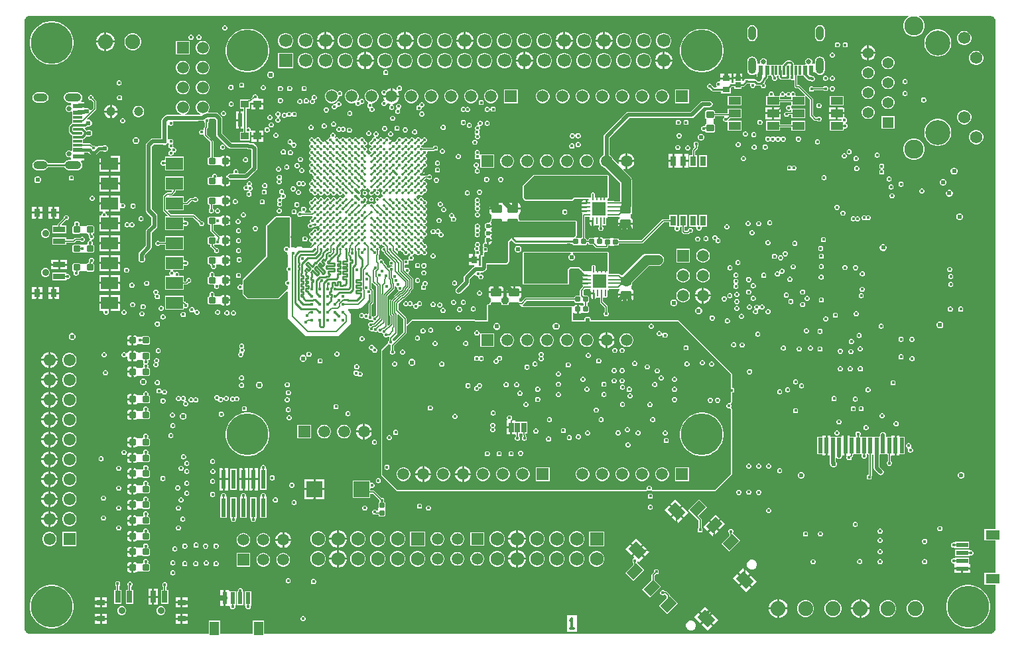
<source format=gtl>
G04*
G04 #@! TF.GenerationSoftware,Altium Limited,Altium Designer,23.10.1 (27)*
G04*
G04 Layer_Physical_Order=1*
G04 Layer_Color=255*
%FSLAX44Y44*%
%MOMM*%
G71*
G04*
G04 #@! TF.SameCoordinates,B86BD226-0E7F-4409-BC4F-A9AD3D2462E1*
G04*
G04*
G04 #@! TF.FilePolarity,Positive*
G04*
G01*
G75*
%ADD13C,0.2540*%
%ADD15C,0.1270*%
%ADD17C,0.3810*%
%ADD18C,0.2032*%
%ADD24R,2.1600X1.5200*%
G04:AMPARAMS|DCode=25|XSize=0.8mm|YSize=0.8mm|CornerRadius=0.1mm|HoleSize=0mm|Usage=FLASHONLY|Rotation=180.000|XOffset=0mm|YOffset=0mm|HoleType=Round|Shape=RoundedRectangle|*
%AMROUNDEDRECTD25*
21,1,0.8000,0.6000,0,0,180.0*
21,1,0.6000,0.8000,0,0,180.0*
1,1,0.2000,-0.3000,0.3000*
1,1,0.2000,0.3000,0.3000*
1,1,0.2000,0.3000,-0.3000*
1,1,0.2000,-0.3000,-0.3000*
%
%ADD25ROUNDEDRECTD25*%
%ADD26C,0.3500*%
%ADD27R,1.5000X1.0000*%
%ADD28R,0.6000X1.1500*%
%ADD29R,0.6400X0.6400*%
%ADD30R,0.9500X0.7500*%
%ADD31R,0.7600X1.2700*%
%ADD32R,1.8000X1.8000*%
%ADD33O,0.9000X0.2500*%
G04:AMPARAMS|DCode=34|XSize=1.4mm|YSize=1mm|CornerRadius=0.125mm|HoleSize=0mm|Usage=FLASHONLY|Rotation=0.000|XOffset=0mm|YOffset=0mm|HoleType=Round|Shape=RoundedRectangle|*
%AMROUNDEDRECTD34*
21,1,1.4000,0.7500,0,0,0.0*
21,1,1.1500,1.0000,0,0,0.0*
1,1,0.2500,0.5750,-0.3750*
1,1,0.2500,-0.5750,-0.3750*
1,1,0.2500,-0.5750,0.3750*
1,1,0.2500,0.5750,0.3750*
%
%ADD34ROUNDEDRECTD34*%
%ADD35O,0.2500X0.9000*%
%ADD36R,0.5001X2.0000*%
%ADD37R,1.5500X0.6000*%
G04:AMPARAMS|DCode=38|XSize=1.9mm|YSize=1.4mm|CornerRadius=0mm|HoleSize=0mm|Usage=FLASHONLY|Rotation=135.000|XOffset=0mm|YOffset=0mm|HoleType=Round|Shape=Rectangle|*
%AMROTATEDRECTD38*
4,1,4,1.1667,-0.1768,0.1768,-1.1667,-1.1667,0.1768,-0.1768,1.1667,1.1667,-0.1768,0.0*
%
%ADD38ROTATEDRECTD38*%

G04:AMPARAMS|DCode=39|XSize=0.6mm|YSize=0.6mm|CornerRadius=0.06mm|HoleSize=0mm|Usage=FLASHONLY|Rotation=90.000|XOffset=0mm|YOffset=0mm|HoleType=Round|Shape=RoundedRectangle|*
%AMROUNDEDRECTD39*
21,1,0.6000,0.4800,0,0,90.0*
21,1,0.4800,0.6000,0,0,90.0*
1,1,0.1200,0.2400,0.2400*
1,1,0.1200,0.2400,-0.2400*
1,1,0.1200,-0.2400,-0.2400*
1,1,0.1200,-0.2400,0.2400*
%
%ADD39ROUNDEDRECTD39*%
%ADD40R,0.7500X0.9500*%
G04:AMPARAMS|DCode=41|XSize=1.7mm|YSize=1.2mm|CornerRadius=0mm|HoleSize=0mm|Usage=FLASHONLY|Rotation=45.000|XOffset=0mm|YOffset=0mm|HoleType=Round|Shape=Rectangle|*
%AMROTATEDRECTD41*
4,1,4,-0.1768,-1.0253,-1.0253,-0.1768,0.1768,1.0253,1.0253,0.1768,-0.1768,-1.0253,0.0*
%
%ADD41ROTATEDRECTD41*%

%ADD42R,1.0000X0.9000*%
%ADD43R,0.5500X1.7000*%
%ADD44R,1.1500X0.6000*%
%ADD45R,0.8000X1.0000*%
%ADD46C,0.3700*%
%ADD47R,2.0000X2.0000*%
%ADD48R,0.6000X2.4000*%
%ADD49R,0.6000X1.5500*%
%ADD50R,1.5000X0.7000*%
%ADD51R,1.0000X0.8000*%
%ADD52R,0.7000X1.5000*%
%ADD53R,5.7000X1.6000*%
G04:AMPARAMS|DCode=54|XSize=0.6mm|YSize=0.6mm|CornerRadius=0.06mm|HoleSize=0mm|Usage=FLASHONLY|Rotation=180.000|XOffset=0mm|YOffset=0mm|HoleType=Round|Shape=RoundedRectangle|*
%AMROUNDEDRECTD54*
21,1,0.6000,0.4800,0,0,180.0*
21,1,0.4800,0.6000,0,0,180.0*
1,1,0.1200,-0.2400,0.2400*
1,1,0.1200,0.2400,0.2400*
1,1,0.1200,0.2400,-0.2400*
1,1,0.1200,-0.2400,-0.2400*
%
%ADD54ROUNDEDRECTD54*%
%ADD55R,0.6350X1.2700*%
%ADD56R,0.3000X1.1500*%
%ADD57R,1.8000X1.2000*%
G04:AMPARAMS|DCode=58|XSize=1mm|YSize=0.9mm|CornerRadius=0.1125mm|HoleSize=0mm|Usage=FLASHONLY|Rotation=0.000|XOffset=0mm|YOffset=0mm|HoleType=Round|Shape=RoundedRectangle|*
%AMROUNDEDRECTD58*
21,1,1.0000,0.6750,0,0,0.0*
21,1,0.7750,0.9000,0,0,0.0*
1,1,0.2250,0.3875,-0.3375*
1,1,0.2250,-0.3875,-0.3375*
1,1,0.2250,-0.3875,0.3375*
1,1,0.2250,0.3875,0.3375*
%
%ADD58ROUNDEDRECTD58*%
%ADD59R,1.2000X1.8000*%
%ADD60R,1.1500X0.3000*%
%ADD89C,1.3900*%
%ADD98C,1.5700*%
%ADD102C,3.2000*%
%ADD103R,1.3900X1.3900*%
%ADD104C,2.4500*%
G04:AMPARAMS|DCode=105|XSize=1mm|YSize=1.8mm|CornerRadius=0.5mm|HoleSize=0mm|Usage=FLASHONLY|Rotation=180.000|XOffset=0mm|YOffset=0mm|HoleType=Round|Shape=RoundedRectangle|*
%AMROUNDEDRECTD105*
21,1,1.0000,0.8000,0,0,180.0*
21,1,0.0000,1.8000,0,0,180.0*
1,1,1.0000,0.0000,0.4000*
1,1,1.0000,0.0000,0.4000*
1,1,1.0000,0.0000,-0.4000*
1,1,1.0000,0.0000,-0.4000*
%
%ADD105ROUNDEDRECTD105*%
G04:AMPARAMS|DCode=106|XSize=1mm|YSize=2.1mm|CornerRadius=0.5mm|HoleSize=0mm|Usage=FLASHONLY|Rotation=180.000|XOffset=0mm|YOffset=0mm|HoleType=Round|Shape=RoundedRectangle|*
%AMROUNDEDRECTD106*
21,1,1.0000,1.1000,0,0,180.0*
21,1,0.0000,2.1000,0,0,180.0*
1,1,1.0000,0.0000,0.5500*
1,1,1.0000,0.0000,0.5500*
1,1,1.0000,0.0000,-0.5500*
1,1,1.0000,0.0000,-0.5500*
%
%ADD106ROUNDEDRECTD106*%
%ADD107C,0.6500*%
%ADD108C,0.9000*%
G04:AMPARAMS|DCode=111|XSize=1mm|YSize=2.1mm|CornerRadius=0.5mm|HoleSize=0mm|Usage=FLASHONLY|Rotation=270.000|XOffset=0mm|YOffset=0mm|HoleType=Round|Shape=RoundedRectangle|*
%AMROUNDEDRECTD111*
21,1,1.0000,1.1000,0,0,270.0*
21,1,0.0000,2.1000,0,0,270.0*
1,1,1.0000,-0.5500,0.0000*
1,1,1.0000,-0.5500,0.0000*
1,1,1.0000,0.5500,0.0000*
1,1,1.0000,0.5500,0.0000*
%
%ADD111ROUNDEDRECTD111*%
G04:AMPARAMS|DCode=112|XSize=1mm|YSize=1.8mm|CornerRadius=0.5mm|HoleSize=0mm|Usage=FLASHONLY|Rotation=270.000|XOffset=0mm|YOffset=0mm|HoleType=Round|Shape=RoundedRectangle|*
%AMROUNDEDRECTD112*
21,1,1.0000,0.8000,0,0,270.0*
21,1,0.0000,1.8000,0,0,270.0*
1,1,1.0000,-0.4000,0.0000*
1,1,1.0000,-0.4000,0.0000*
1,1,1.0000,0.4000,0.0000*
1,1,1.0000,0.4000,0.0000*
%
%ADD112ROUNDEDRECTD112*%
%ADD113C,0.6350*%
%ADD114C,0.1524*%
%ADD115C,0.5080*%
%ADD116C,0.3048*%
%ADD117C,1.2700*%
%ADD118C,0.3556*%
%ADD119C,5.3000*%
%ADD120C,1.7000*%
%ADD121C,1.5000*%
%ADD122C,1.9000*%
%ADD123C,1.7272*%
%ADD124C,1.2000*%
%ADD125C,1.5500*%
%ADD126C,0.6000*%
%ADD127R,1.5000X1.5000*%
%ADD128R,1.5500X1.5500*%
%ADD129R,1.7000X1.7000*%
%ADD130R,1.6764X1.6764*%
%ADD131R,1.5000X1.5000*%
%ADD132C,0.6096*%
%ADD133C,0.4064*%
%ADD134C,0.6000*%
G36*
X1659494Y1074532D02*
X1660862Y1073965D01*
X1662094Y1073142D01*
X1663142Y1072094D01*
X1663965Y1070862D01*
X1664532Y1069494D01*
X1664821Y1068041D01*
Y1067300D01*
Y418870D01*
X1650890D01*
Y404330D01*
X1664821D01*
Y362870D01*
X1650890D01*
Y348330D01*
X1664821D01*
Y292700D01*
Y291959D01*
X1664532Y290506D01*
X1663965Y289138D01*
X1663142Y287906D01*
X1662094Y286858D01*
X1660862Y286035D01*
X1659494Y285468D01*
X1658041Y285179D01*
X731170D01*
Y302370D01*
X716630D01*
Y285179D01*
X675170D01*
Y302370D01*
X660630D01*
Y285179D01*
X431959D01*
X430506Y285468D01*
X429138Y286035D01*
X427906Y286858D01*
X426858Y287906D01*
X426035Y289138D01*
X425468Y290506D01*
X425179Y291959D01*
Y292700D01*
Y1067300D01*
Y1068041D01*
X425468Y1069494D01*
X426035Y1070862D01*
X426858Y1072094D01*
X427906Y1073142D01*
X429138Y1073965D01*
X430506Y1074532D01*
X431959Y1074821D01*
X1554019D01*
X1554359Y1073551D01*
X1552399Y1072419D01*
X1549881Y1069901D01*
X1548101Y1066818D01*
X1547180Y1063380D01*
Y1059820D01*
X1548101Y1056382D01*
X1549881Y1053298D01*
X1552399Y1050781D01*
X1555482Y1049001D01*
X1558920Y1048080D01*
X1562480D01*
X1565918Y1049001D01*
X1569001Y1050781D01*
X1571519Y1053298D01*
X1573299Y1056382D01*
X1574220Y1059820D01*
Y1063380D01*
X1573299Y1066818D01*
X1571519Y1069901D01*
X1569001Y1072419D01*
X1567041Y1073551D01*
X1567381Y1074821D01*
X1658041D01*
X1659494Y1074532D01*
D02*
G37*
%LPC*%
G36*
X681657Y1062302D02*
X680343D01*
X679130Y1061799D01*
X678201Y1060870D01*
X677698Y1059657D01*
Y1058343D01*
X678201Y1057130D01*
X679130Y1056201D01*
X680343Y1055698D01*
X681657D01*
X682870Y1056201D01*
X683799Y1057130D01*
X684302Y1058343D01*
Y1059657D01*
X683799Y1060870D01*
X682870Y1061799D01*
X681657Y1062302D01*
D02*
G37*
G36*
X1166553Y1053740D02*
X1166370D01*
Y1043970D01*
X1176140D01*
Y1044153D01*
X1175388Y1046961D01*
X1173934Y1049479D01*
X1171879Y1051534D01*
X1169361Y1052988D01*
X1166553Y1053740D01*
D02*
G37*
G36*
X1163830D02*
X1163647D01*
X1160839Y1052988D01*
X1158321Y1051534D01*
X1156266Y1049479D01*
X1154812Y1046961D01*
X1154060Y1044153D01*
Y1043970D01*
X1163830D01*
Y1053740D01*
D02*
G37*
G36*
X1115753D02*
X1115570D01*
Y1043970D01*
X1125340D01*
Y1044153D01*
X1124588Y1046961D01*
X1123134Y1049479D01*
X1121079Y1051534D01*
X1118561Y1052988D01*
X1115753Y1053740D01*
D02*
G37*
G36*
X1113030D02*
X1112847D01*
X1110039Y1052988D01*
X1107521Y1051534D01*
X1105466Y1049479D01*
X1104012Y1046961D01*
X1103260Y1044153D01*
Y1043970D01*
X1113030D01*
Y1053740D01*
D02*
G37*
G36*
X988753D02*
X988570D01*
Y1043970D01*
X998340D01*
Y1044153D01*
X997588Y1046961D01*
X996134Y1049479D01*
X994079Y1051534D01*
X991561Y1052988D01*
X988753Y1053740D01*
D02*
G37*
G36*
X986030D02*
X985847D01*
X983039Y1052988D01*
X980521Y1051534D01*
X978466Y1049479D01*
X977012Y1046961D01*
X976260Y1044153D01*
Y1043970D01*
X986030D01*
Y1053740D01*
D02*
G37*
G36*
X912553D02*
X912370D01*
Y1043970D01*
X922140D01*
Y1044153D01*
X921388Y1046961D01*
X919934Y1049479D01*
X917879Y1051534D01*
X915361Y1052988D01*
X912553Y1053740D01*
D02*
G37*
G36*
X909830D02*
X909647D01*
X906839Y1052988D01*
X904321Y1051534D01*
X902266Y1049479D01*
X900812Y1046961D01*
X900060Y1044153D01*
Y1043970D01*
X909830D01*
Y1053740D01*
D02*
G37*
G36*
X810953D02*
X810770D01*
Y1043970D01*
X820540D01*
Y1044153D01*
X819788Y1046961D01*
X818334Y1049479D01*
X816279Y1051534D01*
X813761Y1052988D01*
X810953Y1053740D01*
D02*
G37*
G36*
X808230D02*
X808047D01*
X805239Y1052988D01*
X802721Y1051534D01*
X800666Y1049479D01*
X799212Y1046961D01*
X798460Y1044153D01*
Y1043970D01*
X808230D01*
Y1053740D01*
D02*
G37*
G36*
X648657Y1050302D02*
X647343D01*
X646130Y1049799D01*
X645201Y1048870D01*
X644698Y1047657D01*
Y1046343D01*
X645201Y1045130D01*
X646130Y1044201D01*
X647343Y1043698D01*
X648657D01*
X649870Y1044201D01*
X650799Y1045130D01*
X651302Y1046343D01*
Y1047657D01*
X650799Y1048870D01*
X649870Y1049799D01*
X648657Y1050302D01*
D02*
G37*
G36*
X638657D02*
X637343D01*
X636130Y1049799D01*
X635201Y1048870D01*
X634698Y1047657D01*
Y1046343D01*
X635201Y1045130D01*
X636130Y1044201D01*
X637343Y1043698D01*
X638657D01*
X639870Y1044201D01*
X640799Y1045130D01*
X641302Y1046343D01*
Y1047657D01*
X640799Y1048870D01*
X639870Y1049799D01*
X638657Y1050302D01*
D02*
G37*
G36*
X530185Y1053440D02*
X529870D01*
Y1042670D01*
X540640D01*
Y1042985D01*
X539819Y1046047D01*
X538234Y1048793D01*
X535993Y1051034D01*
X533247Y1052619D01*
X530185Y1053440D01*
D02*
G37*
G36*
X527330D02*
X527015D01*
X523953Y1052619D01*
X521207Y1051034D01*
X518966Y1048793D01*
X517381Y1046047D01*
X516560Y1042985D01*
Y1042670D01*
X527330D01*
Y1053440D01*
D02*
G37*
G36*
X1440700Y1062943D02*
X1438254Y1062456D01*
X1436180Y1061070D01*
X1434794Y1058996D01*
X1434307Y1056550D01*
Y1048550D01*
X1434794Y1046104D01*
X1436180Y1044030D01*
X1438254Y1042644D01*
X1440700Y1042157D01*
X1443146Y1042644D01*
X1445220Y1044030D01*
X1446606Y1046104D01*
X1447093Y1048550D01*
Y1056550D01*
X1446606Y1058996D01*
X1445220Y1061070D01*
X1443146Y1062456D01*
X1440700Y1062943D01*
D02*
G37*
G36*
X1354300D02*
X1351854Y1062456D01*
X1349780Y1061070D01*
X1348394Y1058996D01*
X1347907Y1056550D01*
Y1048550D01*
X1348394Y1046104D01*
X1349780Y1044030D01*
X1351854Y1042644D01*
X1354300Y1042157D01*
X1356746Y1042644D01*
X1358820Y1044030D01*
X1360206Y1046104D01*
X1360693Y1048550D01*
Y1056550D01*
X1360206Y1058996D01*
X1358820Y1061070D01*
X1356746Y1062456D01*
X1354300Y1062943D01*
D02*
G37*
G36*
X1626201Y1055220D02*
X1623799D01*
X1621480Y1054598D01*
X1619400Y1053398D01*
X1617702Y1051700D01*
X1616501Y1049620D01*
X1615880Y1047301D01*
Y1044899D01*
X1616501Y1042580D01*
X1617702Y1040500D01*
X1619400Y1038802D01*
X1621480Y1037601D01*
X1623799Y1036980D01*
X1626201D01*
X1628520Y1037601D01*
X1630600Y1038802D01*
X1632298Y1040500D01*
X1633499Y1042580D01*
X1634120Y1044899D01*
Y1047301D01*
X1633499Y1049620D01*
X1632298Y1051700D01*
X1630600Y1053398D01*
X1628520Y1054598D01*
X1626201Y1055220D01*
D02*
G37*
G36*
X1473777Y1040844D02*
X1472463D01*
X1471250Y1040342D01*
X1470321Y1039413D01*
X1469818Y1038199D01*
Y1036885D01*
X1470321Y1035672D01*
X1471250Y1034743D01*
X1472463Y1034240D01*
X1473777D01*
X1474991Y1034743D01*
X1475920Y1035672D01*
X1476422Y1036885D01*
Y1038199D01*
X1475920Y1039413D01*
X1474991Y1040342D01*
X1473777Y1040844D01*
D02*
G37*
G36*
X1463777D02*
X1462463D01*
X1461250Y1040342D01*
X1460321Y1039413D01*
X1459818Y1038199D01*
Y1036885D01*
X1460321Y1035672D01*
X1461250Y1034743D01*
X1462463Y1034240D01*
X1463777D01*
X1464991Y1034743D01*
X1465920Y1035672D01*
X1466422Y1036885D01*
Y1038199D01*
X1465920Y1039413D01*
X1464991Y1040342D01*
X1463777Y1040844D01*
D02*
G37*
G36*
X1242586Y1052470D02*
X1240014D01*
X1237529Y1051804D01*
X1235301Y1050518D01*
X1233482Y1048699D01*
X1232196Y1046471D01*
X1231530Y1043986D01*
Y1041414D01*
X1232196Y1038929D01*
X1233482Y1036701D01*
X1235301Y1034882D01*
X1237529Y1033596D01*
X1240014Y1032930D01*
X1242586D01*
X1245071Y1033596D01*
X1247299Y1034882D01*
X1249118Y1036701D01*
X1250404Y1038929D01*
X1251070Y1041414D01*
Y1043986D01*
X1250404Y1046471D01*
X1249118Y1048699D01*
X1247299Y1050518D01*
X1245071Y1051804D01*
X1242586Y1052470D01*
D02*
G37*
G36*
X1217186D02*
X1214614D01*
X1212129Y1051804D01*
X1209901Y1050518D01*
X1208082Y1048699D01*
X1206796Y1046471D01*
X1206130Y1043986D01*
Y1041414D01*
X1206796Y1038929D01*
X1208082Y1036701D01*
X1209901Y1034882D01*
X1212129Y1033596D01*
X1214614Y1032930D01*
X1217186D01*
X1219671Y1033596D01*
X1221899Y1034882D01*
X1223718Y1036701D01*
X1225004Y1038929D01*
X1225670Y1041414D01*
Y1043986D01*
X1225004Y1046471D01*
X1223718Y1048699D01*
X1221899Y1050518D01*
X1219671Y1051804D01*
X1217186Y1052470D01*
D02*
G37*
G36*
X1191786D02*
X1189214D01*
X1186729Y1051804D01*
X1184501Y1050518D01*
X1182682Y1048699D01*
X1181396Y1046471D01*
X1180730Y1043986D01*
Y1041414D01*
X1181396Y1038929D01*
X1182682Y1036701D01*
X1184501Y1034882D01*
X1186729Y1033596D01*
X1189214Y1032930D01*
X1191786D01*
X1194271Y1033596D01*
X1196499Y1034882D01*
X1198318Y1036701D01*
X1199604Y1038929D01*
X1200270Y1041414D01*
Y1043986D01*
X1199604Y1046471D01*
X1198318Y1048699D01*
X1196499Y1050518D01*
X1194271Y1051804D01*
X1191786Y1052470D01*
D02*
G37*
G36*
X1140986D02*
X1138414D01*
X1135929Y1051804D01*
X1133701Y1050518D01*
X1131882Y1048699D01*
X1130596Y1046471D01*
X1129930Y1043986D01*
Y1041414D01*
X1130596Y1038929D01*
X1131882Y1036701D01*
X1133701Y1034882D01*
X1135929Y1033596D01*
X1138414Y1032930D01*
X1140986D01*
X1143471Y1033596D01*
X1145699Y1034882D01*
X1147518Y1036701D01*
X1148804Y1038929D01*
X1149470Y1041414D01*
Y1043986D01*
X1148804Y1046471D01*
X1147518Y1048699D01*
X1145699Y1050518D01*
X1143471Y1051804D01*
X1140986Y1052470D01*
D02*
G37*
G36*
X1090186D02*
X1087614D01*
X1085129Y1051804D01*
X1082901Y1050518D01*
X1081082Y1048699D01*
X1079796Y1046471D01*
X1079130Y1043986D01*
Y1041414D01*
X1079796Y1038929D01*
X1081082Y1036701D01*
X1082901Y1034882D01*
X1085129Y1033596D01*
X1087614Y1032930D01*
X1090186D01*
X1092671Y1033596D01*
X1094899Y1034882D01*
X1096718Y1036701D01*
X1098004Y1038929D01*
X1098670Y1041414D01*
Y1043986D01*
X1098004Y1046471D01*
X1096718Y1048699D01*
X1094899Y1050518D01*
X1092671Y1051804D01*
X1090186Y1052470D01*
D02*
G37*
G36*
X1064786D02*
X1062214D01*
X1059729Y1051804D01*
X1057501Y1050518D01*
X1055682Y1048699D01*
X1054396Y1046471D01*
X1053730Y1043986D01*
Y1041414D01*
X1054396Y1038929D01*
X1055682Y1036701D01*
X1057501Y1034882D01*
X1059729Y1033596D01*
X1062214Y1032930D01*
X1064786D01*
X1067271Y1033596D01*
X1069499Y1034882D01*
X1071318Y1036701D01*
X1072604Y1038929D01*
X1073270Y1041414D01*
Y1043986D01*
X1072604Y1046471D01*
X1071318Y1048699D01*
X1069499Y1050518D01*
X1067271Y1051804D01*
X1064786Y1052470D01*
D02*
G37*
G36*
X1039386D02*
X1036814D01*
X1034329Y1051804D01*
X1032101Y1050518D01*
X1030282Y1048699D01*
X1028996Y1046471D01*
X1028330Y1043986D01*
Y1041414D01*
X1028996Y1038929D01*
X1030282Y1036701D01*
X1032101Y1034882D01*
X1034329Y1033596D01*
X1036814Y1032930D01*
X1039386D01*
X1041871Y1033596D01*
X1044099Y1034882D01*
X1045918Y1036701D01*
X1047204Y1038929D01*
X1047870Y1041414D01*
Y1043986D01*
X1047204Y1046471D01*
X1045918Y1048699D01*
X1044099Y1050518D01*
X1041871Y1051804D01*
X1039386Y1052470D01*
D02*
G37*
G36*
X1013986D02*
X1011414D01*
X1008929Y1051804D01*
X1006701Y1050518D01*
X1004882Y1048699D01*
X1003596Y1046471D01*
X1002930Y1043986D01*
Y1041414D01*
X1003596Y1038929D01*
X1004882Y1036701D01*
X1006701Y1034882D01*
X1008929Y1033596D01*
X1011414Y1032930D01*
X1013986D01*
X1016471Y1033596D01*
X1018699Y1034882D01*
X1020518Y1036701D01*
X1021804Y1038929D01*
X1022470Y1041414D01*
Y1043986D01*
X1021804Y1046471D01*
X1020518Y1048699D01*
X1018699Y1050518D01*
X1016471Y1051804D01*
X1013986Y1052470D01*
D02*
G37*
G36*
X963186D02*
X960614D01*
X958129Y1051804D01*
X955901Y1050518D01*
X954082Y1048699D01*
X952796Y1046471D01*
X952130Y1043986D01*
Y1041414D01*
X952796Y1038929D01*
X954082Y1036701D01*
X955901Y1034882D01*
X958129Y1033596D01*
X960614Y1032930D01*
X963186D01*
X965671Y1033596D01*
X967899Y1034882D01*
X969718Y1036701D01*
X971004Y1038929D01*
X971670Y1041414D01*
Y1043986D01*
X971004Y1046471D01*
X969718Y1048699D01*
X967899Y1050518D01*
X965671Y1051804D01*
X963186Y1052470D01*
D02*
G37*
G36*
X937786D02*
X935214D01*
X932729Y1051804D01*
X930501Y1050518D01*
X928682Y1048699D01*
X927396Y1046471D01*
X926730Y1043986D01*
Y1041414D01*
X927396Y1038929D01*
X928682Y1036701D01*
X930501Y1034882D01*
X932729Y1033596D01*
X935214Y1032930D01*
X937786D01*
X940271Y1033596D01*
X942499Y1034882D01*
X944318Y1036701D01*
X945604Y1038929D01*
X946270Y1041414D01*
Y1043986D01*
X945604Y1046471D01*
X944318Y1048699D01*
X942499Y1050518D01*
X940271Y1051804D01*
X937786Y1052470D01*
D02*
G37*
G36*
X886986D02*
X884414D01*
X881929Y1051804D01*
X879701Y1050518D01*
X877882Y1048699D01*
X876596Y1046471D01*
X875930Y1043986D01*
Y1041414D01*
X876596Y1038929D01*
X877882Y1036701D01*
X879701Y1034882D01*
X881929Y1033596D01*
X884414Y1032930D01*
X886986D01*
X889471Y1033596D01*
X891699Y1034882D01*
X893518Y1036701D01*
X894804Y1038929D01*
X895470Y1041414D01*
Y1043986D01*
X894804Y1046471D01*
X893518Y1048699D01*
X891699Y1050518D01*
X889471Y1051804D01*
X886986Y1052470D01*
D02*
G37*
G36*
X861586D02*
X859014D01*
X856529Y1051804D01*
X854301Y1050518D01*
X852482Y1048699D01*
X851196Y1046471D01*
X850530Y1043986D01*
Y1041414D01*
X851196Y1038929D01*
X852482Y1036701D01*
X854301Y1034882D01*
X856529Y1033596D01*
X859014Y1032930D01*
X861586D01*
X864071Y1033596D01*
X866299Y1034882D01*
X868118Y1036701D01*
X869404Y1038929D01*
X870070Y1041414D01*
Y1043986D01*
X869404Y1046471D01*
X868118Y1048699D01*
X866299Y1050518D01*
X864071Y1051804D01*
X861586Y1052470D01*
D02*
G37*
G36*
X836186D02*
X833614D01*
X831129Y1051804D01*
X828901Y1050518D01*
X827082Y1048699D01*
X825796Y1046471D01*
X825130Y1043986D01*
Y1041414D01*
X825796Y1038929D01*
X827082Y1036701D01*
X828901Y1034882D01*
X831129Y1033596D01*
X833614Y1032930D01*
X836186D01*
X838671Y1033596D01*
X840899Y1034882D01*
X842718Y1036701D01*
X844004Y1038929D01*
X844670Y1041414D01*
Y1043986D01*
X844004Y1046471D01*
X842718Y1048699D01*
X840899Y1050518D01*
X838671Y1051804D01*
X836186Y1052470D01*
D02*
G37*
G36*
X785386D02*
X782814D01*
X780329Y1051804D01*
X778101Y1050518D01*
X776282Y1048699D01*
X774996Y1046471D01*
X774330Y1043986D01*
Y1041414D01*
X774996Y1038929D01*
X776282Y1036701D01*
X778101Y1034882D01*
X780329Y1033596D01*
X782814Y1032930D01*
X785386D01*
X787871Y1033596D01*
X790099Y1034882D01*
X791918Y1036701D01*
X793204Y1038929D01*
X793870Y1041414D01*
Y1043986D01*
X793204Y1046471D01*
X791918Y1048699D01*
X790099Y1050518D01*
X787871Y1051804D01*
X785386Y1052470D01*
D02*
G37*
G36*
X759986D02*
X757414D01*
X754929Y1051804D01*
X752701Y1050518D01*
X750882Y1048699D01*
X749596Y1046471D01*
X748930Y1043986D01*
Y1041414D01*
X749596Y1038929D01*
X750882Y1036701D01*
X752701Y1034882D01*
X754929Y1033596D01*
X757414Y1032930D01*
X759986D01*
X762471Y1033596D01*
X764699Y1034882D01*
X766518Y1036701D01*
X767804Y1038929D01*
X768470Y1041414D01*
Y1043986D01*
X767804Y1046471D01*
X766518Y1048699D01*
X764699Y1050518D01*
X762471Y1051804D01*
X759986Y1052470D01*
D02*
G37*
G36*
X1176140Y1041430D02*
X1166370D01*
Y1031660D01*
X1166553D01*
X1169361Y1032412D01*
X1171879Y1033866D01*
X1173934Y1035921D01*
X1175388Y1038439D01*
X1176140Y1041247D01*
Y1041430D01*
D02*
G37*
G36*
X1163830D02*
X1154060D01*
Y1041247D01*
X1154812Y1038439D01*
X1156266Y1035921D01*
X1158321Y1033866D01*
X1160839Y1032412D01*
X1163647Y1031660D01*
X1163830D01*
Y1041430D01*
D02*
G37*
G36*
X1125340D02*
X1115570D01*
Y1031660D01*
X1115753D01*
X1118561Y1032412D01*
X1121079Y1033866D01*
X1123134Y1035921D01*
X1124588Y1038439D01*
X1125340Y1041247D01*
Y1041430D01*
D02*
G37*
G36*
X1113030D02*
X1103260D01*
Y1041247D01*
X1104012Y1038439D01*
X1105466Y1035921D01*
X1107521Y1033866D01*
X1110039Y1032412D01*
X1112847Y1031660D01*
X1113030D01*
Y1041430D01*
D02*
G37*
G36*
X998340D02*
X988570D01*
Y1031660D01*
X988753D01*
X991561Y1032412D01*
X994079Y1033866D01*
X996134Y1035921D01*
X997588Y1038439D01*
X998340Y1041247D01*
Y1041430D01*
D02*
G37*
G36*
X986030D02*
X976260D01*
Y1041247D01*
X977012Y1038439D01*
X978466Y1035921D01*
X980521Y1033866D01*
X983039Y1032412D01*
X985847Y1031660D01*
X986030D01*
Y1041430D01*
D02*
G37*
G36*
X922140D02*
X912370D01*
Y1031660D01*
X912553D01*
X915361Y1032412D01*
X917879Y1033866D01*
X919934Y1035921D01*
X921388Y1038439D01*
X922140Y1041247D01*
Y1041430D01*
D02*
G37*
G36*
X909830D02*
X900060D01*
Y1041247D01*
X900812Y1038439D01*
X902266Y1035921D01*
X904321Y1033866D01*
X906839Y1032412D01*
X909647Y1031660D01*
X909830D01*
Y1041430D01*
D02*
G37*
G36*
X820540D02*
X810770D01*
Y1031660D01*
X810953D01*
X813761Y1032412D01*
X816279Y1033866D01*
X818334Y1035921D01*
X819788Y1038439D01*
X820540Y1041247D01*
Y1041430D01*
D02*
G37*
G36*
X808230D02*
X798460D01*
Y1041247D01*
X799212Y1038439D01*
X800666Y1035921D01*
X802721Y1033866D01*
X805239Y1032412D01*
X808047Y1031660D01*
X808230D01*
Y1041430D01*
D02*
G37*
G36*
X565018Y1052170D02*
X562182D01*
X559443Y1051436D01*
X556987Y1050018D01*
X554982Y1048013D01*
X553564Y1045557D01*
X552830Y1042818D01*
Y1039982D01*
X553564Y1037243D01*
X554982Y1034787D01*
X556987Y1032782D01*
X559443Y1031364D01*
X562182Y1030630D01*
X565018D01*
X567757Y1031364D01*
X570213Y1032782D01*
X572218Y1034787D01*
X573636Y1037243D01*
X574370Y1039982D01*
Y1042818D01*
X573636Y1045557D01*
X572218Y1048013D01*
X570213Y1050018D01*
X567757Y1051436D01*
X565018Y1052170D01*
D02*
G37*
G36*
X540640Y1040130D02*
X529870D01*
Y1029360D01*
X530185D01*
X533247Y1030181D01*
X535993Y1031766D01*
X538234Y1034007D01*
X539819Y1036753D01*
X540640Y1039815D01*
Y1040130D01*
D02*
G37*
G36*
X527330D02*
X516560D01*
Y1039815D01*
X517381Y1036753D01*
X518966Y1034007D01*
X521207Y1031766D01*
X523953Y1030181D01*
X527015Y1029360D01*
X527330D01*
Y1040130D01*
D02*
G37*
G36*
X1503570Y1036784D02*
Y1028570D01*
X1511785D01*
X1511143Y1030963D01*
X1509894Y1033127D01*
X1508127Y1034894D01*
X1505963Y1036143D01*
X1503570Y1036784D01*
D02*
G37*
G36*
X1501030Y1036785D02*
X1498637Y1036143D01*
X1496473Y1034894D01*
X1494706Y1033127D01*
X1493457Y1030963D01*
X1492816Y1028570D01*
X1501030D01*
Y1036785D01*
D02*
G37*
G36*
X653935Y1042550D02*
X651625D01*
X649395Y1041952D01*
X647395Y1040798D01*
X645762Y1039165D01*
X644608Y1037165D01*
X644010Y1034935D01*
Y1032625D01*
X644608Y1030395D01*
X645762Y1028395D01*
X647395Y1026762D01*
X649395Y1025608D01*
X651625Y1025010D01*
X653935D01*
X656165Y1025608D01*
X658165Y1026762D01*
X659798Y1028395D01*
X660952Y1030395D01*
X661550Y1032625D01*
Y1034935D01*
X660952Y1037165D01*
X659798Y1039165D01*
X658165Y1040798D01*
X656165Y1041952D01*
X653935Y1042550D01*
D02*
G37*
G36*
X636150D02*
X618610D01*
Y1025010D01*
X636150D01*
Y1042550D01*
D02*
G37*
G36*
X1592901Y1057270D02*
X1589499D01*
X1586163Y1056606D01*
X1583020Y1055304D01*
X1580191Y1053415D01*
X1577785Y1051009D01*
X1575896Y1048180D01*
X1574594Y1045038D01*
X1573930Y1041701D01*
Y1038299D01*
X1574594Y1034962D01*
X1575896Y1031820D01*
X1577785Y1028991D01*
X1580191Y1026585D01*
X1583020Y1024696D01*
X1586163Y1023394D01*
X1589499Y1022730D01*
X1592901D01*
X1596237Y1023394D01*
X1599380Y1024696D01*
X1602209Y1026585D01*
X1604615Y1028991D01*
X1606505Y1031820D01*
X1607806Y1034962D01*
X1608470Y1038299D01*
Y1041701D01*
X1607806Y1045038D01*
X1606505Y1048180D01*
X1604615Y1051009D01*
X1602209Y1053415D01*
X1599380Y1055304D01*
X1596237Y1056606D01*
X1592901Y1057270D01*
D02*
G37*
G36*
X1457300Y1027555D02*
X1455986D01*
X1454773Y1027053D01*
X1453844Y1026124D01*
X1453341Y1024910D01*
Y1023597D01*
X1453844Y1022383D01*
X1454773Y1021454D01*
X1455986Y1020952D01*
X1457300D01*
X1458514Y1021454D01*
X1459443Y1022383D01*
X1459945Y1023597D01*
Y1024910D01*
X1459443Y1026124D01*
X1458514Y1027053D01*
X1457300Y1027555D01*
D02*
G37*
G36*
X1242753Y1028340D02*
X1242570D01*
Y1018570D01*
X1252340D01*
Y1018753D01*
X1251588Y1021561D01*
X1250134Y1024079D01*
X1248079Y1026134D01*
X1245561Y1027588D01*
X1242753Y1028340D01*
D02*
G37*
G36*
X1240030D02*
X1239847D01*
X1237039Y1027588D01*
X1234521Y1026134D01*
X1232466Y1024079D01*
X1231012Y1021561D01*
X1230260Y1018753D01*
Y1018570D01*
X1240030D01*
Y1028340D01*
D02*
G37*
G36*
X1064953D02*
X1064770D01*
Y1018570D01*
X1074540D01*
Y1018753D01*
X1073788Y1021561D01*
X1072334Y1024079D01*
X1070279Y1026134D01*
X1067761Y1027588D01*
X1064953Y1028340D01*
D02*
G37*
G36*
X1062230D02*
X1062047D01*
X1059239Y1027588D01*
X1056721Y1026134D01*
X1054666Y1024079D01*
X1053212Y1021561D01*
X1052460Y1018753D01*
Y1018570D01*
X1062230D01*
Y1028340D01*
D02*
G37*
G36*
X861753D02*
X861570D01*
Y1018570D01*
X871340D01*
Y1018753D01*
X870588Y1021561D01*
X869134Y1024079D01*
X867079Y1026134D01*
X864561Y1027588D01*
X861753Y1028340D01*
D02*
G37*
G36*
X859030D02*
X858847D01*
X856039Y1027588D01*
X853521Y1026134D01*
X851466Y1024079D01*
X850012Y1021561D01*
X849260Y1018753D01*
Y1018570D01*
X859030D01*
Y1028340D01*
D02*
G37*
G36*
X1511785Y1026030D02*
X1503570D01*
Y1017815D01*
X1505963Y1018457D01*
X1508127Y1019706D01*
X1509894Y1021473D01*
X1511143Y1023637D01*
X1511785Y1026030D01*
D02*
G37*
G36*
X1501030D02*
X1492816D01*
X1493457Y1023637D01*
X1494706Y1021473D01*
X1496473Y1019706D01*
X1498637Y1018457D01*
X1501030Y1017815D01*
Y1026030D01*
D02*
G37*
G36*
X1440700Y1022643D02*
X1438254Y1022156D01*
X1436180Y1020770D01*
X1434794Y1018697D01*
X1434307Y1016250D01*
Y1013290D01*
X1431416D01*
X1430711Y1014346D01*
X1430920Y1014851D01*
Y1016649D01*
X1430232Y1018310D01*
X1428960Y1019582D01*
X1427299Y1020270D01*
X1425501D01*
X1423840Y1019582D01*
X1422568Y1018310D01*
X1421880Y1016649D01*
Y1014851D01*
X1422527Y1013290D01*
X1422078Y1012020D01*
X1407590D01*
Y1013080D01*
X1407393Y1014071D01*
X1406831Y1014911D01*
X1405181Y1016561D01*
X1404341Y1017123D01*
X1403350Y1017320D01*
X1398888D01*
X1397897Y1017123D01*
X1397057Y1016561D01*
X1393399Y1012903D01*
X1392837Y1012063D01*
X1392829Y1012020D01*
X1372922D01*
X1372473Y1013290D01*
X1373120Y1014851D01*
Y1016649D01*
X1372432Y1018310D01*
X1371160Y1019582D01*
X1369499Y1020270D01*
X1367701D01*
X1366040Y1019582D01*
X1364768Y1018310D01*
X1364080Y1016649D01*
Y1014851D01*
X1364289Y1014346D01*
X1363584Y1013290D01*
X1360693D01*
Y1016250D01*
X1360206Y1018697D01*
X1358820Y1020770D01*
X1356746Y1022156D01*
X1354300Y1022643D01*
X1351854Y1022156D01*
X1349780Y1020770D01*
X1348394Y1018697D01*
X1347907Y1016250D01*
Y1005250D01*
X1348394Y1002804D01*
X1349780Y1000730D01*
X1351854Y999344D01*
X1354300Y998857D01*
X1356746Y999344D01*
X1358690Y1000642D01*
X1359960Y1000323D01*
Y996710D01*
X1364230D01*
Y1005000D01*
X1366770D01*
Y996710D01*
X1366794D01*
X1367280Y995537D01*
X1366757Y995013D01*
X1366195Y994173D01*
X1365998Y993182D01*
Y992758D01*
X1364242Y991002D01*
X1361293D01*
X1359463Y992831D01*
X1358623Y993393D01*
X1357632Y993590D01*
X1349080D01*
X1348870Y993799D01*
X1347657Y994302D01*
X1346343D01*
X1345130Y993799D01*
X1344201Y992870D01*
X1343718Y991704D01*
X1343650Y991623D01*
X1343024Y991175D01*
X1341780Y991754D01*
Y993930D01*
X1336040D01*
X1330300D01*
Y989460D01*
X1329391Y988590D01*
X1328090D01*
Y993445D01*
X1320800D01*
X1313510D01*
Y991120D01*
X1312240Y990271D01*
X1312059Y990346D01*
X1310745D01*
X1309532Y989843D01*
X1308603Y988914D01*
X1308100Y987701D01*
Y986387D01*
X1308603Y985174D01*
X1309201Y984575D01*
X1308734Y983305D01*
X1305323D01*
X1303270Y985359D01*
X1302849Y986374D01*
X1301920Y987303D01*
X1300706Y987806D01*
X1299393D01*
X1298179Y987303D01*
X1297250Y986374D01*
X1296748Y985161D01*
Y983847D01*
X1297250Y982634D01*
X1298179Y981705D01*
X1299393Y981202D01*
X1300102D01*
X1302419Y978884D01*
X1303260Y978323D01*
X1304251Y978126D01*
X1314780D01*
Y975695D01*
X1326820D01*
Y982073D01*
X1328157Y983410D01*
X1331570D01*
Y981530D01*
X1340510D01*
Y983410D01*
X1342000D01*
X1342991Y983607D01*
X1343831Y984169D01*
X1347361Y987698D01*
X1347657D01*
X1348870Y988201D01*
X1349080Y988410D01*
X1351335D01*
X1352036Y987140D01*
X1351754Y986459D01*
Y985146D01*
X1352257Y983932D01*
X1353186Y983003D01*
X1354400Y982501D01*
X1355713D01*
X1356927Y983003D01*
X1357856Y983932D01*
X1358335Y985089D01*
X1358381Y985168D01*
X1358465Y985253D01*
X1359628Y985940D01*
X1360220Y985822D01*
X1365229D01*
X1365230Y985821D01*
Y984507D01*
X1365733Y983294D01*
X1366662Y982365D01*
X1367875Y981862D01*
X1369189D01*
X1370403Y982365D01*
X1371331Y983294D01*
X1371834Y984507D01*
Y985821D01*
X1371331Y987034D01*
X1370403Y987963D01*
X1370347Y987986D01*
X1370049Y989484D01*
X1370419Y989854D01*
X1370981Y990694D01*
X1371178Y991685D01*
Y992109D01*
X1373601Y994532D01*
X1374163Y995373D01*
X1374360Y996364D01*
Y997980D01*
X1378923D01*
Y997815D01*
X1379070Y997072D01*
X1379492Y996442D01*
X1379908Y996026D01*
X1379716Y995563D01*
Y994249D01*
X1380219Y993036D01*
X1381148Y992107D01*
X1382361Y991604D01*
X1383675D01*
X1384889Y992107D01*
X1385818Y993036D01*
X1386320Y994249D01*
Y995563D01*
X1385818Y996777D01*
X1386410Y997980D01*
X1387640D01*
Y997168D01*
X1387837Y996177D01*
X1388399Y995337D01*
X1389887Y993849D01*
X1390727Y993287D01*
X1391718Y993090D01*
X1398449D01*
X1399392Y993278D01*
X1399917Y993174D01*
X1400908Y993371D01*
X1401198Y993565D01*
X1402545Y993633D01*
X1403474Y992704D01*
X1404687Y992201D01*
X1406001D01*
X1406788Y992527D01*
X1408058Y991887D01*
Y984744D01*
X1408206Y984001D01*
X1408627Y983371D01*
X1409371Y982627D01*
X1410001Y982206D01*
X1410744Y982058D01*
X1413195D01*
X1421753Y973500D01*
X1421227Y972230D01*
X1420934Y972230D01*
X1420934Y972230D01*
X1420923Y972230D01*
X1410331D01*
X1409482Y973500D01*
X1409566Y973702D01*
Y975016D01*
X1409064Y976230D01*
X1408135Y977159D01*
X1406921Y977661D01*
X1405607D01*
X1404394Y977159D01*
X1403466Y976231D01*
X1402807Y976889D01*
X1401594Y977392D01*
X1400280D01*
X1399067Y976889D01*
X1398138Y975960D01*
X1397635Y974747D01*
Y973433D01*
X1398138Y972220D01*
X1399067Y971291D01*
X1400280Y970788D01*
X1401594D01*
X1402807Y971291D01*
X1403100Y971583D01*
X1404370Y971057D01*
Y967902D01*
X1389630D01*
Y971205D01*
X1390900Y971731D01*
X1391193Y971439D01*
X1392406Y970936D01*
X1393720D01*
X1394933Y971439D01*
X1395862Y972368D01*
X1396365Y973581D01*
Y974895D01*
X1395862Y976108D01*
X1394933Y977037D01*
X1393720Y977540D01*
X1392406D01*
X1391193Y977037D01*
X1390264Y976108D01*
X1389761Y974895D01*
Y973581D01*
X1389829Y973418D01*
X1388946Y972230D01*
X1382625D01*
X1381848Y973500D01*
X1382076Y974051D01*
Y975365D01*
X1381573Y976578D01*
X1380644Y977507D01*
X1379431Y978010D01*
X1378117D01*
X1376904Y977507D01*
X1375975Y976578D01*
X1375472Y975365D01*
Y974051D01*
X1375700Y973500D01*
X1374923Y972230D01*
X1372090D01*
Y959690D01*
X1389630D01*
Y964018D01*
X1404370D01*
Y960811D01*
X1404370Y960807D01*
Y960807D01*
X1404370Y960096D01*
X1403185Y959485D01*
X1402870Y959799D01*
X1401657Y960302D01*
X1400343D01*
X1399130Y959799D01*
X1398201Y958870D01*
X1397698Y957657D01*
Y956343D01*
X1398201Y955130D01*
X1399130Y954201D01*
X1400343Y953698D01*
X1401657D01*
X1402870Y954201D01*
X1403100Y954430D01*
X1404370Y953904D01*
Y951902D01*
X1400296D01*
X1400296Y951902D01*
X1399553Y951755D01*
X1399533Y951741D01*
X1398927Y951992D01*
X1397613D01*
X1396400Y951489D01*
X1395471Y950560D01*
X1394968Y949347D01*
Y948033D01*
X1395471Y946820D01*
X1396400Y945891D01*
X1397613Y945388D01*
X1398927D01*
X1400140Y945891D01*
X1401069Y946820D01*
X1401566Y948018D01*
X1404370D01*
Y943690D01*
X1421910D01*
Y956230D01*
X1405525D01*
X1404364Y956337D01*
X1404302Y957472D01*
Y957657D01*
X1403969Y958460D01*
X1403906Y958612D01*
X1404504Y959491D01*
X1404730Y959690D01*
X1405472Y959690D01*
X1421910D01*
X1421910Y971243D01*
Y971254D01*
Y971254D01*
X1421910Y971547D01*
X1422404Y971751D01*
X1423180Y972073D01*
X1428058Y967195D01*
Y947000D01*
X1428206Y946257D01*
X1428627Y945627D01*
X1432896Y941357D01*
X1433526Y940936D01*
X1434269Y940788D01*
X1434270Y940788D01*
X1436770D01*
X1437627Y939931D01*
X1438841Y939429D01*
X1440155D01*
X1441368Y939931D01*
X1442297Y940860D01*
X1442800Y942074D01*
Y943388D01*
X1442297Y944601D01*
X1441368Y945530D01*
X1440155Y946033D01*
X1438841D01*
X1437627Y945530D01*
X1436770Y944673D01*
X1435074D01*
X1431942Y947804D01*
Y968000D01*
X1431942Y968000D01*
X1431794Y968743D01*
X1431373Y969373D01*
X1415373Y985373D01*
X1414743Y985795D01*
X1414000Y985942D01*
X1411942D01*
Y997980D01*
X1420295D01*
X1420344Y997732D01*
X1420962Y996808D01*
X1425288Y992482D01*
X1425289Y992482D01*
X1426213Y991864D01*
X1427303Y991647D01*
X1427303Y991647D01*
X1428912D01*
X1429057Y991502D01*
X1430271Y991000D01*
X1431584D01*
X1432798Y991502D01*
X1433727Y992431D01*
X1434229Y993645D01*
Y994958D01*
X1434030Y995440D01*
X1434848Y996710D01*
X1435040D01*
Y1000323D01*
X1436310Y1000642D01*
X1438254Y999344D01*
X1440700Y998857D01*
X1443146Y999344D01*
X1445220Y1000730D01*
X1446606Y1002804D01*
X1447093Y1005250D01*
Y1016250D01*
X1446606Y1018697D01*
X1445220Y1020770D01*
X1443146Y1022156D01*
X1440700Y1022643D01*
D02*
G37*
G36*
X462186Y1067770D02*
X457814D01*
X453497Y1067086D01*
X449340Y1065735D01*
X445445Y1063751D01*
X441909Y1061182D01*
X438818Y1058091D01*
X436249Y1054555D01*
X434264Y1050660D01*
X432914Y1046503D01*
X432230Y1042186D01*
Y1037814D01*
X432914Y1033497D01*
X434264Y1029340D01*
X436249Y1025445D01*
X438818Y1021909D01*
X441909Y1018818D01*
X445445Y1016249D01*
X449340Y1014265D01*
X453497Y1012914D01*
X457814Y1012230D01*
X462186D01*
X466503Y1012914D01*
X470660Y1014265D01*
X474555Y1016249D01*
X478091Y1018818D01*
X481182Y1021909D01*
X483751Y1025445D01*
X485736Y1029340D01*
X487086Y1033497D01*
X487770Y1037814D01*
Y1042186D01*
X487086Y1046503D01*
X485736Y1050660D01*
X483751Y1054555D01*
X481182Y1058091D01*
X478091Y1061182D01*
X474555Y1063751D01*
X470660Y1065735D01*
X466503Y1067086D01*
X462186Y1067770D01*
D02*
G37*
G36*
X1641401Y1029820D02*
X1638999D01*
X1636680Y1029198D01*
X1634600Y1027998D01*
X1632902Y1026300D01*
X1631702Y1024220D01*
X1631080Y1021901D01*
Y1019499D01*
X1631702Y1017180D01*
X1632902Y1015100D01*
X1634600Y1013402D01*
X1636680Y1012202D01*
X1638999Y1011580D01*
X1641401D01*
X1643720Y1012202D01*
X1645800Y1013402D01*
X1647498Y1015100D01*
X1648698Y1017180D01*
X1649320Y1019499D01*
Y1021901D01*
X1648698Y1024220D01*
X1647498Y1026300D01*
X1645800Y1027998D01*
X1643720Y1029198D01*
X1641401Y1029820D01*
D02*
G37*
G36*
X1217186Y1027070D02*
X1214614D01*
X1212129Y1026404D01*
X1209901Y1025118D01*
X1208082Y1023299D01*
X1206796Y1021071D01*
X1206130Y1018586D01*
Y1016014D01*
X1206796Y1013529D01*
X1208082Y1011301D01*
X1209901Y1009482D01*
X1212129Y1008196D01*
X1214614Y1007530D01*
X1217186D01*
X1219671Y1008196D01*
X1221899Y1009482D01*
X1223718Y1011301D01*
X1225004Y1013529D01*
X1225670Y1016014D01*
Y1018586D01*
X1225004Y1021071D01*
X1223718Y1023299D01*
X1221899Y1025118D01*
X1219671Y1026404D01*
X1217186Y1027070D01*
D02*
G37*
G36*
X1191786D02*
X1189214D01*
X1186729Y1026404D01*
X1184501Y1025118D01*
X1182682Y1023299D01*
X1181396Y1021071D01*
X1180730Y1018586D01*
Y1016014D01*
X1181396Y1013529D01*
X1182682Y1011301D01*
X1184501Y1009482D01*
X1186729Y1008196D01*
X1189214Y1007530D01*
X1191786D01*
X1194271Y1008196D01*
X1196499Y1009482D01*
X1198318Y1011301D01*
X1199604Y1013529D01*
X1200270Y1016014D01*
Y1018586D01*
X1199604Y1021071D01*
X1198318Y1023299D01*
X1196499Y1025118D01*
X1194271Y1026404D01*
X1191786Y1027070D01*
D02*
G37*
G36*
X1166386D02*
X1163814D01*
X1161329Y1026404D01*
X1159101Y1025118D01*
X1157282Y1023299D01*
X1155996Y1021071D01*
X1155330Y1018586D01*
Y1016014D01*
X1155996Y1013529D01*
X1157282Y1011301D01*
X1159101Y1009482D01*
X1161329Y1008196D01*
X1163814Y1007530D01*
X1166386D01*
X1168871Y1008196D01*
X1171099Y1009482D01*
X1172918Y1011301D01*
X1174204Y1013529D01*
X1174870Y1016014D01*
Y1018586D01*
X1174204Y1021071D01*
X1172918Y1023299D01*
X1171099Y1025118D01*
X1168871Y1026404D01*
X1166386Y1027070D01*
D02*
G37*
G36*
X1140986D02*
X1138414D01*
X1135929Y1026404D01*
X1133701Y1025118D01*
X1131882Y1023299D01*
X1130596Y1021071D01*
X1129930Y1018586D01*
Y1016014D01*
X1130596Y1013529D01*
X1131882Y1011301D01*
X1133701Y1009482D01*
X1135929Y1008196D01*
X1138414Y1007530D01*
X1140986D01*
X1143471Y1008196D01*
X1145699Y1009482D01*
X1147518Y1011301D01*
X1148804Y1013529D01*
X1149470Y1016014D01*
Y1018586D01*
X1148804Y1021071D01*
X1147518Y1023299D01*
X1145699Y1025118D01*
X1143471Y1026404D01*
X1140986Y1027070D01*
D02*
G37*
G36*
X1115586D02*
X1113014D01*
X1110529Y1026404D01*
X1108301Y1025118D01*
X1106482Y1023299D01*
X1105196Y1021071D01*
X1104530Y1018586D01*
Y1016014D01*
X1105196Y1013529D01*
X1106482Y1011301D01*
X1108301Y1009482D01*
X1110529Y1008196D01*
X1113014Y1007530D01*
X1115586D01*
X1118071Y1008196D01*
X1120299Y1009482D01*
X1122118Y1011301D01*
X1123404Y1013529D01*
X1124070Y1016014D01*
Y1018586D01*
X1123404Y1021071D01*
X1122118Y1023299D01*
X1120299Y1025118D01*
X1118071Y1026404D01*
X1115586Y1027070D01*
D02*
G37*
G36*
X1090186D02*
X1087614D01*
X1085129Y1026404D01*
X1082901Y1025118D01*
X1081082Y1023299D01*
X1079796Y1021071D01*
X1079130Y1018586D01*
Y1016014D01*
X1079796Y1013529D01*
X1081082Y1011301D01*
X1082901Y1009482D01*
X1085129Y1008196D01*
X1087614Y1007530D01*
X1090186D01*
X1092671Y1008196D01*
X1094899Y1009482D01*
X1096718Y1011301D01*
X1098004Y1013529D01*
X1098670Y1016014D01*
Y1018586D01*
X1098004Y1021071D01*
X1096718Y1023299D01*
X1094899Y1025118D01*
X1092671Y1026404D01*
X1090186Y1027070D01*
D02*
G37*
G36*
X1039386D02*
X1036814D01*
X1034329Y1026404D01*
X1032101Y1025118D01*
X1030282Y1023299D01*
X1028996Y1021071D01*
X1028330Y1018586D01*
Y1016014D01*
X1028996Y1013529D01*
X1030282Y1011301D01*
X1032101Y1009482D01*
X1034329Y1008196D01*
X1036814Y1007530D01*
X1039386D01*
X1041871Y1008196D01*
X1044099Y1009482D01*
X1045918Y1011301D01*
X1047204Y1013529D01*
X1047870Y1016014D01*
Y1018586D01*
X1047204Y1021071D01*
X1045918Y1023299D01*
X1044099Y1025118D01*
X1041871Y1026404D01*
X1039386Y1027070D01*
D02*
G37*
G36*
X1013986D02*
X1011414D01*
X1008929Y1026404D01*
X1006701Y1025118D01*
X1004882Y1023299D01*
X1003596Y1021071D01*
X1002930Y1018586D01*
Y1016014D01*
X1003596Y1013529D01*
X1004882Y1011301D01*
X1006701Y1009482D01*
X1008929Y1008196D01*
X1011414Y1007530D01*
X1013986D01*
X1016471Y1008196D01*
X1018699Y1009482D01*
X1020518Y1011301D01*
X1021804Y1013529D01*
X1022470Y1016014D01*
Y1018586D01*
X1021804Y1021071D01*
X1020518Y1023299D01*
X1018699Y1025118D01*
X1016471Y1026404D01*
X1013986Y1027070D01*
D02*
G37*
G36*
X988586D02*
X986014D01*
X983529Y1026404D01*
X981301Y1025118D01*
X979482Y1023299D01*
X978196Y1021071D01*
X977530Y1018586D01*
Y1016014D01*
X978196Y1013529D01*
X979482Y1011301D01*
X981301Y1009482D01*
X983529Y1008196D01*
X986014Y1007530D01*
X988586D01*
X991071Y1008196D01*
X993299Y1009482D01*
X995118Y1011301D01*
X996404Y1013529D01*
X997070Y1016014D01*
Y1018586D01*
X996404Y1021071D01*
X995118Y1023299D01*
X993299Y1025118D01*
X991071Y1026404D01*
X988586Y1027070D01*
D02*
G37*
G36*
X963186D02*
X960614D01*
X958129Y1026404D01*
X955901Y1025118D01*
X954082Y1023299D01*
X952796Y1021071D01*
X952130Y1018586D01*
Y1016014D01*
X952796Y1013529D01*
X954082Y1011301D01*
X955901Y1009482D01*
X958129Y1008196D01*
X960614Y1007530D01*
X963186D01*
X965671Y1008196D01*
X967899Y1009482D01*
X969718Y1011301D01*
X971004Y1013529D01*
X971670Y1016014D01*
Y1018586D01*
X971004Y1021071D01*
X969718Y1023299D01*
X967899Y1025118D01*
X965671Y1026404D01*
X963186Y1027070D01*
D02*
G37*
G36*
X937786D02*
X935214D01*
X932729Y1026404D01*
X930501Y1025118D01*
X928682Y1023299D01*
X927396Y1021071D01*
X926730Y1018586D01*
Y1016014D01*
X927396Y1013529D01*
X928682Y1011301D01*
X930501Y1009482D01*
X932729Y1008196D01*
X935214Y1007530D01*
X937786D01*
X940271Y1008196D01*
X942499Y1009482D01*
X944318Y1011301D01*
X945604Y1013529D01*
X946270Y1016014D01*
Y1018586D01*
X945604Y1021071D01*
X944318Y1023299D01*
X942499Y1025118D01*
X940271Y1026404D01*
X937786Y1027070D01*
D02*
G37*
G36*
X912386D02*
X909814D01*
X907329Y1026404D01*
X905101Y1025118D01*
X903282Y1023299D01*
X901996Y1021071D01*
X901330Y1018586D01*
Y1016014D01*
X901996Y1013529D01*
X903282Y1011301D01*
X905101Y1009482D01*
X907329Y1008196D01*
X909814Y1007530D01*
X912386D01*
X914871Y1008196D01*
X917099Y1009482D01*
X918918Y1011301D01*
X920204Y1013529D01*
X920870Y1016014D01*
Y1018586D01*
X920204Y1021071D01*
X918918Y1023299D01*
X917099Y1025118D01*
X914871Y1026404D01*
X912386Y1027070D01*
D02*
G37*
G36*
X886986D02*
X884414D01*
X881929Y1026404D01*
X879701Y1025118D01*
X877882Y1023299D01*
X876596Y1021071D01*
X875930Y1018586D01*
Y1016014D01*
X876596Y1013529D01*
X877882Y1011301D01*
X879701Y1009482D01*
X881929Y1008196D01*
X884414Y1007530D01*
X886986D01*
X889471Y1008196D01*
X891699Y1009482D01*
X893518Y1011301D01*
X894804Y1013529D01*
X895470Y1016014D01*
Y1018586D01*
X894804Y1021071D01*
X893518Y1023299D01*
X891699Y1025118D01*
X889471Y1026404D01*
X886986Y1027070D01*
D02*
G37*
G36*
X836186D02*
X833614D01*
X831129Y1026404D01*
X828901Y1025118D01*
X827082Y1023299D01*
X825796Y1021071D01*
X825130Y1018586D01*
Y1016014D01*
X825796Y1013529D01*
X827082Y1011301D01*
X828901Y1009482D01*
X831129Y1008196D01*
X833614Y1007530D01*
X836186D01*
X838671Y1008196D01*
X840899Y1009482D01*
X842718Y1011301D01*
X844004Y1013529D01*
X844670Y1016014D01*
Y1018586D01*
X844004Y1021071D01*
X842718Y1023299D01*
X840899Y1025118D01*
X838671Y1026404D01*
X836186Y1027070D01*
D02*
G37*
G36*
X810786D02*
X808214D01*
X805729Y1026404D01*
X803501Y1025118D01*
X801682Y1023299D01*
X800396Y1021071D01*
X799730Y1018586D01*
Y1016014D01*
X800396Y1013529D01*
X801682Y1011301D01*
X803501Y1009482D01*
X805729Y1008196D01*
X808214Y1007530D01*
X810786D01*
X813271Y1008196D01*
X815499Y1009482D01*
X817318Y1011301D01*
X818604Y1013529D01*
X819270Y1016014D01*
Y1018586D01*
X818604Y1021071D01*
X817318Y1023299D01*
X815499Y1025118D01*
X813271Y1026404D01*
X810786Y1027070D01*
D02*
G37*
G36*
X785386D02*
X782814D01*
X780329Y1026404D01*
X778101Y1025118D01*
X776282Y1023299D01*
X774996Y1021071D01*
X774330Y1018586D01*
Y1016014D01*
X774996Y1013529D01*
X776282Y1011301D01*
X778101Y1009482D01*
X780329Y1008196D01*
X782814Y1007530D01*
X785386D01*
X787871Y1008196D01*
X790099Y1009482D01*
X791918Y1011301D01*
X793204Y1013529D01*
X793870Y1016014D01*
Y1018586D01*
X793204Y1021071D01*
X791918Y1023299D01*
X790099Y1025118D01*
X787871Y1026404D01*
X785386Y1027070D01*
D02*
G37*
G36*
X768470D02*
X748930D01*
Y1007530D01*
X768470D01*
Y1027070D01*
D02*
G37*
G36*
X1528782Y1022820D02*
X1526618D01*
X1524527Y1022260D01*
X1522653Y1021178D01*
X1521122Y1019647D01*
X1520040Y1017773D01*
X1519480Y1015682D01*
Y1013518D01*
X1520040Y1011427D01*
X1521122Y1009553D01*
X1522653Y1008022D01*
X1524527Y1006940D01*
X1526618Y1006380D01*
X1528782D01*
X1530873Y1006940D01*
X1532747Y1008022D01*
X1534278Y1009553D01*
X1535360Y1011427D01*
X1535920Y1013518D01*
Y1015682D01*
X1535360Y1017773D01*
X1534278Y1019647D01*
X1532747Y1021178D01*
X1530873Y1022260D01*
X1528782Y1022820D01*
D02*
G37*
G36*
X1252340Y1016030D02*
X1242570D01*
Y1006260D01*
X1242753D01*
X1245561Y1007012D01*
X1248079Y1008466D01*
X1250134Y1010521D01*
X1251588Y1013039D01*
X1252340Y1015847D01*
Y1016030D01*
D02*
G37*
G36*
X1240030D02*
X1230260D01*
Y1015847D01*
X1231012Y1013039D01*
X1232466Y1010521D01*
X1234521Y1008466D01*
X1237039Y1007012D01*
X1239847Y1006260D01*
X1240030D01*
Y1016030D01*
D02*
G37*
G36*
X1074540D02*
X1064770D01*
Y1006260D01*
X1064953D01*
X1067761Y1007012D01*
X1070279Y1008466D01*
X1072334Y1010521D01*
X1073788Y1013039D01*
X1074540Y1015847D01*
Y1016030D01*
D02*
G37*
G36*
X1062230D02*
X1052460D01*
Y1015847D01*
X1053212Y1013039D01*
X1054666Y1010521D01*
X1056721Y1008466D01*
X1059239Y1007012D01*
X1062047Y1006260D01*
X1062230D01*
Y1016030D01*
D02*
G37*
G36*
X871340D02*
X861570D01*
Y1006260D01*
X861753D01*
X864561Y1007012D01*
X867079Y1008466D01*
X869134Y1010521D01*
X870588Y1013039D01*
X871340Y1015847D01*
Y1016030D01*
D02*
G37*
G36*
X859030D02*
X849260D01*
Y1015847D01*
X850012Y1013039D01*
X851466Y1010521D01*
X853521Y1008466D01*
X856039Y1007012D01*
X858847Y1006260D01*
X859030D01*
Y1016030D01*
D02*
G37*
G36*
X1292186Y1057770D02*
X1287814D01*
X1283497Y1057086D01*
X1279340Y1055735D01*
X1275445Y1053751D01*
X1271909Y1051182D01*
X1268818Y1048091D01*
X1266249Y1044555D01*
X1264265Y1040660D01*
X1262914Y1036503D01*
X1262230Y1032186D01*
Y1027814D01*
X1262914Y1023497D01*
X1264265Y1019340D01*
X1266249Y1015445D01*
X1268818Y1011909D01*
X1271909Y1008818D01*
X1275445Y1006249D01*
X1279340Y1004265D01*
X1283497Y1002914D01*
X1287814Y1002230D01*
X1292186D01*
X1296503Y1002914D01*
X1300660Y1004265D01*
X1304555Y1006249D01*
X1308091Y1008818D01*
X1311182Y1011909D01*
X1313751Y1015445D01*
X1315735Y1019340D01*
X1317086Y1023497D01*
X1317770Y1027814D01*
Y1032186D01*
X1317086Y1036503D01*
X1315735Y1040660D01*
X1313751Y1044555D01*
X1311182Y1048091D01*
X1308091Y1051182D01*
X1304555Y1053751D01*
X1300660Y1055735D01*
X1296503Y1057086D01*
X1292186Y1057770D01*
D02*
G37*
G36*
X712186D02*
X707814D01*
X703497Y1057086D01*
X699340Y1055735D01*
X695445Y1053751D01*
X691909Y1051182D01*
X688818Y1048091D01*
X686249Y1044555D01*
X684265Y1040660D01*
X682914Y1036503D01*
X682230Y1032186D01*
Y1027814D01*
X682914Y1023497D01*
X684265Y1019340D01*
X686249Y1015445D01*
X688818Y1011909D01*
X691909Y1008818D01*
X695445Y1006249D01*
X699340Y1004265D01*
X703497Y1002914D01*
X707814Y1002230D01*
X712186D01*
X716503Y1002914D01*
X720660Y1004265D01*
X724555Y1006249D01*
X728091Y1008818D01*
X731182Y1011909D01*
X733751Y1015445D01*
X735735Y1019340D01*
X737086Y1023497D01*
X737770Y1027814D01*
Y1032186D01*
X737086Y1036503D01*
X735735Y1040660D01*
X733751Y1044555D01*
X731182Y1048091D01*
X728091Y1051182D01*
X724555Y1053751D01*
X720660Y1055735D01*
X716503Y1057086D01*
X712186Y1057770D01*
D02*
G37*
G36*
X653935Y1017150D02*
X651625D01*
X649395Y1016552D01*
X647395Y1015398D01*
X645762Y1013765D01*
X644608Y1011765D01*
X644010Y1009535D01*
Y1007225D01*
X644608Y1004995D01*
X645762Y1002995D01*
X647395Y1001362D01*
X649395Y1000208D01*
X651625Y999610D01*
X653935D01*
X656165Y1000208D01*
X658165Y1001362D01*
X659798Y1002995D01*
X660952Y1004995D01*
X661550Y1007225D01*
Y1009535D01*
X660952Y1011765D01*
X659798Y1013765D01*
X658165Y1015398D01*
X656165Y1016552D01*
X653935Y1017150D01*
D02*
G37*
G36*
X628535D02*
X626225D01*
X623995Y1016552D01*
X621995Y1015398D01*
X620362Y1013765D01*
X619208Y1011765D01*
X618610Y1009535D01*
Y1007225D01*
X619208Y1004995D01*
X620362Y1002995D01*
X621995Y1001362D01*
X623995Y1000208D01*
X626225Y999610D01*
X628535D01*
X630765Y1000208D01*
X632765Y1001362D01*
X634398Y1002995D01*
X635552Y1004995D01*
X636150Y1007225D01*
Y1009535D01*
X635552Y1011765D01*
X634398Y1013765D01*
X632765Y1015398D01*
X630765Y1016552D01*
X628535Y1017150D01*
D02*
G37*
G36*
X887117Y1005454D02*
X885803D01*
X884590Y1004951D01*
X883661Y1004022D01*
X883158Y1002809D01*
Y1001495D01*
X883661Y1000282D01*
X884590Y999353D01*
X885803Y998850D01*
X887117D01*
X888330Y999353D01*
X889259Y1000282D01*
X889762Y1001495D01*
Y1002809D01*
X889259Y1004022D01*
X888330Y1004951D01*
X887117Y1005454D01*
D02*
G37*
G36*
X1341780Y1000940D02*
X1337310D01*
Y996470D01*
X1341780D01*
Y1000940D01*
D02*
G37*
G36*
X1334770D02*
X1330300D01*
Y996470D01*
X1334770D01*
Y1000940D01*
D02*
G37*
G36*
X1328090Y1001005D02*
X1322070D01*
Y995985D01*
X1328090D01*
Y1001005D01*
D02*
G37*
G36*
X1319530D02*
X1313510D01*
Y995985D01*
X1319530D01*
Y1001005D01*
D02*
G37*
G36*
X740544Y1003684D02*
X738826D01*
X737239Y1003027D01*
X736024Y1001812D01*
X735367Y1000225D01*
Y998508D01*
X736024Y996920D01*
X737239Y995706D01*
X738826Y995049D01*
X740544D01*
X742131Y995706D01*
X743345Y996920D01*
X744003Y998508D01*
Y1000225D01*
X743345Y1001812D01*
X742131Y1003027D01*
X740544Y1003684D01*
D02*
G37*
G36*
X1503382Y1010120D02*
X1501218D01*
X1499127Y1009560D01*
X1497253Y1008478D01*
X1495722Y1006947D01*
X1494640Y1005073D01*
X1494080Y1002982D01*
Y1000818D01*
X1494640Y998727D01*
X1495722Y996853D01*
X1497253Y995322D01*
X1499127Y994240D01*
X1501218Y993680D01*
X1503382D01*
X1505473Y994240D01*
X1507347Y995322D01*
X1508878Y996853D01*
X1509960Y998727D01*
X1510520Y1000818D01*
Y1002982D01*
X1509960Y1005073D01*
X1508878Y1006947D01*
X1507347Y1008478D01*
X1505473Y1009560D01*
X1503382Y1010120D01*
D02*
G37*
G36*
X1457300Y998252D02*
X1455986D01*
X1454773Y997750D01*
X1453844Y996821D01*
X1453341Y995607D01*
Y994294D01*
X1453844Y993080D01*
X1454773Y992151D01*
X1455986Y991648D01*
X1457300D01*
X1458514Y992151D01*
X1459443Y993080D01*
X1459945Y994294D01*
Y995607D01*
X1459443Y996821D01*
X1458514Y997750D01*
X1457300Y998252D01*
D02*
G37*
G36*
X1448537D02*
X1447223D01*
X1446010Y997750D01*
X1445081Y996821D01*
X1444578Y995607D01*
Y994294D01*
X1445081Y993080D01*
X1446010Y992151D01*
X1447223Y991648D01*
X1448537D01*
X1449751Y992151D01*
X1450680Y993080D01*
X1451182Y994294D01*
Y995607D01*
X1450680Y996821D01*
X1449751Y997750D01*
X1448537Y998252D01*
D02*
G37*
G36*
X1550057Y993902D02*
X1548743D01*
X1547530Y993399D01*
X1546601Y992470D01*
X1546098Y991257D01*
Y989943D01*
X1546601Y988730D01*
X1547530Y987801D01*
X1548743Y987298D01*
X1550057D01*
X1551270Y987801D01*
X1552199Y988730D01*
X1552702Y989943D01*
Y991257D01*
X1552199Y992470D01*
X1551270Y993399D01*
X1550057Y993902D01*
D02*
G37*
G36*
X546757Y992200D02*
X545443D01*
X544230Y991697D01*
X543301Y990768D01*
X542798Y989555D01*
Y988241D01*
X543301Y987027D01*
X544230Y986098D01*
X545443Y985596D01*
X546757D01*
X547970Y986098D01*
X548899Y987027D01*
X549402Y988241D01*
Y989555D01*
X548899Y990768D01*
X547970Y991697D01*
X546757Y992200D01*
D02*
G37*
G36*
X1448537Y984964D02*
X1447223D01*
X1446010Y984462D01*
X1445081Y983533D01*
X1444974Y983273D01*
X1432396D01*
X1431870Y983799D01*
X1430657Y984302D01*
X1429343D01*
X1428130Y983799D01*
X1427201Y982870D01*
X1426698Y981657D01*
Y980343D01*
X1427201Y979130D01*
X1428130Y978201D01*
X1429343Y977698D01*
X1430657D01*
X1431870Y978201D01*
X1432799Y979130D01*
X1432907Y979389D01*
X1445484D01*
X1446010Y978863D01*
X1447223Y978360D01*
X1448537D01*
X1449751Y978863D01*
X1450680Y979792D01*
X1451182Y981005D01*
Y982319D01*
X1450680Y983533D01*
X1449751Y984462D01*
X1448537Y984964D01*
D02*
G37*
G36*
X703267Y989240D02*
X701954D01*
X700740Y988737D01*
X699811Y987809D01*
X699308Y986595D01*
Y985281D01*
X699811Y984068D01*
X700740Y983139D01*
X701954Y982636D01*
X703267D01*
X704481Y983139D01*
X705410Y984068D01*
X705912Y985281D01*
Y986595D01*
X705410Y987809D01*
X704481Y988737D01*
X703267Y989240D01*
D02*
G37*
G36*
X1528782Y997420D02*
X1526618D01*
X1524527Y996860D01*
X1522653Y995778D01*
X1521122Y994247D01*
X1520040Y992373D01*
X1519480Y990282D01*
Y988118D01*
X1520040Y986027D01*
X1521122Y984153D01*
X1522653Y982622D01*
X1524527Y981540D01*
X1526618Y980980D01*
X1528782D01*
X1530873Y981540D01*
X1532747Y982622D01*
X1534278Y984153D01*
X1535360Y986027D01*
X1535920Y988118D01*
Y990282D01*
X1535360Y992373D01*
X1534278Y994247D01*
X1532747Y995778D01*
X1530873Y996860D01*
X1528782Y997420D01*
D02*
G37*
G36*
X689680Y986437D02*
X688367D01*
X687153Y985935D01*
X686224Y985006D01*
X685722Y983792D01*
Y982478D01*
X686224Y981265D01*
X687153Y980336D01*
X688367Y979833D01*
X689680D01*
X690894Y980336D01*
X691823Y981265D01*
X692326Y982478D01*
Y983792D01*
X691823Y985006D01*
X690894Y985935D01*
X689680Y986437D01*
D02*
G37*
G36*
X904653Y985256D02*
X903339D01*
X902126Y984753D01*
X901197Y983824D01*
X900694Y982611D01*
Y981297D01*
X901003Y980552D01*
X899926Y979833D01*
X899925Y979834D01*
X897635Y981156D01*
X895082Y981840D01*
X895030D01*
Y973070D01*
X903800D01*
Y973122D01*
X903116Y975675D01*
X901830Y977902D01*
X901870Y978026D01*
X902735Y978902D01*
X903339Y978652D01*
X904653D01*
X905866Y979155D01*
X906795Y980083D01*
X907298Y981297D01*
Y982611D01*
X906795Y983824D01*
X905866Y984753D01*
X904653Y985256D01*
D02*
G37*
G36*
X730907Y986282D02*
X729593D01*
X728380Y985779D01*
X727451Y984850D01*
X726948Y983637D01*
Y982323D01*
X727451Y981110D01*
X728380Y980181D01*
X729593Y979678D01*
X730907D01*
X732120Y980181D01*
X733049Y981110D01*
X733552Y982323D01*
Y983637D01*
X733049Y984850D01*
X732120Y985779D01*
X730907Y986282D01*
D02*
G37*
G36*
X892490Y981840D02*
X892438D01*
X889885Y981156D01*
X887595Y979834D01*
X886605Y978844D01*
X885985Y979463D01*
X884772Y979966D01*
X883458D01*
X882245Y979463D01*
X881316Y978534D01*
X880813Y977321D01*
Y976007D01*
X881316Y974793D01*
X882245Y973865D01*
X883458Y973362D01*
X883536D01*
X883720Y973122D01*
Y973070D01*
X892490D01*
Y981840D01*
D02*
G37*
G36*
X782977Y985012D02*
X781663D01*
X780450Y984509D01*
X779521Y983580D01*
X779018Y982367D01*
Y981053D01*
X779521Y979840D01*
X780450Y978911D01*
X781663Y978408D01*
X782977D01*
X784190Y978911D01*
X785119Y979840D01*
X785622Y981053D01*
Y982367D01*
X785119Y983580D01*
X784190Y984509D01*
X782977Y985012D01*
D02*
G37*
G36*
X764435D02*
X763121D01*
X761908Y984509D01*
X760979Y983580D01*
X760476Y982367D01*
Y981053D01*
X760979Y979840D01*
X761908Y978911D01*
X763121Y978408D01*
X764435D01*
X765648Y978911D01*
X766577Y979840D01*
X767080Y981053D01*
Y982367D01*
X766577Y983580D01*
X765648Y984509D01*
X764435Y985012D01*
D02*
G37*
G36*
X752577Y984964D02*
X751263D01*
X750050Y984462D01*
X749121Y983533D01*
X748618Y982319D01*
Y981005D01*
X749121Y979792D01*
X750050Y978863D01*
X751263Y978360D01*
X752577D01*
X753791Y978863D01*
X754720Y979792D01*
X755222Y981005D01*
Y982319D01*
X754720Y983533D01*
X753791Y984462D01*
X752577Y984964D01*
D02*
G37*
G36*
X1457309Y984880D02*
X1455996D01*
X1454782Y984377D01*
X1453853Y983448D01*
X1453351Y982235D01*
Y980921D01*
X1453853Y979707D01*
X1454782Y978779D01*
X1455996Y978276D01*
X1457309D01*
X1458523Y978779D01*
X1459452Y979707D01*
X1459955Y980921D01*
Y982235D01*
X1459452Y983448D01*
X1458523Y984377D01*
X1457309Y984880D01*
D02*
G37*
G36*
X653935Y991750D02*
X651625D01*
X649395Y991152D01*
X647395Y989998D01*
X645762Y988365D01*
X644608Y986365D01*
X644010Y984135D01*
Y981825D01*
X644608Y979595D01*
X645762Y977595D01*
X647395Y975962D01*
X649395Y974808D01*
X651625Y974210D01*
X653935D01*
X656165Y974808D01*
X658165Y975962D01*
X659798Y977595D01*
X660952Y979595D01*
X661550Y981825D01*
Y984135D01*
X660952Y986365D01*
X659798Y988365D01*
X658165Y989998D01*
X656165Y991152D01*
X653935Y991750D01*
D02*
G37*
G36*
X628535D02*
X626225D01*
X623995Y991152D01*
X621995Y989998D01*
X620362Y988365D01*
X619208Y986365D01*
X618610Y984135D01*
Y981825D01*
X619208Y979595D01*
X620362Y977595D01*
X621995Y975962D01*
X623995Y974808D01*
X626225Y974210D01*
X628535D01*
X630765Y974808D01*
X632765Y975962D01*
X634398Y977595D01*
X635552Y979595D01*
X636150Y981825D01*
Y984135D01*
X635552Y986365D01*
X634398Y988365D01*
X632765Y989998D01*
X630765Y991152D01*
X628535Y991750D01*
D02*
G37*
G36*
X1550057Y978662D02*
X1548743D01*
X1547530Y978159D01*
X1546601Y977230D01*
X1546098Y976017D01*
Y974703D01*
X1546601Y973490D01*
X1547530Y972561D01*
X1548743Y972058D01*
X1550057D01*
X1551270Y972561D01*
X1552199Y973490D01*
X1552702Y974703D01*
Y976017D01*
X1552199Y977230D01*
X1551270Y978159D01*
X1550057Y978662D01*
D02*
G37*
G36*
X1503382Y984720D02*
X1501218D01*
X1499127Y984160D01*
X1497253Y983078D01*
X1495722Y981547D01*
X1494640Y979673D01*
X1494080Y977582D01*
Y975418D01*
X1494640Y973327D01*
X1495722Y971453D01*
X1497253Y969922D01*
X1499127Y968840D01*
X1501218Y968280D01*
X1503382D01*
X1505473Y968840D01*
X1507347Y969922D01*
X1508878Y971453D01*
X1509960Y973327D01*
X1510520Y975418D01*
Y977582D01*
X1509960Y979673D01*
X1508878Y981547D01*
X1507347Y983078D01*
X1505473Y984160D01*
X1503382Y984720D01*
D02*
G37*
G36*
X547407Y973150D02*
X546093D01*
X544880Y972647D01*
X543951Y971718D01*
X543448Y970505D01*
Y969191D01*
X543951Y967977D01*
X544880Y967048D01*
X546093Y966546D01*
X547407D01*
X548621Y967048D01*
X549549Y967977D01*
X550052Y969191D01*
Y970505D01*
X549549Y971718D01*
X548621Y972647D01*
X547407Y973150D01*
D02*
G37*
G36*
X449550Y976693D02*
X441550D01*
X439104Y976206D01*
X437030Y974820D01*
X435644Y972746D01*
X435157Y970300D01*
X435644Y967854D01*
X437030Y965780D01*
X439104Y964394D01*
X441550Y963907D01*
X449550D01*
X451996Y964394D01*
X454070Y965780D01*
X455456Y967854D01*
X455943Y970300D01*
X455456Y972746D01*
X454070Y974820D01*
X451996Y976206D01*
X449550Y976693D01*
D02*
G37*
G36*
X1573797Y970360D02*
X1572483D01*
X1571269Y969857D01*
X1570341Y968928D01*
X1569838Y967715D01*
Y966401D01*
X1570341Y965187D01*
X1571269Y964258D01*
X1572483Y963756D01*
X1573797D01*
X1575010Y964258D01*
X1575939Y965187D01*
X1576442Y966401D01*
Y967715D01*
X1575939Y968928D01*
X1575010Y969857D01*
X1573797Y970360D01*
D02*
G37*
G36*
X720493Y974344D02*
X719179D01*
X717966Y973841D01*
X717037Y972912D01*
X716534Y971699D01*
Y971309D01*
X712857Y967631D01*
X710621D01*
X710433Y967594D01*
X700486D01*
Y956054D01*
X704814D01*
Y952364D01*
X701776D01*
Y941324D01*
Y930284D01*
X704814D01*
Y926594D01*
X700486D01*
Y915054D01*
X713026D01*
Y925909D01*
X713682Y926565D01*
X714842Y926755D01*
D01*
X714842Y926755D01*
D01*
X715215Y926681D01*
X715216Y926665D01*
X715216Y926622D01*
Y922094D01*
X721486D01*
Y927864D01*
X716733D01*
X715551Y927868D01*
X715183Y927900D01*
X714375Y928786D01*
Y929283D01*
X713872Y930497D01*
X712943Y931425D01*
X711730Y931928D01*
X710416D01*
X709968Y931742D01*
X708698Y932580D01*
Y956054D01*
X713026D01*
Y963074D01*
X714214Y963556D01*
X714868Y963094D01*
X722756D01*
X730296D01*
Y968864D01*
X723883D01*
X723034Y970134D01*
X723138Y970385D01*
Y971699D01*
X722635Y972912D01*
X721706Y973841D01*
X720493Y974344D01*
D02*
G37*
G36*
X752577Y969645D02*
X751263D01*
X750050Y969142D01*
X749121Y968213D01*
X748618Y967000D01*
Y965686D01*
X749121Y964473D01*
X750050Y963544D01*
X751263Y963041D01*
X752577D01*
X753791Y963544D01*
X754720Y964473D01*
X755222Y965686D01*
Y967000D01*
X754720Y968213D01*
X753791Y969142D01*
X752577Y969645D01*
D02*
G37*
G36*
X1273370Y980570D02*
X1255830D01*
Y963030D01*
X1273370D01*
Y980570D01*
D02*
G37*
G36*
X1240355D02*
X1238045D01*
X1235815Y979972D01*
X1233815Y978818D01*
X1232182Y977185D01*
X1231028Y975185D01*
X1230430Y972955D01*
Y970645D01*
X1231028Y968415D01*
X1232182Y966415D01*
X1233815Y964782D01*
X1235815Y963628D01*
X1238045Y963030D01*
X1240355D01*
X1242585Y963628D01*
X1244585Y964782D01*
X1246218Y966415D01*
X1247372Y968415D01*
X1247970Y970645D01*
Y972955D01*
X1247372Y975185D01*
X1246218Y977185D01*
X1244585Y978818D01*
X1242585Y979972D01*
X1240355Y980570D01*
D02*
G37*
G36*
X1214955D02*
X1212645D01*
X1210415Y979972D01*
X1208415Y978818D01*
X1206782Y977185D01*
X1205628Y975185D01*
X1205030Y972955D01*
Y970645D01*
X1205628Y968415D01*
X1206782Y966415D01*
X1208415Y964782D01*
X1210415Y963628D01*
X1212645Y963030D01*
X1214955D01*
X1217185Y963628D01*
X1219185Y964782D01*
X1220818Y966415D01*
X1221972Y968415D01*
X1222570Y970645D01*
Y972955D01*
X1221972Y975185D01*
X1220818Y977185D01*
X1219185Y978818D01*
X1217185Y979972D01*
X1214955Y980570D01*
D02*
G37*
G36*
X1189555D02*
X1187245D01*
X1185015Y979972D01*
X1183015Y978818D01*
X1181382Y977185D01*
X1180228Y975185D01*
X1179630Y972955D01*
Y970645D01*
X1180228Y968415D01*
X1181382Y966415D01*
X1183015Y964782D01*
X1185015Y963628D01*
X1187245Y963030D01*
X1189555D01*
X1191785Y963628D01*
X1193785Y964782D01*
X1195418Y966415D01*
X1196572Y968415D01*
X1197170Y970645D01*
Y972955D01*
X1196572Y975185D01*
X1195418Y977185D01*
X1193785Y978818D01*
X1191785Y979972D01*
X1189555Y980570D01*
D02*
G37*
G36*
X1164155D02*
X1161845D01*
X1159615Y979972D01*
X1157615Y978818D01*
X1155982Y977185D01*
X1154828Y975185D01*
X1154230Y972955D01*
Y970645D01*
X1154828Y968415D01*
X1155982Y966415D01*
X1157615Y964782D01*
X1159615Y963628D01*
X1161845Y963030D01*
X1164155D01*
X1166385Y963628D01*
X1168385Y964782D01*
X1170018Y966415D01*
X1171172Y968415D01*
X1171770Y970645D01*
Y972955D01*
X1171172Y975185D01*
X1170018Y977185D01*
X1168385Y978818D01*
X1166385Y979972D01*
X1164155Y980570D01*
D02*
G37*
G36*
X1138755D02*
X1136445D01*
X1134215Y979972D01*
X1132215Y978818D01*
X1130582Y977185D01*
X1129428Y975185D01*
X1128830Y972955D01*
Y970645D01*
X1129428Y968415D01*
X1130582Y966415D01*
X1132215Y964782D01*
X1134215Y963628D01*
X1136445Y963030D01*
X1138755D01*
X1140985Y963628D01*
X1142985Y964782D01*
X1144618Y966415D01*
X1145772Y968415D01*
X1146370Y970645D01*
Y972955D01*
X1145772Y975185D01*
X1144618Y977185D01*
X1142985Y978818D01*
X1140985Y979972D01*
X1138755Y980570D01*
D02*
G37*
G36*
X1113355D02*
X1111045D01*
X1108815Y979972D01*
X1106815Y978818D01*
X1105182Y977185D01*
X1104028Y975185D01*
X1103430Y972955D01*
Y970645D01*
X1104028Y968415D01*
X1105182Y966415D01*
X1106815Y964782D01*
X1108815Y963628D01*
X1111045Y963030D01*
X1113355D01*
X1115585Y963628D01*
X1117585Y964782D01*
X1119218Y966415D01*
X1120372Y968415D01*
X1120970Y970645D01*
Y972955D01*
X1120372Y975185D01*
X1119218Y977185D01*
X1117585Y978818D01*
X1115585Y979972D01*
X1113355Y980570D01*
D02*
G37*
G36*
X1087955D02*
X1085645D01*
X1083415Y979972D01*
X1081415Y978818D01*
X1079782Y977185D01*
X1078628Y975185D01*
X1078030Y972955D01*
Y970645D01*
X1078628Y968415D01*
X1079782Y966415D01*
X1081415Y964782D01*
X1083415Y963628D01*
X1085645Y963030D01*
X1087955D01*
X1090185Y963628D01*
X1092185Y964782D01*
X1093818Y966415D01*
X1094972Y968415D01*
X1095570Y970645D01*
Y972955D01*
X1094972Y975185D01*
X1093818Y977185D01*
X1092185Y978818D01*
X1090185Y979972D01*
X1087955Y980570D01*
D02*
G37*
G36*
X1054930D02*
X1037390D01*
Y963030D01*
X1054930D01*
Y980570D01*
D02*
G37*
G36*
X1021915D02*
X1019605D01*
X1017375Y979972D01*
X1015375Y978818D01*
X1013742Y977185D01*
X1012588Y975185D01*
X1011990Y972955D01*
Y970645D01*
X1012588Y968415D01*
X1013742Y966415D01*
X1015375Y964782D01*
X1017375Y963628D01*
X1019605Y963030D01*
X1021915D01*
X1024145Y963628D01*
X1026145Y964782D01*
X1027778Y966415D01*
X1028932Y968415D01*
X1029530Y970645D01*
Y972955D01*
X1028932Y975185D01*
X1027778Y977185D01*
X1026145Y978818D01*
X1024145Y979972D01*
X1021915Y980570D01*
D02*
G37*
G36*
X996515D02*
X994205D01*
X991975Y979972D01*
X989975Y978818D01*
X988342Y977185D01*
X987188Y975185D01*
X986590Y972955D01*
Y970645D01*
X987188Y968415D01*
X988342Y966415D01*
X989975Y964782D01*
X991975Y963628D01*
X994205Y963030D01*
X996515D01*
X998745Y963628D01*
X1000745Y964782D01*
X1002378Y966415D01*
X1003532Y968415D01*
X1004130Y970645D01*
Y972955D01*
X1003532Y975185D01*
X1002378Y977185D01*
X1000745Y978818D01*
X998745Y979972D01*
X996515Y980570D01*
D02*
G37*
G36*
X971115D02*
X968805D01*
X966575Y979972D01*
X964575Y978818D01*
X962942Y977185D01*
X961788Y975185D01*
X961190Y972955D01*
Y970645D01*
X961788Y968415D01*
X962942Y966415D01*
X964575Y964782D01*
X966575Y963628D01*
X968805Y963030D01*
X971115D01*
X973345Y963628D01*
X975345Y964782D01*
X976978Y966415D01*
X978132Y968415D01*
X978730Y970645D01*
Y972955D01*
X978132Y975185D01*
X976978Y977185D01*
X975345Y978818D01*
X973345Y979972D01*
X971115Y980570D01*
D02*
G37*
G36*
X945715D02*
X943405D01*
X941175Y979972D01*
X939175Y978818D01*
X937542Y977185D01*
X936388Y975185D01*
X935790Y972955D01*
Y970645D01*
X936388Y968415D01*
X937542Y966415D01*
X939175Y964782D01*
X941175Y963628D01*
X943405Y963030D01*
X945715D01*
X947945Y963628D01*
X949945Y964782D01*
X951578Y966415D01*
X952732Y968415D01*
X953330Y970645D01*
Y972955D01*
X952732Y975185D01*
X951578Y977185D01*
X949945Y978818D01*
X947945Y979972D01*
X945715Y980570D01*
D02*
G37*
G36*
X920315D02*
X918005D01*
X915775Y979972D01*
X913775Y978818D01*
X912142Y977185D01*
X910988Y975185D01*
X910390Y972955D01*
Y970645D01*
X910988Y968415D01*
X912142Y966415D01*
X913775Y964782D01*
X915775Y963628D01*
X918005Y963030D01*
X920315D01*
X922545Y963628D01*
X924545Y964782D01*
X926178Y966415D01*
X927332Y968415D01*
X927930Y970645D01*
Y972955D01*
X927332Y975185D01*
X926178Y977185D01*
X924545Y978818D01*
X922545Y979972D01*
X920315Y980570D01*
D02*
G37*
G36*
X818715D02*
X816405D01*
X814175Y979972D01*
X812175Y978818D01*
X810542Y977185D01*
X809388Y975185D01*
X808790Y972955D01*
Y970645D01*
X809388Y968415D01*
X810542Y966415D01*
X812175Y964782D01*
X814175Y963628D01*
X816405Y963030D01*
X818715D01*
X820945Y963628D01*
X822945Y964782D01*
X824578Y966415D01*
X825732Y968415D01*
X826330Y970645D01*
Y971236D01*
X827186Y971808D01*
X828499D01*
X829713Y972311D01*
X830642Y973240D01*
X831144Y974453D01*
Y975767D01*
X830642Y976981D01*
X829713Y977909D01*
X828499Y978412D01*
X827186D01*
X825972Y977909D01*
X825752Y977690D01*
X824694Y977235D01*
X824083Y977680D01*
X822945Y978818D01*
X820945Y979972D01*
X818715Y980570D01*
D02*
G37*
G36*
X785558Y969008D02*
X784245D01*
X783031Y968506D01*
X782102Y967577D01*
X781600Y966363D01*
Y965050D01*
X782102Y963836D01*
X783031Y962907D01*
X784245Y962404D01*
X785558D01*
X786772Y962907D01*
X787701Y963836D01*
X788204Y965050D01*
Y966363D01*
X787701Y967577D01*
X786772Y968506D01*
X785558Y969008D01*
D02*
G37*
G36*
X777684Y968629D02*
X776371D01*
X775157Y968126D01*
X774228Y967197D01*
X773726Y965984D01*
Y964670D01*
X774228Y963457D01*
X775157Y962528D01*
X776371Y962025D01*
X777684D01*
X778898Y962528D01*
X779827Y963457D01*
X780330Y964670D01*
Y965984D01*
X779827Y967197D01*
X778898Y968126D01*
X777684Y968629D01*
D02*
G37*
G36*
X795742Y973656D02*
X794429D01*
X793215Y973154D01*
X792286Y972225D01*
X791784Y971011D01*
Y969697D01*
X791827Y969593D01*
X792119Y968444D01*
X790905Y967941D01*
X789976Y967012D01*
X789474Y965799D01*
Y964485D01*
X789976Y963271D01*
X790905Y962343D01*
X792119Y961840D01*
X793432D01*
X794646Y962343D01*
X795575Y963271D01*
X796078Y964485D01*
Y965799D01*
X796034Y965903D01*
X795742Y967052D01*
X796956Y967555D01*
X797885Y968484D01*
X798388Y969697D01*
Y971011D01*
X797885Y972225D01*
X796956Y973154D01*
X795742Y973656D01*
D02*
G37*
G36*
X827051Y965068D02*
X825737D01*
X824524Y964565D01*
X823595Y963636D01*
X823092Y962423D01*
X821822Y961603D01*
X821443Y961760D01*
X820129D01*
X818915Y961257D01*
X817987Y960328D01*
X817484Y959115D01*
Y957801D01*
X817987Y956588D01*
X818915Y955659D01*
X820129Y955156D01*
X821443D01*
X822656Y955659D01*
X823585Y956588D01*
X824088Y957801D01*
X825358Y958621D01*
X825737Y958464D01*
X827051D01*
X828265Y958967D01*
X829193Y959895D01*
X829696Y961109D01*
Y962423D01*
X829193Y963636D01*
X828265Y964565D01*
X827051Y965068D01*
D02*
G37*
G36*
X1009037Y967180D02*
X1007723D01*
X1006510Y966677D01*
X1005581Y965748D01*
X1005078Y964535D01*
Y963221D01*
X1005581Y962008D01*
X1006510Y961079D01*
X1007723Y960576D01*
X1009037D01*
X1010250Y961079D01*
X1011179Y962008D01*
X1011682Y963221D01*
Y964535D01*
X1011179Y965748D01*
X1010250Y966677D01*
X1009037Y967180D01*
D02*
G37*
G36*
X492850Y976693D02*
X481850D01*
X479403Y976206D01*
X477330Y974820D01*
X475944Y972746D01*
X475457Y970300D01*
X475944Y967854D01*
X477330Y965780D01*
X479403Y964394D01*
X481850Y963907D01*
X484810D01*
Y961016D01*
X483754Y960311D01*
X483249Y960520D01*
X481451D01*
X479790Y959832D01*
X478518Y958560D01*
X477830Y956899D01*
Y955101D01*
X478518Y953440D01*
X479790Y952168D01*
X481451Y951480D01*
X483249D01*
X484810Y952126D01*
X486080Y951678D01*
Y946830D01*
Y937286D01*
X485809Y937232D01*
X484884Y936614D01*
X484884Y936614D01*
X482542Y934272D01*
X481924Y933347D01*
X481707Y932257D01*
X481707Y932257D01*
Y926943D01*
X481707Y926943D01*
X481924Y925853D01*
X482542Y924928D01*
X484884Y922586D01*
X484884Y922586D01*
X485808Y921968D01*
X486080Y921914D01*
Y911830D01*
Y902522D01*
X484810Y902074D01*
X483249Y902720D01*
X481451D01*
X479790Y902032D01*
X478518Y900760D01*
X477830Y899099D01*
Y897301D01*
X478518Y895640D01*
X479790Y894368D01*
X481451Y893680D01*
X483249D01*
X483754Y893889D01*
X484810Y893184D01*
Y890293D01*
X481850D01*
X479403Y889806D01*
X477330Y888420D01*
X476040Y886490D01*
X455360D01*
X454070Y888420D01*
X451996Y889806D01*
X449550Y890293D01*
X441550D01*
X439104Y889806D01*
X437030Y888420D01*
X435644Y886346D01*
X435157Y883900D01*
X435644Y881454D01*
X437030Y879380D01*
X439104Y877994D01*
X441550Y877507D01*
X449550D01*
X451996Y877994D01*
X454070Y879380D01*
X455360Y881310D01*
X476040D01*
X477330Y879380D01*
X479403Y877994D01*
X481850Y877507D01*
X492850D01*
X495296Y877994D01*
X497370Y879380D01*
X498756Y881454D01*
X499243Y883900D01*
X498756Y886346D01*
X497458Y888290D01*
X497777Y889560D01*
X501390D01*
Y893830D01*
X493100D01*
Y896370D01*
X501390D01*
Y899863D01*
X506785D01*
X508634Y898014D01*
X509684Y897312D01*
X510923Y897066D01*
X515237D01*
X516476Y897312D01*
X517526Y898014D01*
X521275Y901763D01*
X524631D01*
X525054Y901339D01*
X526641Y900682D01*
X528359D01*
X529946Y901339D01*
X531161Y902554D01*
X531818Y904141D01*
Y905859D01*
X531161Y907446D01*
X529946Y908661D01*
X528359Y909318D01*
X526641D01*
X525054Y908661D01*
X524631Y908237D01*
X519934D01*
X518695Y907991D01*
X517645Y907289D01*
X517395Y907039D01*
X515897Y907337D01*
X515879Y907380D01*
X514950Y908309D01*
X513737Y908812D01*
X512525D01*
X510364Y910973D01*
X509733Y911394D01*
X508990Y911542D01*
X500120D01*
Y916862D01*
X500775Y916992D01*
X501699Y917610D01*
X504284Y920195D01*
X505376Y920899D01*
X506963Y920242D01*
X508681D01*
X510268Y920899D01*
X511483Y922114D01*
X512140Y923701D01*
Y925419D01*
X511483Y927006D01*
X510268Y928221D01*
X508681Y928878D01*
X506963D01*
X505376Y928221D01*
X505043Y927887D01*
X502425Y930505D01*
X502951Y931775D01*
X503254D01*
X503254Y931775D01*
X504344Y931992D01*
X505269Y932610D01*
X506006Y933347D01*
X506186Y933272D01*
X507904D01*
X509491Y933929D01*
X510705Y935144D01*
X511363Y936731D01*
Y938449D01*
X510705Y940036D01*
X509491Y941251D01*
X507904Y941908D01*
X506186D01*
X505460Y941607D01*
X504741Y942684D01*
X507839Y945782D01*
X508425Y946174D01*
X511326Y949075D01*
X511718Y949661D01*
X516373Y954317D01*
X516795Y954947D01*
X516942Y955690D01*
X516942Y955690D01*
Y965000D01*
X516795Y965743D01*
X516373Y966373D01*
X516373Y966374D01*
X513302Y969445D01*
Y970657D01*
X512799Y971870D01*
X511870Y972799D01*
X510657Y973302D01*
X509343D01*
X508130Y972799D01*
X507201Y971870D01*
X506698Y970657D01*
Y969343D01*
X507201Y968130D01*
X508130Y967201D01*
X509343Y966698D01*
X510555D01*
X513058Y964195D01*
Y956495D01*
X510467Y953904D01*
X508969Y954202D01*
X508661Y954946D01*
X507446Y956161D01*
X505859Y956818D01*
X504141D01*
X503095Y956385D01*
X502500D01*
X502372Y956359D01*
X501390Y957165D01*
Y957830D01*
X493100D01*
Y960370D01*
X501390D01*
Y964640D01*
X497777D01*
X497458Y965910D01*
X498756Y967854D01*
X499243Y970300D01*
X498756Y972746D01*
X497370Y974820D01*
X495296Y976206D01*
X492850Y976693D01*
D02*
G37*
G36*
X1470910Y972230D02*
X1453370D01*
Y959690D01*
X1470910D01*
Y972230D01*
D02*
G37*
G36*
X1340630D02*
X1323090D01*
Y959690D01*
X1340630D01*
Y972230D01*
D02*
G37*
G36*
X844115Y980570D02*
X841805D01*
X839575Y979972D01*
X837575Y978818D01*
X835942Y977185D01*
X834788Y975185D01*
X834190Y972955D01*
Y970645D01*
X834788Y968415D01*
X835942Y966415D01*
X837575Y964782D01*
X839575Y963628D01*
X841805Y963030D01*
X844115D01*
X846345Y963628D01*
X846425Y963674D01*
X846625Y963613D01*
X847598Y962885D01*
Y962003D01*
X848101Y960790D01*
X849030Y959861D01*
X850243Y959358D01*
X851557D01*
X852770Y959861D01*
X853699Y960790D01*
X853843Y961136D01*
X855323Y961898D01*
X856637D01*
X857850Y962401D01*
X858779Y963330D01*
X859282Y964543D01*
Y965857D01*
X858779Y967070D01*
X857850Y967999D01*
X856637Y968502D01*
X855323D01*
X854110Y967999D01*
X853181Y967070D01*
X853037Y966723D01*
X851557Y965962D01*
X851183D01*
X850449Y967232D01*
X851132Y968415D01*
X851730Y970645D01*
Y972955D01*
X851132Y975185D01*
X849978Y977185D01*
X848345Y978818D01*
X846345Y979972D01*
X844115Y980570D01*
D02*
G37*
G36*
X689790Y965082D02*
X688477D01*
X687263Y964579D01*
X686334Y963651D01*
X685832Y962437D01*
Y961123D01*
X686334Y959910D01*
X687263Y958981D01*
X688477Y958478D01*
X689790D01*
X691004Y958981D01*
X691933Y959910D01*
X692436Y961123D01*
Y962437D01*
X691933Y963651D01*
X691004Y964579D01*
X689790Y965082D01*
D02*
G37*
G36*
X1440155Y963032D02*
X1438841D01*
X1437627Y962530D01*
X1436698Y961601D01*
X1436196Y960387D01*
Y959073D01*
X1436698Y957860D01*
X1437627Y956931D01*
X1438841Y956428D01*
X1440155D01*
X1441368Y956931D01*
X1442297Y957860D01*
X1442800Y959073D01*
Y960387D01*
X1442297Y961601D01*
X1441368Y962530D01*
X1440155Y963032D01*
D02*
G37*
G36*
X1024277Y958723D02*
X1022963D01*
X1021750Y958220D01*
X1020821Y957291D01*
X1020418Y956320D01*
X1019538Y956152D01*
X1019096Y956194D01*
X1018799Y956910D01*
X1017870Y957839D01*
X1016657Y958342D01*
X1015343D01*
X1014130Y957839D01*
X1013201Y956910D01*
X1012698Y955697D01*
Y954383D01*
X1013201Y953170D01*
X1014130Y952241D01*
X1015343Y951738D01*
X1016657D01*
X1017870Y952241D01*
X1018799Y953170D01*
X1019202Y954141D01*
X1020082Y954309D01*
X1020524Y954267D01*
X1020821Y953551D01*
X1021750Y952622D01*
X1022963Y952119D01*
X1024277D01*
X1025490Y952622D01*
X1026419Y953551D01*
X1026922Y954764D01*
Y956078D01*
X1026419Y957291D01*
X1025490Y958220D01*
X1024277Y958723D01*
D02*
G37*
G36*
X1528782Y972020D02*
X1526618D01*
X1524527Y971460D01*
X1522653Y970378D01*
X1521122Y968847D01*
X1520040Y966973D01*
X1519480Y964882D01*
Y962718D01*
X1520040Y960627D01*
X1521122Y958753D01*
X1522653Y957222D01*
X1524527Y956140D01*
X1526618Y955580D01*
X1528782D01*
X1530873Y956140D01*
X1532747Y957222D01*
X1534278Y958753D01*
X1535360Y960627D01*
X1535920Y962718D01*
Y964882D01*
X1535360Y966973D01*
X1534278Y968847D01*
X1532747Y970378D01*
X1530873Y971460D01*
X1528782Y972020D01*
D02*
G37*
G36*
X730296Y960554D02*
X724026D01*
Y954784D01*
X730296D01*
Y960554D01*
D02*
G37*
G36*
X721486D02*
X715216D01*
Y954784D01*
X721486D01*
Y960554D01*
D02*
G37*
G36*
X903800Y970530D02*
X893760D01*
X883720D01*
Y970478D01*
X884404Y967925D01*
X884899Y967068D01*
X884165Y965798D01*
X883812D01*
X882598Y965296D01*
X881669Y964367D01*
X881167Y963153D01*
Y961840D01*
X881669Y960626D01*
X882598Y959697D01*
X883812Y959194D01*
X885125D01*
X886339Y959697D01*
X887268Y960626D01*
X887770Y961840D01*
Y962198D01*
X889041Y962932D01*
X889885Y962444D01*
X892308Y961795D01*
X892364Y961663D01*
X892209Y960379D01*
X891281Y959450D01*
X890778Y958237D01*
Y956923D01*
X891281Y955710D01*
X892210Y954781D01*
X893423Y954278D01*
X894737D01*
X895950Y954781D01*
X896879Y955710D01*
X897382Y956923D01*
Y958237D01*
X896879Y959450D01*
X895950Y960379D01*
X895513Y960561D01*
X895600Y961899D01*
X897635Y962444D01*
X899925Y963766D01*
X901794Y965635D01*
X903116Y967925D01*
X903800Y970478D01*
Y970530D01*
D02*
G37*
G36*
X933200Y964294D02*
X931886D01*
X930673Y963792D01*
X929744Y962863D01*
X929241Y961649D01*
Y960444D01*
X928195D01*
X926981Y959942D01*
X926052Y959013D01*
X925549Y957799D01*
Y956486D01*
X926052Y955272D01*
X926981Y954343D01*
X928195Y953840D01*
X929508D01*
X930722Y954343D01*
X931651Y955272D01*
X932153Y956486D01*
Y957690D01*
X933200D01*
X934414Y958193D01*
X935342Y959122D01*
X935845Y960336D01*
Y961649D01*
X935342Y962863D01*
X934414Y963792D01*
X933200Y964294D01*
D02*
G37*
G36*
X537008Y960747D02*
Y953516D01*
X544239D01*
X543696Y955542D01*
X542572Y957490D01*
X540982Y959080D01*
X539034Y960204D01*
X537008Y960747D01*
D02*
G37*
G36*
X534468Y960747D02*
X532442Y960204D01*
X530494Y959080D01*
X528904Y957490D01*
X527780Y955542D01*
X527237Y953516D01*
X534468D01*
Y960747D01*
D02*
G37*
G36*
X869515Y980570D02*
X867205D01*
X864975Y979972D01*
X862975Y978818D01*
X861342Y977185D01*
X860188Y975185D01*
X859590Y972955D01*
Y970645D01*
X860188Y968415D01*
X861342Y966415D01*
X862975Y964782D01*
X864008Y964186D01*
X864097Y963757D01*
X864047Y962697D01*
X863341Y961990D01*
X862838Y960777D01*
Y959463D01*
X863341Y958250D01*
X864270Y957321D01*
X864701Y957142D01*
X865431Y955824D01*
Y954510D01*
X865933Y953297D01*
X866862Y952368D01*
X868076Y951865D01*
X869389D01*
X870603Y952368D01*
X871532Y953297D01*
X872035Y954510D01*
Y955824D01*
X871532Y957037D01*
X870603Y957966D01*
X870171Y958145D01*
X869442Y959463D01*
Y960777D01*
X869035Y961760D01*
X869361Y962623D01*
X869658Y963068D01*
X871745Y963628D01*
X873745Y964782D01*
X875378Y966415D01*
X876532Y968415D01*
X877130Y970645D01*
Y972955D01*
X876532Y975185D01*
X875378Y977185D01*
X873745Y978818D01*
X871745Y979972D01*
X869515Y980570D01*
D02*
G37*
G36*
X986177Y958342D02*
X984863D01*
X983650Y957839D01*
X982721Y956910D01*
X982218Y955697D01*
Y954383D01*
X982721Y953170D01*
X983650Y952241D01*
X984863Y951738D01*
X986177D01*
X987390Y952241D01*
X988187Y953037D01*
X989011Y952214D01*
X990224Y951711D01*
X991538D01*
X992751Y952214D01*
X993680Y953142D01*
X994183Y954356D01*
Y955670D01*
X993680Y956883D01*
X992751Y957812D01*
X991538Y958315D01*
X990224D01*
X989011Y957812D01*
X988214Y957016D01*
X987390Y957839D01*
X986177Y958342D01*
D02*
G37*
G36*
X1472180Y957500D02*
X1463410D01*
Y951230D01*
X1472180D01*
Y957500D01*
D02*
G37*
G36*
X1460870D02*
X1452100D01*
Y951230D01*
X1460870D01*
Y957500D01*
D02*
G37*
G36*
X1390900D02*
X1382130D01*
Y951230D01*
X1390900D01*
Y957500D01*
D02*
G37*
G36*
X1379590D02*
X1370820D01*
Y951230D01*
X1379590D01*
Y957500D01*
D02*
G37*
G36*
X811340Y957738D02*
X810026D01*
X808812Y957236D01*
X807883Y956307D01*
X807381Y955093D01*
Y953780D01*
X807883Y952566D01*
X808812Y951637D01*
X810026Y951134D01*
X811340D01*
X812553Y951637D01*
X813482Y952566D01*
X813985Y953780D01*
Y955093D01*
X813482Y956307D01*
X812553Y957236D01*
X811340Y957738D01*
D02*
G37*
G36*
X770277Y951992D02*
X768963D01*
X767750Y951489D01*
X767261Y951001D01*
X766445Y950699D01*
X765629Y951001D01*
X765140Y951489D01*
X763927Y951992D01*
X762613D01*
X761400Y951489D01*
X760471Y950560D01*
X760405Y950401D01*
X758907Y950103D01*
X758790Y950219D01*
X757577Y950722D01*
X756263D01*
X755050Y950219D01*
X754121Y949290D01*
X753618Y948077D01*
Y946763D01*
X754121Y945550D01*
X755050Y944621D01*
X756263Y944118D01*
X757577D01*
X758790Y944621D01*
X759719Y945550D01*
X759785Y945709D01*
X761283Y946007D01*
X761400Y945891D01*
X762613Y945388D01*
X763927D01*
X765140Y945891D01*
X765629Y946379D01*
X766445Y946681D01*
X767261Y946379D01*
X767750Y945891D01*
X768963Y945388D01*
X770277D01*
X771490Y945891D01*
X772419Y946820D01*
X772922Y948033D01*
Y949347D01*
X772419Y950560D01*
X771490Y951489D01*
X770277Y951992D01*
D02*
G37*
G36*
X1340630Y956230D02*
X1323090D01*
Y950242D01*
X1306797D01*
Y951675D01*
X1306611Y952609D01*
X1306082Y953402D01*
X1305289Y953931D01*
X1304355Y954117D01*
X1296605D01*
X1295670Y953931D01*
X1294878Y953402D01*
X1294349Y952609D01*
X1294163Y951675D01*
Y944925D01*
X1294349Y943990D01*
X1294878Y943198D01*
X1295480Y942796D01*
Y936804D01*
X1294878Y936402D01*
X1294349Y935610D01*
X1294178Y934748D01*
X1294144Y934664D01*
X1292893Y933905D01*
X1292835Y933929D01*
X1291521D01*
X1290307Y933427D01*
X1289378Y932498D01*
X1288876Y931284D01*
Y929970D01*
X1289378Y928757D01*
X1290307Y927828D01*
X1291521Y927325D01*
X1292835D01*
X1292976Y927384D01*
X1294349Y926991D01*
X1294878Y926198D01*
X1295670Y925669D01*
X1296605Y925483D01*
X1304355D01*
X1305289Y925669D01*
X1306082Y926198D01*
X1306611Y926991D01*
X1306797Y927925D01*
Y934675D01*
X1306611Y935610D01*
X1306082Y936402D01*
X1305480Y936804D01*
Y942796D01*
X1306082Y943198D01*
X1306611Y943990D01*
X1306797Y944925D01*
Y946358D01*
X1318298D01*
X1318609Y945356D01*
X1318624Y945088D01*
X1317747Y944210D01*
X1317244Y942997D01*
Y941683D01*
X1317747Y940470D01*
X1318676Y939541D01*
X1319889Y939038D01*
X1321203D01*
X1321820Y939294D01*
X1323090Y938555D01*
Y927690D01*
X1340630D01*
Y940230D01*
X1324621D01*
X1323772Y941500D01*
X1323848Y941683D01*
Y941701D01*
X1325837Y943690D01*
X1340630D01*
Y956230D01*
D02*
G37*
G36*
X903627Y962152D02*
X902313D01*
X901100Y961649D01*
X900171Y960720D01*
X899668Y959507D01*
Y958193D01*
X900171Y956980D01*
X900287Y956863D01*
X899989Y955365D01*
X899830Y955299D01*
X898901Y954370D01*
X898398Y953157D01*
Y951843D01*
X898901Y950630D01*
X899830Y949701D01*
X901043Y949198D01*
X902357D01*
X903570Y949701D01*
X904499Y950630D01*
X905002Y951843D01*
Y953157D01*
X904499Y954370D01*
X904383Y954487D01*
X904681Y955985D01*
X904840Y956051D01*
X905769Y956980D01*
X906272Y958193D01*
Y959507D01*
X905769Y960720D01*
X904840Y961649D01*
X903627Y962152D01*
D02*
G37*
G36*
X653935Y966350D02*
X651625D01*
X649395Y965752D01*
X647395Y964598D01*
X645762Y962965D01*
X644608Y960965D01*
X644010Y958735D01*
Y956425D01*
X644608Y954195D01*
X645762Y952195D01*
X647395Y950562D01*
X649395Y949408D01*
X649443Y949395D01*
X649276Y948125D01*
X646827D01*
X646250Y948364D01*
X644532D01*
X643486Y947930D01*
X630159D01*
X629992Y949200D01*
X630765Y949408D01*
X632765Y950562D01*
X634398Y952195D01*
X635552Y954195D01*
X636150Y956425D01*
Y958735D01*
X635552Y960965D01*
X634398Y962965D01*
X632765Y964598D01*
X630765Y965752D01*
X628535Y966350D01*
X626225D01*
X623995Y965752D01*
X621995Y964598D01*
X620362Y962965D01*
X619208Y960965D01*
X618610Y958735D01*
Y956425D01*
X619208Y954195D01*
X620362Y952195D01*
X621995Y950562D01*
X623995Y949408D01*
X624768Y949200D01*
X624601Y947930D01*
X607022D01*
X605535Y947635D01*
X604275Y946793D01*
X601253Y943771D01*
X600411Y942511D01*
X600115Y941024D01*
Y917885D01*
X589000D01*
X587513Y917589D01*
X586253Y916747D01*
X581253Y911747D01*
X580411Y910487D01*
X580115Y909000D01*
Y826000D01*
X580411Y824513D01*
X581253Y823253D01*
X587115Y817391D01*
Y807609D01*
X581111Y801605D01*
X580269Y800345D01*
X579973Y798858D01*
Y780467D01*
X572253Y772747D01*
X571411Y771487D01*
X571115Y770000D01*
Y765905D01*
X570682Y764859D01*
Y763141D01*
X571339Y761554D01*
X572554Y760339D01*
X574141Y759682D01*
X575859D01*
X577446Y760339D01*
X578661Y761554D01*
X579318Y763141D01*
Y764859D01*
X578885Y765905D01*
Y768391D01*
X586605Y776111D01*
X587447Y777371D01*
X587743Y778858D01*
Y797249D01*
X593747Y803253D01*
X594589Y804513D01*
X594885Y806000D01*
Y819000D01*
X594589Y820487D01*
X593747Y821747D01*
X587885Y827609D01*
Y907391D01*
X590609Y910115D01*
X602095D01*
X603141Y909682D01*
X604859D01*
X606446Y910339D01*
X607661Y911554D01*
X607937Y912220D01*
X609209D01*
X610035Y911250D01*
X609341Y910555D01*
X608838Y909342D01*
Y908028D01*
X609341Y906815D01*
X610270Y905886D01*
X611483Y905383D01*
X612034D01*
X612860Y904139D01*
X612648Y903627D01*
Y902500D01*
X611521D01*
X610308Y901998D01*
X609379Y901069D01*
X608876Y899855D01*
Y898541D01*
X609379Y897328D01*
X610308Y896399D01*
X611521Y895896D01*
X612835D01*
X614049Y896399D01*
X614978Y897328D01*
X615480Y898541D01*
Y899668D01*
X616607D01*
X617820Y900171D01*
X618749Y901100D01*
X619252Y902313D01*
Y903627D01*
X618749Y904840D01*
X617820Y905769D01*
X616607Y906272D01*
X616056D01*
X615230Y907516D01*
X615442Y908028D01*
Y909342D01*
X614939Y910555D01*
X614143Y911352D01*
X614939Y912149D01*
X615442Y913362D01*
Y914676D01*
X614939Y915889D01*
X614010Y916818D01*
X612797Y917321D01*
X611483D01*
X610270Y916818D01*
X610053Y916601D01*
X608354Y916572D01*
X607885Y917051D01*
Y935586D01*
X609155Y935839D01*
X609341Y935390D01*
X610270Y934461D01*
X611483Y933958D01*
X612797D01*
X614010Y934461D01*
X614939Y935390D01*
X615442Y936603D01*
Y937917D01*
X615038Y938891D01*
X615393Y939741D01*
X615705Y940161D01*
X643486D01*
X644532Y939728D01*
X646250D01*
X647766Y940356D01*
X653328D01*
X653695Y940428D01*
X654485Y939780D01*
X654988Y938566D01*
X655748Y937806D01*
Y933342D01*
X654963Y932557D01*
X654541Y931927D01*
X654394Y931183D01*
Y929412D01*
X654000Y929108D01*
X653124Y928736D01*
X652167Y929132D01*
X650853D01*
X649640Y928629D01*
X648711Y927700D01*
X648208Y926487D01*
Y925173D01*
X648711Y923960D01*
X649640Y923031D01*
X650853Y922528D01*
X652167D01*
X653124Y922924D01*
X654076Y922520D01*
X654394Y922286D01*
X654541Y921543D01*
X654963Y920913D01*
X662658Y913218D01*
Y894314D01*
X661600D01*
X660714Y894138D01*
X659963Y893637D01*
X659462Y892886D01*
X659286Y892000D01*
Y886000D01*
X659462Y885114D01*
X659963Y884363D01*
X660714Y883862D01*
X661600Y883686D01*
X667600D01*
X668486Y883862D01*
X668693Y884000D01*
X675679D01*
X676048Y883448D01*
X677219Y882665D01*
X678600Y882391D01*
X680330D01*
Y889000D01*
Y895609D01*
X678600D01*
X677219Y895335D01*
X676048Y894552D01*
X675679Y894000D01*
X668693D01*
X668486Y894138D01*
X667600Y894314D01*
X666542D01*
Y914022D01*
X666395Y914766D01*
X665973Y915396D01*
X658278Y923091D01*
Y930379D01*
X659063Y931164D01*
X659485Y931794D01*
X659632Y932537D01*
Y937627D01*
X659657Y937638D01*
X660586Y938566D01*
X661089Y939780D01*
Y941094D01*
X660778Y941845D01*
X661438Y943115D01*
X668391D01*
X670115Y941391D01*
Y923000D01*
X670411Y921513D01*
X671253Y920253D01*
X685568Y905938D01*
X686828Y905096D01*
X688315Y904800D01*
X709689D01*
X710271Y904411D01*
X711758Y904115D01*
X714415D01*
X715115Y903415D01*
Y881609D01*
X706706Y873200D01*
X699106D01*
X698258Y874470D01*
X698414Y874847D01*
Y876161D01*
X697911Y877374D01*
X696982Y878303D01*
X695769Y878806D01*
X694455D01*
X693241Y878303D01*
X692313Y877374D01*
X691810Y876161D01*
Y874847D01*
X691966Y874470D01*
X691118Y873200D01*
X687937D01*
X686451Y872904D01*
X685190Y872062D01*
X684348Y870802D01*
X684230Y870209D01*
X682870D01*
Y864870D01*
X688209D01*
Y865430D01*
X708315D01*
X709802Y865726D01*
X711062Y866568D01*
X721747Y877253D01*
X722589Y878513D01*
X722885Y880000D01*
Y905024D01*
X722589Y906511D01*
X721747Y907771D01*
X718771Y910747D01*
X717511Y911589D01*
X716024Y911885D01*
X713142D01*
X712560Y912274D01*
X711073Y912570D01*
X689924D01*
X677885Y924609D01*
Y943000D01*
X677589Y944487D01*
X676747Y945747D01*
X672747Y949747D01*
X671487Y950589D01*
X670000Y950885D01*
X660147D01*
X659661Y952058D01*
X659798Y952195D01*
X660952Y954195D01*
X661550Y956425D01*
Y958735D01*
X660952Y960965D01*
X659798Y962965D01*
X658165Y964598D01*
X656165Y965752D01*
X653935Y966350D01*
D02*
G37*
G36*
X841280Y953328D02*
X839966D01*
X838753Y952825D01*
X837824Y951896D01*
X837321Y950683D01*
Y949369D01*
X837824Y948155D01*
X838753Y947226D01*
X839966Y946724D01*
X841280D01*
X842494Y947226D01*
X843422Y948155D01*
X843925Y949369D01*
Y950683D01*
X843422Y951896D01*
X842494Y952825D01*
X841280Y953328D01*
D02*
G37*
G36*
X680107Y953214D02*
X678793D01*
X677580Y952712D01*
X676651Y951783D01*
X676148Y950569D01*
Y949255D01*
X676651Y948042D01*
X677580Y947113D01*
X678793Y946610D01*
X680107D01*
X681320Y947113D01*
X682249Y948042D01*
X682752Y949255D01*
Y950569D01*
X682249Y951783D01*
X681320Y952712D01*
X680107Y953214D01*
D02*
G37*
G36*
X933070Y952592D02*
X931756D01*
X930542Y952089D01*
X929613Y951160D01*
X929111Y949947D01*
Y948633D01*
X929613Y947420D01*
X930542Y946491D01*
X931756Y945988D01*
X933070D01*
X934283Y946491D01*
X935212Y947420D01*
X935715Y948633D01*
Y949947D01*
X935212Y951160D01*
X934283Y952089D01*
X933070Y952592D01*
D02*
G37*
G36*
X571695Y959516D02*
X569781D01*
X567932Y959021D01*
X566274Y958063D01*
X564921Y956710D01*
X563963Y955052D01*
X563468Y953203D01*
Y951289D01*
X563963Y949440D01*
X564921Y947782D01*
X566274Y946429D01*
X567932Y945471D01*
X569781Y944976D01*
X571695D01*
X573544Y945471D01*
X575202Y946429D01*
X576555Y947782D01*
X577513Y949440D01*
X578008Y951289D01*
Y953203D01*
X577513Y955052D01*
X576555Y956710D01*
X575202Y958063D01*
X573544Y959021D01*
X571695Y959516D01*
D02*
G37*
G36*
X544239Y950976D02*
X537008D01*
Y943745D01*
X539034Y944288D01*
X540982Y945412D01*
X542572Y947002D01*
X543696Y948950D01*
X544239Y950976D01*
D02*
G37*
G36*
X534468D02*
X527237D01*
X527780Y948950D01*
X528904Y947002D01*
X530494Y945412D01*
X532442Y944288D01*
X534468Y943745D01*
Y950976D01*
D02*
G37*
G36*
X1503382Y959320D02*
X1501218D01*
X1499127Y958760D01*
X1497253Y957678D01*
X1495722Y956147D01*
X1494640Y954273D01*
X1494080Y952182D01*
Y950018D01*
X1494640Y947927D01*
X1495722Y946053D01*
X1497253Y944522D01*
X1499127Y943440D01*
X1501218Y942880D01*
X1503382D01*
X1505473Y943440D01*
X1507347Y944522D01*
X1508878Y946053D01*
X1509960Y947927D01*
X1510520Y950018D01*
Y952182D01*
X1509960Y954273D01*
X1508878Y956147D01*
X1507347Y957678D01*
X1505473Y958760D01*
X1503382Y959320D01*
D02*
G37*
G36*
X699236Y952364D02*
X695216D01*
Y942594D01*
X699236D01*
Y952364D01*
D02*
G37*
G36*
X1460870Y948690D02*
X1452100D01*
Y942420D01*
X1460870D01*
Y948690D01*
D02*
G37*
G36*
X1390900D02*
X1382130D01*
Y942420D01*
X1390900D01*
Y948690D01*
D02*
G37*
G36*
X1379590D02*
X1370820D01*
Y942420D01*
X1379590D01*
Y948690D01*
D02*
G37*
G36*
X739255Y947936D02*
X737942D01*
X736728Y947434D01*
X735799Y946505D01*
X735296Y945291D01*
Y943978D01*
X735799Y942764D01*
X736728Y941835D01*
X737942Y941332D01*
X739255D01*
X740469Y941835D01*
X741398Y942764D01*
X741900Y943978D01*
Y945291D01*
X741398Y946505D01*
X740469Y947434D01*
X739255Y947936D01*
D02*
G37*
G36*
X896007Y946912D02*
X894693D01*
X893480Y946409D01*
X892551Y945480D01*
X892048Y944267D01*
Y942953D01*
X892551Y941740D01*
X893480Y940811D01*
X894693Y940308D01*
X896007D01*
X897220Y940811D01*
X898149Y941740D01*
X898652Y942953D01*
Y944267D01*
X898149Y945480D01*
X897220Y946409D01*
X896007Y946912D01*
D02*
G37*
G36*
X749635Y952158D02*
X748322D01*
X747108Y951656D01*
X746179Y950727D01*
X745676Y949513D01*
Y948199D01*
X746179Y946986D01*
X747108Y946057D01*
X747786Y945776D01*
Y944401D01*
X747090Y944113D01*
X746161Y943184D01*
X745658Y941971D01*
Y940657D01*
X746161Y939443D01*
X747090Y938514D01*
X748304Y938012D01*
X749617D01*
X750831Y938514D01*
X751760Y939443D01*
X752262Y940657D01*
Y941971D01*
X751760Y943184D01*
X750831Y944113D01*
X750153Y944394D01*
Y945769D01*
X750849Y946057D01*
X751778Y946986D01*
X752280Y948199D01*
Y949513D01*
X751778Y950727D01*
X750849Y951656D01*
X749635Y952158D01*
D02*
G37*
G36*
X551357Y944084D02*
X550043D01*
X548829Y943581D01*
X547901Y942652D01*
X547398Y941439D01*
Y940125D01*
X547901Y938912D01*
X548829Y937983D01*
X550043Y937480D01*
X551357D01*
X552570Y937983D01*
X553499Y938912D01*
X554002Y940125D01*
Y941439D01*
X553499Y942652D01*
X552570Y943581D01*
X551357Y944084D01*
D02*
G37*
G36*
X1421910Y940230D02*
X1404370D01*
Y935902D01*
X1389630D01*
Y940230D01*
X1372090D01*
Y927690D01*
X1389630D01*
Y932018D01*
X1404370D01*
Y927690D01*
X1421910D01*
Y940230D01*
D02*
G37*
G36*
X1626201Y954120D02*
X1623799D01*
X1621480Y953499D01*
X1619400Y952298D01*
X1617702Y950600D01*
X1616501Y948520D01*
X1615880Y946201D01*
Y943799D01*
X1616501Y941480D01*
X1617702Y939400D01*
X1619400Y937702D01*
X1621480Y936501D01*
X1623799Y935880D01*
X1626201D01*
X1628520Y936501D01*
X1630600Y937702D01*
X1632298Y939400D01*
X1633499Y941480D01*
X1634120Y943799D01*
Y946201D01*
X1633499Y948520D01*
X1632298Y950600D01*
X1630600Y952298D01*
X1628520Y953499D01*
X1626201Y954120D01*
D02*
G37*
G36*
X1364810Y941803D02*
X1363497D01*
X1362283Y941301D01*
X1361354Y940372D01*
X1360851Y939158D01*
Y937844D01*
X1361354Y936631D01*
X1362283Y935702D01*
X1363497Y935199D01*
X1364810D01*
X1366024Y935702D01*
X1366953Y936631D01*
X1367455Y937844D01*
Y939158D01*
X1366953Y940372D01*
X1366024Y941301D01*
X1364810Y941803D01*
D02*
G37*
G36*
X1270577D02*
X1269263D01*
X1268050Y941301D01*
X1267121Y940372D01*
X1266618Y939158D01*
Y937844D01*
X1267121Y936631D01*
X1268050Y935702D01*
X1269263Y935199D01*
X1270577D01*
X1271791Y935702D01*
X1272720Y936631D01*
X1273222Y937844D01*
Y939158D01*
X1272720Y940372D01*
X1271791Y941301D01*
X1270577Y941803D01*
D02*
G37*
G36*
X1260577D02*
X1259263D01*
X1258050Y941301D01*
X1257121Y940372D01*
X1256618Y939158D01*
Y937844D01*
X1257121Y936631D01*
X1258050Y935702D01*
X1259263Y935199D01*
X1260577D01*
X1261791Y935702D01*
X1262720Y936631D01*
X1263222Y937844D01*
Y939158D01*
X1262720Y940372D01*
X1261791Y941301D01*
X1260577Y941803D01*
D02*
G37*
G36*
X986177Y941705D02*
X984863D01*
X983650Y941202D01*
X982721Y940273D01*
X982218Y939060D01*
Y937746D01*
X982721Y936533D01*
X983650Y935604D01*
X984863Y935101D01*
X986177D01*
X987390Y935604D01*
X988319Y936533D01*
X988822Y937746D01*
Y939060D01*
X988319Y940273D01*
X987390Y941202D01*
X986177Y941705D01*
D02*
G37*
G36*
X1016657Y940562D02*
X1015343D01*
X1014130Y940059D01*
X1013201Y939130D01*
X1012698Y937917D01*
Y936603D01*
X1013201Y935390D01*
X1014130Y934461D01*
X1015343Y933958D01*
X1016657D01*
X1017870Y934461D01*
X1018799Y935390D01*
X1019302Y936603D01*
Y937917D01*
X1018799Y939130D01*
X1017870Y940059D01*
X1016657Y940562D01*
D02*
G37*
G36*
X820487Y939444D02*
X819174D01*
X817960Y938941D01*
X817031Y938012D01*
X816528Y936799D01*
Y935485D01*
X817031Y934272D01*
X817960Y933343D01*
X819174Y932840D01*
X820487D01*
X821701Y933343D01*
X822630Y934272D01*
X823132Y935485D01*
Y936799D01*
X822630Y938012D01*
X821701Y938941D01*
X820487Y939444D01*
D02*
G37*
G36*
X740931Y938477D02*
X739618D01*
X738404Y937974D01*
X737475Y937045D01*
X736973Y935832D01*
Y934518D01*
X737475Y933305D01*
X738404Y932376D01*
X739618Y931873D01*
X740931D01*
X742145Y932376D01*
X743074Y933305D01*
X743577Y934518D01*
Y935832D01*
X743074Y937045D01*
X742145Y937974D01*
X740931Y938477D01*
D02*
G37*
G36*
X832784Y933053D02*
X831470D01*
X830257Y932551D01*
X829460Y931754D01*
X828663Y932551D01*
X827450Y933053D01*
X826136D01*
X824923Y932551D01*
X823994Y931622D01*
X823491Y930408D01*
Y929094D01*
X823994Y927881D01*
X824923Y926952D01*
X826136Y926449D01*
X827450D01*
X828663Y926952D01*
X829460Y927748D01*
X830257Y926952D01*
X831470Y926449D01*
X832784D01*
X833997Y926952D01*
X834926Y927881D01*
X835429Y929094D01*
Y930408D01*
X834926Y931622D01*
X833997Y932551D01*
X832784Y933053D01*
D02*
G37*
G36*
X993797Y938022D02*
X992483D01*
X991270Y937519D01*
X990341Y936590D01*
X989838Y935377D01*
Y934063D01*
X990341Y932850D01*
X991270Y931921D01*
X992483Y931418D01*
X993797D01*
X995010Y931921D01*
X995939Y932850D01*
X996442Y934063D01*
Y935377D01*
X995939Y936590D01*
X995010Y937519D01*
X993797Y938022D01*
D02*
G37*
G36*
X1472180Y948690D02*
X1463410D01*
Y942420D01*
X1468616D01*
X1468819Y942117D01*
Y940803D01*
X1468436Y940230D01*
X1453370D01*
Y927690D01*
X1470910D01*
Y929853D01*
X1472180Y930702D01*
X1472286Y930658D01*
X1473599D01*
X1474813Y931161D01*
X1475742Y932090D01*
X1476244Y933303D01*
Y934617D01*
X1475742Y935831D01*
X1474813Y936759D01*
X1473766Y937193D01*
X1473616Y937778D01*
X1473640Y938515D01*
X1473991Y938661D01*
X1474920Y939590D01*
X1475423Y940803D01*
Y942117D01*
X1474920Y943331D01*
X1473991Y944259D01*
X1472778Y944762D01*
X1472180D01*
Y948690D01*
D02*
G37*
G36*
X808435Y937092D02*
X807121D01*
X805907Y936589D01*
X804978Y935660D01*
X804476Y934447D01*
Y933133D01*
X804978Y931919D01*
X805907Y930991D01*
X807121Y930488D01*
X808435D01*
X809648Y930991D01*
X810577Y931919D01*
X811080Y933133D01*
Y934447D01*
X810577Y935660D01*
X809648Y936589D01*
X808435Y937092D01*
D02*
G37*
G36*
X699236Y940054D02*
X695216D01*
Y930284D01*
X699236D01*
Y940054D01*
D02*
G37*
G36*
X1535920Y946620D02*
X1519480D01*
Y930180D01*
X1535920D01*
Y946620D01*
D02*
G37*
G36*
X960533Y935238D02*
X959219D01*
X958006Y934735D01*
X957077Y933807D01*
X956574Y932593D01*
Y931279D01*
X957077Y930066D01*
X958006Y929137D01*
X959219Y928634D01*
X960533D01*
X961747Y929137D01*
X962675Y930066D01*
X963178Y931279D01*
Y932593D01*
X962675Y933807D01*
X961747Y934735D01*
X960533Y935238D01*
D02*
G37*
G36*
X791818Y935210D02*
X790505D01*
X789291Y934707D01*
X788362Y933778D01*
X787860Y932565D01*
Y931251D01*
X788362Y930038D01*
X789291Y929109D01*
X790505Y928606D01*
X791818D01*
X793032Y929109D01*
X793961Y930038D01*
X794464Y931251D01*
Y932565D01*
X793961Y933778D01*
X793032Y934707D01*
X791818Y935210D01*
D02*
G37*
G36*
X901485Y934212D02*
X900171D01*
X898958Y933709D01*
X898029Y932780D01*
X897526Y931567D01*
Y930253D01*
X898029Y929040D01*
X898958Y928111D01*
X900171Y927608D01*
X901485D01*
X902698Y928111D01*
X903627Y929040D01*
X904130Y930253D01*
Y931567D01*
X903627Y932780D01*
X902698Y933709D01*
X901485Y934212D01*
D02*
G37*
G36*
X885832Y934000D02*
X884519D01*
X883305Y933498D01*
X882376Y932569D01*
X881873Y931355D01*
Y930042D01*
X882376Y928828D01*
X883305Y927899D01*
X884519Y927396D01*
X885832D01*
X887046Y927899D01*
X887975Y928828D01*
X888477Y930042D01*
Y931355D01*
X887975Y932569D01*
X887046Y933498D01*
X885832Y934000D01*
D02*
G37*
G36*
X911899Y932327D02*
X910585D01*
X909372Y931824D01*
X908443Y930895D01*
X907940Y929682D01*
Y928368D01*
X908443Y927154D01*
X909372Y926226D01*
X910585Y925723D01*
X911899D01*
X913112Y926226D01*
X914041Y927154D01*
X914544Y928368D01*
Y929682D01*
X914041Y930895D01*
X913112Y931824D01*
X911899Y932327D01*
D02*
G37*
G36*
X735657Y932302D02*
X734343D01*
X733130Y931799D01*
X732201Y930870D01*
X731698Y929657D01*
Y928343D01*
X732201Y927130D01*
X733130Y926201D01*
X734343Y925698D01*
X735657D01*
X736870Y926201D01*
X737799Y927130D01*
X738302Y928343D01*
Y929657D01*
X737799Y930870D01*
X736870Y931799D01*
X735657Y932302D01*
D02*
G37*
G36*
X840658Y931672D02*
X839344D01*
X838131Y931169D01*
X837202Y930240D01*
X836699Y929027D01*
Y927713D01*
X837202Y926500D01*
X838131Y925571D01*
X839344Y925068D01*
X840658D01*
X841871Y925571D01*
X842800Y926500D01*
X843303Y927713D01*
Y929027D01*
X842800Y930240D01*
X841871Y931169D01*
X840658Y931672D01*
D02*
G37*
G36*
X924134Y929507D02*
X922821D01*
X921607Y929005D01*
X920678Y928076D01*
X920176Y926862D01*
Y925548D01*
X920678Y924335D01*
X921607Y923406D01*
X922821Y922903D01*
X924134D01*
X925348Y923406D01*
X926277Y924335D01*
X926780Y925548D01*
Y926862D01*
X926277Y928076D01*
X925348Y929005D01*
X924134Y929507D01*
D02*
G37*
G36*
X1132707Y924688D02*
X1131393D01*
X1130180Y924185D01*
X1129251Y923256D01*
X1129007Y922669D01*
X1127633D01*
X1127389Y923256D01*
X1126460Y924185D01*
X1125247Y924688D01*
X1123933D01*
X1122720Y924185D01*
X1121791Y923256D01*
X1121288Y922043D01*
Y920729D01*
X1121791Y919516D01*
X1122720Y918587D01*
X1123933Y918084D01*
X1125247D01*
X1126460Y918587D01*
X1127389Y919516D01*
X1127633Y920103D01*
X1129007D01*
X1129251Y919516D01*
X1130180Y918587D01*
X1131393Y918084D01*
X1132707D01*
X1133921Y918587D01*
X1134849Y919516D01*
X1135352Y920729D01*
Y922043D01*
X1134849Y923256D01*
X1133921Y924185D01*
X1132707Y924688D01*
D02*
G37*
G36*
X724026Y927864D02*
Y922094D01*
X730296D01*
Y927864D01*
X724026D01*
D02*
G37*
G36*
X865527Y927862D02*
X864213D01*
X863000Y927359D01*
X862071Y926430D01*
X861568Y925217D01*
Y923903D01*
X862071Y922690D01*
X863000Y921761D01*
X864213Y921258D01*
X865527D01*
X866740Y921761D01*
X867669Y922690D01*
X868172Y923903D01*
Y925217D01*
X867669Y926430D01*
X866740Y927359D01*
X865527Y927862D01*
D02*
G37*
G36*
X1346130Y926920D02*
X1344816D01*
X1343603Y926417D01*
X1342674Y925488D01*
X1342171Y924275D01*
Y922961D01*
X1342674Y921747D01*
X1343603Y920818D01*
X1344816Y920316D01*
X1346130D01*
X1347343Y920818D01*
X1348272Y921747D01*
X1348775Y922961D01*
Y924275D01*
X1348272Y925488D01*
X1347343Y926417D01*
X1346130Y926920D01*
D02*
G37*
G36*
X893370Y926811D02*
X892057D01*
X890843Y926308D01*
X889914Y925379D01*
X889412Y924166D01*
Y922852D01*
X889914Y921638D01*
X890843Y920710D01*
X892057Y920207D01*
X893370D01*
X894584Y920710D01*
X895513Y921638D01*
X896016Y922852D01*
Y924166D01*
X895513Y925379D01*
X894584Y926308D01*
X893370Y926811D01*
D02*
G37*
G36*
X1357017Y925943D02*
X1355703D01*
X1354490Y925440D01*
X1353561Y924511D01*
X1353058Y923298D01*
Y921984D01*
X1353561Y920770D01*
X1354490Y919842D01*
X1355703Y919339D01*
X1357017D01*
X1358230Y919842D01*
X1359159Y920770D01*
X1359662Y921984D01*
Y923298D01*
X1359159Y924511D01*
X1358230Y925440D01*
X1357017Y925943D01*
D02*
G37*
G36*
X1394407Y920540D02*
X1393093D01*
X1391880Y920037D01*
X1391285Y919443D01*
X1390500Y919230D01*
X1389715Y919443D01*
X1389120Y920037D01*
X1387907Y920540D01*
X1386593D01*
X1385379Y920037D01*
X1384785Y919443D01*
X1384000Y919230D01*
X1383215Y919443D01*
X1382621Y920037D01*
X1381407Y920540D01*
X1380093D01*
X1378880Y920037D01*
X1378286Y919443D01*
X1377500Y919230D01*
X1376715Y919443D01*
X1376121Y920037D01*
X1374907Y920540D01*
X1373593D01*
X1372380Y920037D01*
X1371451Y919108D01*
X1370948Y917895D01*
Y916581D01*
X1371451Y915367D01*
X1372380Y914438D01*
X1373593Y913936D01*
X1374907D01*
X1376121Y914438D01*
X1376715Y915033D01*
X1377500Y915245D01*
X1378286Y915033D01*
X1378880Y914438D01*
X1380093Y913936D01*
X1381407D01*
X1382621Y914438D01*
X1383215Y915033D01*
X1384000Y915245D01*
X1384785Y915033D01*
X1385379Y914438D01*
X1386593Y913936D01*
X1387907D01*
X1389120Y914438D01*
X1389715Y915033D01*
X1390500Y915245D01*
X1391285Y915033D01*
X1391880Y914438D01*
X1393093Y913936D01*
X1394407D01*
X1395620Y914438D01*
X1396549Y915367D01*
X1397052Y916581D01*
Y917895D01*
X1396549Y919108D01*
X1395620Y920037D01*
X1394407Y920540D01*
D02*
G37*
G36*
X746979Y925304D02*
X745665D01*
X744451Y924801D01*
X743522Y923872D01*
X743020Y922659D01*
Y921345D01*
X743522Y920132D01*
X744451Y919203D01*
X745665Y918700D01*
X746979D01*
X748192Y919203D01*
X749121Y920132D01*
X749624Y921345D01*
Y922659D01*
X749121Y923872D01*
X748192Y924801D01*
X746979Y925304D01*
D02*
G37*
G36*
X1261658Y924758D02*
X1260344D01*
X1259131Y924255D01*
X1258202Y923326D01*
X1257699Y922112D01*
Y920799D01*
X1258202Y919585D01*
X1259131Y918656D01*
X1260344Y918154D01*
X1261658D01*
X1262872Y918656D01*
X1263801Y919585D01*
X1264303Y920799D01*
Y922112D01*
X1263801Y923326D01*
X1262872Y924255D01*
X1261658Y924758D01*
D02*
G37*
G36*
X1007894Y940418D02*
X1006580D01*
X1005367Y939915D01*
X1004438Y938986D01*
X1003935Y937773D01*
Y936459D01*
X1004253Y935691D01*
X1003621Y934570D01*
X1003492Y934463D01*
X1002839D01*
X1001625Y933960D01*
X1000696Y933031D01*
X1000193Y931818D01*
Y930504D01*
X1000696Y929290D01*
X1001299Y928687D01*
X1001289Y928637D01*
X1000360Y927708D01*
X999857Y926494D01*
Y925181D01*
X1000360Y923967D01*
X1001289Y923038D01*
X1001023Y922442D01*
X1000991Y922411D01*
X1000489Y921198D01*
Y919884D01*
X1000991Y918671D01*
X1001920Y917742D01*
X1003134Y917239D01*
X1004448D01*
X1005661Y917742D01*
X1006590Y918671D01*
X1007093Y919884D01*
Y921198D01*
X1006590Y922411D01*
X1005661Y923340D01*
X1005928Y923936D01*
X1005959Y923967D01*
X1006461Y925181D01*
Y926494D01*
X1005959Y927708D01*
X1005356Y928311D01*
X1005366Y928362D01*
X1006295Y929290D01*
X1006797Y930504D01*
Y931818D01*
X1006479Y932586D01*
X1007111Y933707D01*
X1007241Y933814D01*
X1007894D01*
X1009107Y934317D01*
X1010036Y935245D01*
X1010539Y936459D01*
Y937773D01*
X1010036Y938986D01*
X1009107Y939915D01*
X1007894Y940418D01*
D02*
G37*
G36*
X1289909Y923798D02*
X1288191D01*
X1286604Y923141D01*
X1285389Y921926D01*
X1284732Y920339D01*
Y918621D01*
X1285389Y917034D01*
X1286604Y915819D01*
X1288191Y915162D01*
X1289909D01*
X1291496Y915819D01*
X1292711Y917034D01*
X1293368Y918621D01*
Y920339D01*
X1292711Y921926D01*
X1291496Y923141D01*
X1289909Y923798D01*
D02*
G37*
G36*
X1413907Y920540D02*
X1412593D01*
X1411380Y920037D01*
X1410451Y919108D01*
X1409948Y917895D01*
Y916581D01*
X1410451Y915367D01*
X1411380Y914438D01*
X1412593Y913936D01*
X1413907D01*
X1415120Y914438D01*
X1416049Y915367D01*
X1416552Y916581D01*
Y917895D01*
X1416049Y919108D01*
X1415120Y920037D01*
X1413907Y920540D01*
D02*
G37*
G36*
X730296Y919554D02*
X724026D01*
Y913784D01*
X730296D01*
Y919554D01*
D02*
G37*
G36*
X721486D02*
X715216D01*
Y913784D01*
X721486D01*
Y919554D01*
D02*
G37*
G36*
X568359Y919318D02*
X566641D01*
X565054Y918661D01*
X563839Y917446D01*
X563182Y915859D01*
Y914141D01*
X563839Y912554D01*
X565054Y911339D01*
X566641Y910682D01*
X568359D01*
X569946Y911339D01*
X571161Y912554D01*
X571818Y914141D01*
Y915859D01*
X571161Y917446D01*
X569946Y918661D01*
X568359Y919318D01*
D02*
G37*
G36*
X1641401Y928720D02*
X1638999D01*
X1636680Y928099D01*
X1634600Y926898D01*
X1632902Y925200D01*
X1631702Y923120D01*
X1631080Y920801D01*
Y918399D01*
X1631702Y916080D01*
X1632902Y914000D01*
X1634600Y912302D01*
X1636680Y911102D01*
X1638999Y910480D01*
X1641401D01*
X1643720Y911102D01*
X1645800Y912302D01*
X1647498Y914000D01*
X1648698Y916080D01*
X1649320Y918399D01*
Y920801D01*
X1648698Y923120D01*
X1647498Y925200D01*
X1645800Y926898D01*
X1643720Y928099D01*
X1641401Y928720D01*
D02*
G37*
G36*
X1438297Y916760D02*
X1436983D01*
X1435770Y916257D01*
X1434841Y915328D01*
X1434338Y914115D01*
Y912801D01*
X1434841Y911587D01*
X1435770Y910658D01*
X1436983Y910156D01*
X1438297D01*
X1439510Y910658D01*
X1440439Y911587D01*
X1440942Y912801D01*
Y914115D01*
X1440439Y915328D01*
X1439510Y916257D01*
X1438297Y916760D01*
D02*
G37*
G36*
X1001024Y916401D02*
X999710D01*
X998497Y915898D01*
X997568Y914969D01*
X997065Y913756D01*
Y912442D01*
X997568Y911228D01*
X998497Y910300D01*
X999710Y909797D01*
X1001024D01*
X1002238Y910300D01*
X1003167Y911228D01*
X1003669Y912442D01*
Y913756D01*
X1003167Y914969D01*
X1002238Y915898D01*
X1001024Y916401D01*
D02*
G37*
G36*
X1592901Y942970D02*
X1589499D01*
X1586163Y942306D01*
X1583020Y941004D01*
X1580191Y939115D01*
X1577785Y936709D01*
X1575896Y933880D01*
X1574594Y930738D01*
X1573930Y927401D01*
Y923999D01*
X1574594Y920663D01*
X1575896Y917520D01*
X1577785Y914691D01*
X1580191Y912286D01*
X1583020Y910396D01*
X1586163Y909094D01*
X1589499Y908430D01*
X1592901D01*
X1596237Y909094D01*
X1599380Y910396D01*
X1602209Y912286D01*
X1604615Y914691D01*
X1606505Y917520D01*
X1607806Y920663D01*
X1608470Y923999D01*
Y927401D01*
X1607806Y930738D01*
X1606505Y933880D01*
X1604615Y936709D01*
X1602209Y939115D01*
X1599380Y941004D01*
X1596237Y942306D01*
X1592901Y942970D01*
D02*
G37*
G36*
X1337222Y913463D02*
X1335909D01*
X1334695Y912961D01*
X1333766Y912032D01*
X1333263Y910818D01*
Y909504D01*
X1333766Y908291D01*
X1334695Y907362D01*
X1335909Y906859D01*
X1337222D01*
X1338436Y907362D01*
X1339365Y908291D01*
X1339867Y909504D01*
Y910818D01*
X1339365Y912032D01*
X1338436Y912961D01*
X1337222Y913463D01*
D02*
G37*
G36*
X1132707Y913269D02*
X1131393D01*
X1130180Y912766D01*
X1129251Y911837D01*
X1128748Y910623D01*
Y909310D01*
X1129251Y908096D01*
X1130180Y907167D01*
X1131393Y906665D01*
X1132707D01*
X1133921Y907167D01*
X1134849Y908096D01*
X1135352Y909310D01*
Y910623D01*
X1134849Y911837D01*
X1133921Y912766D01*
X1132707Y913269D01*
D02*
G37*
G36*
X765093Y916981D02*
X763780D01*
X762566Y916479D01*
X761637Y915550D01*
X761134Y914336D01*
Y913023D01*
X761637Y911809D01*
X762566Y910880D01*
X763780Y910377D01*
X764764D01*
X765131Y910331D01*
X765937Y909352D01*
Y908917D01*
X766440Y907704D01*
X767369Y906775D01*
X768582Y906272D01*
X769896D01*
X771109Y906775D01*
X772038Y907704D01*
X772541Y908917D01*
Y910231D01*
X772038Y911444D01*
X771109Y912373D01*
X769896Y912876D01*
X768912D01*
X768544Y912922D01*
X767738Y913901D01*
Y914336D01*
X767236Y915550D01*
X766307Y916479D01*
X765093Y916981D01*
D02*
G37*
G36*
X1124842Y911479D02*
X1123528D01*
X1122315Y910976D01*
X1121386Y910047D01*
X1120883Y908834D01*
Y907520D01*
X1121386Y906307D01*
X1122315Y905378D01*
X1123528Y904875D01*
X1124842D01*
X1126055Y905378D01*
X1126984Y906307D01*
X1127487Y907520D01*
Y908834D01*
X1126984Y910047D01*
X1126055Y910976D01*
X1124842Y911479D01*
D02*
G37*
G36*
X1371430Y910247D02*
X1370116D01*
X1368903Y909744D01*
X1367974Y908815D01*
X1367471Y907602D01*
Y906288D01*
X1367974Y905075D01*
X1368903Y904146D01*
X1370116Y903643D01*
X1371430D01*
X1372643Y904146D01*
X1373572Y905075D01*
X1374075Y906288D01*
Y907602D01*
X1373572Y908815D01*
X1372643Y909744D01*
X1371430Y910247D01*
D02*
G37*
G36*
X1357652Y910144D02*
X1356338D01*
X1355125Y909641D01*
X1354196Y908712D01*
X1353693Y907499D01*
Y906185D01*
X1354196Y904971D01*
X1355125Y904043D01*
X1356338Y903540D01*
X1357652D01*
X1358865Y904043D01*
X1359794Y904971D01*
X1360297Y906185D01*
Y907499D01*
X1359794Y908712D01*
X1358865Y909641D01*
X1357652Y910144D01*
D02*
G37*
G36*
X678837Y910082D02*
X677523D01*
X676310Y909579D01*
X675381Y908650D01*
X674878Y907437D01*
Y906123D01*
X675381Y904910D01*
X676310Y903981D01*
X677523Y903478D01*
X678837D01*
X680050Y903981D01*
X680979Y904910D01*
X681482Y906123D01*
Y907437D01*
X680979Y908650D01*
X680050Y909579D01*
X678837Y910082D01*
D02*
G37*
G36*
X1259868Y909685D02*
X1258555D01*
X1257341Y909182D01*
X1256412Y908253D01*
X1255910Y907039D01*
Y905726D01*
X1256412Y904512D01*
X1257341Y903583D01*
X1258555Y903081D01*
X1259868D01*
X1261082Y903583D01*
X1262011Y904512D01*
X1262514Y905726D01*
Y907039D01*
X1262011Y908253D01*
X1261082Y909182D01*
X1259868Y909685D01*
D02*
G37*
G36*
X1272574Y909317D02*
X1271261D01*
X1270047Y908814D01*
X1269118Y907885D01*
X1268616Y906672D01*
Y905358D01*
X1269118Y904144D01*
X1270047Y903215D01*
X1271261Y902713D01*
X1272574D01*
X1273788Y903215D01*
X1274717Y904144D01*
X1275220Y905358D01*
Y906672D01*
X1274717Y907885D01*
X1273788Y908814D01*
X1272574Y909317D01*
D02*
G37*
G36*
X959380Y905002D02*
X958066D01*
X956853Y904499D01*
X955924Y903570D01*
X955421Y902357D01*
Y901043D01*
X955924Y899830D01*
X956853Y898901D01*
X958066Y898398D01*
X959380D01*
X960593Y898901D01*
X961522Y899830D01*
X962025Y901043D01*
Y902357D01*
X961522Y903570D01*
X960593Y904499D01*
X959380Y905002D01*
D02*
G37*
G36*
X874824Y926689D02*
X873510D01*
X872296Y926187D01*
X871367Y925258D01*
X870865Y924044D01*
Y922731D01*
X871367Y921517D01*
X872296Y920588D01*
X872335Y920572D01*
X872083Y919302D01*
X871343D01*
X870130Y918799D01*
X869201Y917870D01*
X868698Y916657D01*
Y915994D01*
X867724Y915020D01*
X867399D01*
X866289Y914560D01*
X865440Y913711D01*
X864980Y912601D01*
Y911399D01*
X865440Y910289D01*
X866289Y909440D01*
X867399Y908980D01*
X867525D01*
X867548Y908974D01*
X867971Y907640D01*
X867461Y907020D01*
X867399D01*
X866289Y906560D01*
X865440Y905711D01*
X864980Y904601D01*
Y903399D01*
X865440Y902289D01*
X866289Y901440D01*
X867399Y900980D01*
X867525D01*
X867548Y900974D01*
X867971Y899640D01*
X867461Y899020D01*
X867399D01*
X866289Y898560D01*
X865440Y897711D01*
X865375Y897553D01*
X864000D01*
X863637Y898430D01*
X862430Y899637D01*
X861553Y900000D01*
Y901375D01*
X861711Y901440D01*
X862560Y902289D01*
X863020Y903399D01*
Y904601D01*
X862560Y905711D01*
X861711Y906560D01*
X860601Y907020D01*
X860539D01*
X860030Y907640D01*
X860452Y908974D01*
X860475Y908980D01*
X860601D01*
X861711Y909440D01*
X862560Y910289D01*
X863020Y911399D01*
Y912601D01*
X862560Y913711D01*
X861711Y914560D01*
X860601Y915020D01*
X860276D01*
X859302Y915994D01*
Y916657D01*
X858799Y917870D01*
X857870Y918799D01*
X856657Y919302D01*
X855343D01*
X854130Y918799D01*
X853201Y917870D01*
X853010Y917410D01*
X851530Y916870D01*
X851517Y916872D01*
X851113Y917113D01*
X850799Y917870D01*
X849871Y918799D01*
X848657Y919302D01*
X847343D01*
X846130Y918799D01*
X845201Y917870D01*
X844933Y917224D01*
X843656Y916601D01*
X843428Y916589D01*
X843401Y916604D01*
X843243Y916800D01*
X842799Y917870D01*
X841870Y918799D01*
X840657Y919302D01*
X839343D01*
X838130Y918799D01*
X837201Y917870D01*
X837010Y917410D01*
X835530Y916870D01*
X835517Y916872D01*
X835113Y917113D01*
X834799Y917870D01*
X833870Y918799D01*
X832657Y919302D01*
X831343D01*
X830130Y918799D01*
X829201Y917870D01*
X829010Y917410D01*
X827530Y916870D01*
X827517Y916872D01*
X827113Y917113D01*
X826799Y917870D01*
X825871Y918799D01*
X824657Y919302D01*
X823343D01*
X822552Y918974D01*
X822130Y918799D01*
X821463Y919793D01*
X821799Y920130D01*
X822302Y921343D01*
Y922657D01*
X821799Y923870D01*
X820870Y924799D01*
X819657Y925302D01*
X818343D01*
X817130Y924799D01*
X816201Y923870D01*
X815698Y922657D01*
Y921343D01*
X816017Y920572D01*
X815394Y919351D01*
X815343Y919302D01*
X814130Y918799D01*
X813201Y917870D01*
X812698Y916657D01*
Y916290D01*
X811147D01*
X809570Y915637D01*
X808363Y914430D01*
X808000Y913553D01*
X806625D01*
X806560Y913711D01*
X805711Y914560D01*
X804601Y915020D01*
X804276D01*
X803302Y915994D01*
Y916657D01*
X802799Y917870D01*
X801870Y918799D01*
X800657Y919302D01*
X799343D01*
X798130Y918799D01*
X797201Y917870D01*
X797010Y917410D01*
X795530Y916870D01*
X795517Y916872D01*
X795113Y917113D01*
X794799Y917870D01*
X793870Y918799D01*
X792657Y919302D01*
X791343D01*
X790130Y918799D01*
X789201Y917870D01*
X788698Y916657D01*
Y915343D01*
X789201Y914130D01*
X790130Y913201D01*
X790888Y912887D01*
X791128Y912483D01*
X791130Y912470D01*
X790590Y910990D01*
X790130Y910799D01*
X789201Y909870D01*
X788698Y908657D01*
Y907343D01*
X789201Y906130D01*
X790130Y905201D01*
X790888Y904887D01*
X791128Y904483D01*
X791130Y904470D01*
X790590Y902990D01*
X790130Y902799D01*
X789201Y901870D01*
X788698Y900657D01*
Y899343D01*
X789201Y898130D01*
X790130Y897201D01*
X790888Y896887D01*
X791128Y896483D01*
X791130Y896470D01*
X790590Y894990D01*
X790130Y894799D01*
X789201Y893870D01*
X788698Y892657D01*
Y891343D01*
X789201Y890130D01*
X790130Y889201D01*
X791343Y888698D01*
X791697Y887428D01*
X791649Y887302D01*
X790436Y886799D01*
X789507Y885870D01*
X789004Y884657D01*
Y883343D01*
X789507Y882130D01*
X790436Y881201D01*
X791063Y880941D01*
X791282Y880547D01*
X791289Y880402D01*
X790677Y879026D01*
X790130Y878799D01*
X789201Y877870D01*
X788698Y876657D01*
Y875343D01*
X789201Y874130D01*
X790130Y873201D01*
X791343Y872698D01*
X792006D01*
X792980Y871724D01*
Y871399D01*
X793440Y870289D01*
X794289Y869440D01*
X794447Y869375D01*
Y868000D01*
X793570Y867637D01*
X792363Y866430D01*
X791710Y864853D01*
Y863302D01*
X791343D01*
X790130Y862799D01*
X789201Y861870D01*
X788698Y860657D01*
Y859343D01*
X789201Y858130D01*
X790130Y857201D01*
X790888Y856887D01*
X791128Y856483D01*
X791130Y856470D01*
X790590Y854990D01*
X790130Y854799D01*
X789201Y853870D01*
X788698Y852657D01*
Y851343D01*
X789201Y850130D01*
X790130Y849201D01*
X791343Y848698D01*
X792006D01*
X792980Y847724D01*
Y847399D01*
X793440Y846289D01*
X794289Y845440D01*
X795399Y844980D01*
X796601D01*
X797711Y845440D01*
X798560Y846289D01*
X799020Y847399D01*
Y847525D01*
X799026Y847548D01*
X800360Y847971D01*
X800980Y847461D01*
Y847399D01*
X801440Y846289D01*
X802289Y845440D01*
X803399Y844980D01*
X804601D01*
X805711Y845440D01*
X806560Y846289D01*
X807020Y847399D01*
Y847525D01*
X807026Y847548D01*
X808360Y847970D01*
X808980Y847461D01*
Y847399D01*
X809440Y846289D01*
X810289Y845440D01*
X811399Y844980D01*
X812601D01*
X813711Y845440D01*
X814560Y846289D01*
X815020Y847399D01*
Y847525D01*
X815026Y847548D01*
X816360Y847971D01*
X816980Y847461D01*
Y847399D01*
X817440Y846289D01*
X818289Y845440D01*
X819399Y844980D01*
X820601D01*
X821711Y845440D01*
X822560Y846289D01*
X823020Y847399D01*
Y847653D01*
X823581Y847984D01*
X824255Y848168D01*
X824980Y847598D01*
Y847399D01*
X825440Y846289D01*
X826289Y845440D01*
X827399Y844980D01*
X828601D01*
X829711Y845440D01*
X830560Y846289D01*
X831020Y847399D01*
Y847653D01*
X831581Y847984D01*
X832255Y848168D01*
X832980Y847598D01*
Y847399D01*
X833440Y846289D01*
X834289Y845440D01*
X834447Y845375D01*
Y844000D01*
X833570Y843637D01*
X832363Y842430D01*
X832000Y841553D01*
X830625D01*
X830560Y841711D01*
X829711Y842560D01*
X828601Y843020D01*
X827399D01*
X826289Y842560D01*
X825440Y841711D01*
X824980Y840601D01*
Y840403D01*
X824255Y839832D01*
X823581Y840016D01*
X823020Y840347D01*
Y840601D01*
X822560Y841711D01*
X821711Y842560D01*
X820601Y843020D01*
X819399D01*
X818289Y842560D01*
X817440Y841711D01*
X816980Y840601D01*
Y840539D01*
X816360Y840030D01*
X815026Y840452D01*
X815020Y840475D01*
Y840601D01*
X814560Y841711D01*
X813711Y842560D01*
X812601Y843020D01*
X811399D01*
X810289Y842560D01*
X809440Y841711D01*
X808980Y840601D01*
Y840539D01*
X808360Y840030D01*
X807026Y840452D01*
X807020Y840475D01*
Y840601D01*
X806560Y841711D01*
X805711Y842560D01*
X804601Y843020D01*
X803399D01*
X802289Y842560D01*
X801440Y841711D01*
X800980Y840601D01*
Y840539D01*
X800360Y840030D01*
X799026Y840452D01*
X799020Y840475D01*
Y840601D01*
X798560Y841711D01*
X797711Y842560D01*
X796601Y843020D01*
X795399D01*
X794289Y842560D01*
X793440Y841711D01*
X792980Y840601D01*
Y840276D01*
X792006Y839302D01*
X791343D01*
X790130Y838799D01*
X789201Y837870D01*
X788698Y836657D01*
Y835343D01*
X789201Y834130D01*
X790130Y833201D01*
X790590Y833010D01*
X791130Y831530D01*
X791128Y831517D01*
X790888Y831113D01*
X790130Y830799D01*
X789201Y829871D01*
X788698Y828657D01*
Y827343D01*
X789201Y826130D01*
X790130Y825201D01*
X790435Y825074D01*
X790927Y823525D01*
X790797Y823331D01*
X783286D01*
X783033Y824601D01*
X783438Y824769D01*
X784367Y825697D01*
X784870Y826911D01*
Y828225D01*
X784367Y829438D01*
X783438Y830367D01*
X782225Y830870D01*
X780911D01*
X779697Y830367D01*
X778768Y829438D01*
X778266Y828225D01*
Y826911D01*
X778768Y825697D01*
X779118Y825348D01*
X779121Y825338D01*
X778758Y823912D01*
X778665Y823885D01*
X777657Y824302D01*
X776343D01*
X775130Y823799D01*
X774201Y822870D01*
X773698Y821657D01*
Y820343D01*
X774201Y819130D01*
X775130Y818201D01*
X776343Y817698D01*
X777657D01*
X778870Y818201D01*
X779339Y818669D01*
X792602D01*
X792997Y818218D01*
X793228Y817812D01*
X793327Y817439D01*
X792980Y816601D01*
Y816028D01*
X792862Y815910D01*
X792448D01*
X791234Y815408D01*
X790305Y814479D01*
X789803Y813265D01*
Y811952D01*
X790202Y810986D01*
X789986Y810217D01*
X789623Y809624D01*
X788632Y809213D01*
X787703Y808285D01*
X787200Y807071D01*
Y805757D01*
X787703Y804544D01*
X788632Y803615D01*
X789845Y803112D01*
X791159D01*
X792373Y803615D01*
X793301Y804544D01*
X793327Y804606D01*
X794289Y805440D01*
X795399Y804980D01*
X796601D01*
X797711Y805440D01*
X798560Y806289D01*
X798625Y806447D01*
X800000D01*
X800363Y805570D01*
X801570Y804363D01*
X802447Y804000D01*
Y802625D01*
X802289Y802560D01*
X801440Y801711D01*
X800980Y800601D01*
Y800539D01*
X800360Y800030D01*
X799026Y800452D01*
X799020Y800475D01*
Y800601D01*
X798560Y801711D01*
X797711Y802560D01*
X796601Y803020D01*
X795399D01*
X794289Y802560D01*
X793440Y801711D01*
X792980Y800601D01*
Y800276D01*
X792006Y799302D01*
X791343D01*
X790130Y798799D01*
X789201Y797870D01*
X788698Y796657D01*
Y795343D01*
X789201Y794130D01*
X790130Y793201D01*
X790590Y793010D01*
X791130Y791530D01*
X791128Y791517D01*
X790888Y791113D01*
X790130Y790799D01*
X789201Y789871D01*
X788698Y788657D01*
Y787343D01*
X789201Y786130D01*
X790130Y785201D01*
X791343Y784698D01*
X791710D01*
Y783147D01*
X792291Y781745D01*
X791806Y781465D01*
X790535Y780194D01*
X790368Y779904D01*
X776058D01*
X773580Y779412D01*
X771479Y778008D01*
X771257Y777785D01*
X770841Y778025D01*
X769032Y778510D01*
X767160D01*
X766645Y778372D01*
X765375Y779346D01*
Y790373D01*
X765270Y790626D01*
Y790899D01*
X765057Y791414D01*
Y792586D01*
X765270Y793101D01*
Y793374D01*
X765375Y793627D01*
Y817000D01*
X764972Y817972D01*
X764000Y818375D01*
X752656D01*
X752624Y818388D01*
X751310D01*
X751278Y818375D01*
X746000D01*
X746000Y818375D01*
X745028Y817972D01*
X735431Y808375D01*
X735000D01*
X734028Y807972D01*
X733625Y807000D01*
Y767569D01*
X704028Y737972D01*
X703625Y737000D01*
X703625Y737000D01*
Y731590D01*
X703060Y731237D01*
X702355Y730968D01*
X701306Y731403D01*
X699992D01*
X698778Y730900D01*
X697850Y729971D01*
X697347Y728758D01*
Y727444D01*
X697850Y726231D01*
X698778Y725302D01*
X699992Y724799D01*
X701306D01*
X702355Y725234D01*
X703060Y724965D01*
X703625Y724612D01*
Y720000D01*
X703625Y720000D01*
X704028Y719028D01*
X710028Y713028D01*
X711000Y712625D01*
X711000Y712625D01*
X749000D01*
X749000Y712625D01*
X749972Y713028D01*
X759945Y723001D01*
X761119Y722515D01*
Y691068D01*
X761592Y688689D01*
X762939Y686673D01*
X782685Y666927D01*
X784701Y665580D01*
X787080Y665107D01*
X823171D01*
X825550Y665580D01*
X827566Y666927D01*
X840531Y679892D01*
X841878Y681908D01*
X842352Y684287D01*
Y691864D01*
X841878Y694242D01*
X840531Y696259D01*
X838583Y698207D01*
X838458Y698675D01*
X838228Y699073D01*
X838863Y700173D01*
X851000D01*
X853230Y700617D01*
X855120Y701880D01*
X863120Y709880D01*
X864383Y711770D01*
X864827Y714000D01*
Y718636D01*
X865915Y719126D01*
X866995Y718466D01*
Y709252D01*
X865269Y707527D01*
X864848Y706897D01*
X864700Y706153D01*
Y694037D01*
X863430Y693511D01*
X863402Y693539D01*
X862188Y694042D01*
X860874D01*
X860051Y693701D01*
X858692Y693665D01*
X857763Y694594D01*
X856549Y695096D01*
X855236D01*
X854022Y694594D01*
X853093Y693665D01*
X852591Y692451D01*
Y691137D01*
X853093Y689924D01*
X854022Y688995D01*
X855236Y688492D01*
X856549D01*
X857372Y688833D01*
X858732Y688870D01*
X859661Y687941D01*
X860874Y687438D01*
X862188D01*
X862440Y687542D01*
X863843Y687344D01*
X864772Y686415D01*
X865986Y685912D01*
X867299D01*
X868119Y686252D01*
X868555Y686388D01*
X869611Y685717D01*
X869746Y685391D01*
X870675Y684462D01*
X870518Y683299D01*
X869160Y682978D01*
X867947Y683480D01*
X866633D01*
X865419Y682978D01*
X864491Y682049D01*
X863988Y680835D01*
Y679522D01*
X864491Y678308D01*
X865419Y677379D01*
X865511Y677341D01*
X865626Y676765D01*
X865123Y675551D01*
Y674238D01*
X865626Y673024D01*
X866555Y672095D01*
X867769Y671592D01*
X869082D01*
X870296Y672095D01*
X871454Y671458D01*
X871798Y671114D01*
X873011Y670611D01*
X874325D01*
X875539Y671114D01*
X876034Y671610D01*
X876356Y671546D01*
X877285Y670617D01*
X878498Y670114D01*
X879812D01*
X880938Y670581D01*
X881333Y669627D01*
X882262Y668698D01*
X883475Y668195D01*
X883751Y667784D01*
X883698Y667657D01*
Y666343D01*
X884201Y665130D01*
X885130Y664201D01*
X886343Y663698D01*
X887657D01*
X888870Y664201D01*
X889759Y665089D01*
X890580Y665003D01*
X890706Y664982D01*
X891227Y663775D01*
X891206Y663743D01*
X891058Y663000D01*
Y660727D01*
X890201Y659870D01*
X889698Y658657D01*
Y657343D01*
X889947Y656742D01*
X889693Y656637D01*
X889693Y656637D01*
X881028Y647972D01*
X880625Y647000D01*
X880625Y647000D01*
Y488000D01*
X880625Y488000D01*
X881028Y487028D01*
X900028Y468028D01*
X901000Y467625D01*
X901000Y467625D01*
X1218960D01*
X1219090Y467679D01*
X1219228Y467652D01*
X1219562Y467874D01*
X1219932Y468028D01*
X1220969Y468322D01*
X1221159Y468363D01*
X1222353Y467868D01*
X1223667D01*
X1224861Y468363D01*
X1225051Y468322D01*
X1226088Y468028D01*
X1226458Y467874D01*
X1226792Y467652D01*
X1226930Y467679D01*
X1227060Y467625D01*
X1307000D01*
X1307972Y468028D01*
X1307972Y468028D01*
X1327972Y488028D01*
X1328375Y489000D01*
X1328375Y489000D01*
Y572641D01*
X1328318Y572778D01*
X1328345Y572924D01*
X1328123Y573249D01*
X1327972Y573613D01*
X1327465Y574843D01*
X1327912Y575923D01*
Y577237D01*
X1327465Y578317D01*
X1327972Y579547D01*
X1328123Y579911D01*
X1328345Y580236D01*
X1328318Y580382D01*
X1328375Y580519D01*
Y593141D01*
X1328950D01*
X1330163Y593644D01*
X1331092Y594573D01*
X1331595Y595787D01*
Y597100D01*
X1331092Y598314D01*
X1330163Y599243D01*
X1328950Y599745D01*
X1328375D01*
Y617000D01*
X1327972Y617972D01*
X1327972Y617972D01*
X1260972Y684972D01*
X1260000Y685375D01*
X1260000Y685375D01*
X1148318D01*
Y686859D01*
X1147661Y688446D01*
X1146446Y689661D01*
X1144859Y690318D01*
X1143141D01*
X1141554Y689661D01*
X1140339Y688446D01*
X1139682Y686859D01*
Y685375D01*
X1125325D01*
Y695307D01*
X1126595Y695692D01*
X1126986Y695106D01*
X1128025Y694412D01*
X1129250Y694168D01*
X1130380D01*
Y699770D01*
Y705371D01*
X1129250D01*
X1128025Y705128D01*
X1126986Y704434D01*
X1126292Y703395D01*
X1126278Y703326D01*
X1124958Y703196D01*
X1124922Y703282D01*
X1123950Y703685D01*
X1062388D01*
X1062109Y703822D01*
X1061371Y704955D01*
X1061467Y705283D01*
X1061986Y705630D01*
X1066495Y710139D01*
X1127343D01*
Y710070D01*
X1127488Y709340D01*
X1127902Y708722D01*
X1128520Y708308D01*
X1129250Y708163D01*
X1133957D01*
X1134650Y707470D01*
X1138650D01*
X1139319Y707193D01*
Y705047D01*
X1138650Y704770D01*
X1135811D01*
X1135275Y705128D01*
X1134050Y705371D01*
X1132920D01*
Y699770D01*
Y694168D01*
X1134050D01*
X1135275Y694412D01*
X1135811Y694770D01*
X1138650D01*
X1139343Y695463D01*
X1144050D01*
X1144780Y695609D01*
X1145398Y696022D01*
X1145811Y696640D01*
X1145957Y697370D01*
Y702170D01*
X1145811Y702900D01*
X1145398Y703518D01*
X1144780Y703932D01*
X1144050Y704077D01*
X1143981D01*
Y708163D01*
X1144050D01*
X1144780Y708308D01*
X1145398Y708722D01*
X1145811Y709340D01*
X1145957Y710070D01*
Y714870D01*
X1145811Y715600D01*
X1145398Y716218D01*
X1144780Y716631D01*
X1144050Y716777D01*
X1140640D01*
X1138997Y718419D01*
Y723244D01*
X1141013Y725261D01*
X1147510D01*
X1147827Y725001D01*
X1147970Y723790D01*
D01*
X1148146Y722558D01*
Y721350D01*
X1152010D01*
Y720080D01*
X1153280D01*
Y713218D01*
X1153489Y713260D01*
X1154742Y714098D01*
X1154822Y714217D01*
X1156027Y714456D01*
X1157010Y714261D01*
X1157993Y714456D01*
X1158798Y714994D01*
X1158982Y714960D01*
X1160068Y714584D01*
Y708700D01*
X1160216Y707957D01*
X1160637Y707327D01*
X1166058Y701906D01*
Y696727D01*
X1165201Y695870D01*
X1164698Y694657D01*
Y693343D01*
X1165201Y692130D01*
X1166130Y691201D01*
X1167343Y690698D01*
X1168657D01*
X1169870Y691201D01*
X1170799Y692130D01*
X1171302Y693343D01*
Y694657D01*
X1170799Y695870D01*
X1169942Y696727D01*
Y702710D01*
X1169942Y702710D01*
X1169794Y703453D01*
X1169373Y704083D01*
X1163952Y709504D01*
Y714584D01*
X1165038Y714960D01*
X1165222Y714994D01*
X1166027Y714456D01*
X1167010Y714261D01*
X1167993Y714456D01*
X1168827Y715013D01*
X1169384Y715847D01*
X1169579Y716830D01*
Y723330D01*
X1169957Y723790D01*
X1171050D01*
Y724883D01*
X1171510Y725261D01*
X1178010D01*
X1178993Y725456D01*
X1179058Y725499D01*
X1182830D01*
X1183722Y725677D01*
X1183925Y725812D01*
X1185241Y725212D01*
X1185258Y724977D01*
X1184518Y724482D01*
X1183680Y723229D01*
X1183386Y721750D01*
Y719270D01*
X1202614D01*
Y721750D01*
X1202320Y723229D01*
X1201482Y724482D01*
X1200229Y725320D01*
X1200000Y725366D01*
X1200000Y730054D01*
X1200567Y730433D01*
X1201124Y731267D01*
X1201319Y732250D01*
Y734150D01*
X1222484Y755314D01*
X1234000D01*
X1235989Y755576D01*
X1237843Y756344D01*
X1239435Y757565D01*
X1240656Y759157D01*
X1241424Y761011D01*
X1241686Y763000D01*
X1241424Y764989D01*
X1240656Y766843D01*
X1239435Y768435D01*
X1237843Y769656D01*
X1235989Y770424D01*
X1234000Y770686D01*
X1219300D01*
X1219300Y770686D01*
X1217311Y770424D01*
X1215457Y769656D01*
X1213865Y768435D01*
X1187863Y742433D01*
X1185818Y744478D01*
X1185062Y744983D01*
X1184170Y745161D01*
X1179058D01*
X1178993Y745204D01*
X1178010Y745399D01*
X1171510D01*
X1171193Y745659D01*
X1171050Y746870D01*
Y746870D01*
X1171045Y748138D01*
Y771824D01*
X1170642Y772796D01*
X1169670Y773199D01*
X1125425D01*
X1125055Y773045D01*
X1124661Y772967D01*
X1124515Y772945D01*
X1123339Y772967D01*
X1122922Y773094D01*
X1122575Y773199D01*
X1122182Y773199D01*
X1062990D01*
X1062018Y772796D01*
X1061615Y771824D01*
Y749645D01*
X1061160D01*
Y731105D01*
X1120700D01*
Y749645D01*
X1120700Y749645D01*
X1120700D01*
X1120700Y749645D01*
X1121025Y750781D01*
X1121979Y751735D01*
X1133541D01*
X1138218Y747058D01*
X1138225Y747055D01*
X1138366Y745622D01*
X1138278Y745562D01*
X1137440Y744309D01*
X1137398Y744100D01*
X1144260D01*
Y741560D01*
X1137398D01*
X1137440Y741351D01*
X1138122Y740330D01*
X1137440Y739309D01*
X1137398Y739100D01*
X1144260D01*
Y736560D01*
X1137398D01*
X1137440Y736351D01*
X1138122Y735330D01*
X1137440Y734309D01*
X1137398Y734100D01*
X1144260D01*
Y731560D01*
X1137398D01*
X1137440Y731351D01*
X1137983Y730538D01*
X1138251Y729993D01*
X1137950Y728789D01*
X1135018Y725857D01*
X1134513Y725101D01*
X1134335Y724209D01*
Y717454D01*
X1133260Y716777D01*
X1129250D01*
X1128520Y716631D01*
X1127902Y716218D01*
X1127488Y715600D01*
X1127343Y714870D01*
Y714801D01*
X1065530D01*
X1064638Y714623D01*
X1063882Y714118D01*
X1059373Y709609D01*
X1057290D01*
Y714104D01*
X1057519Y714150D01*
X1058772Y714988D01*
X1059610Y716241D01*
X1059904Y717720D01*
Y720200D01*
X1050290D01*
X1040676D01*
Y717720D01*
X1040970Y716241D01*
X1041808Y714988D01*
X1043061Y714150D01*
X1043290Y714104D01*
X1043290Y709416D01*
X1042723Y709037D01*
X1042166Y708203D01*
X1041971Y707220D01*
Y706225D01*
X1035749D01*
Y707220D01*
X1035554Y708203D01*
X1034997Y709037D01*
X1034430Y709416D01*
Y714104D01*
X1034659Y714150D01*
X1035912Y714988D01*
X1036750Y716241D01*
X1037044Y717720D01*
Y720200D01*
X1027430D01*
X1017816D01*
Y717720D01*
X1018110Y716241D01*
X1018948Y714988D01*
X1020201Y714150D01*
X1020430Y714104D01*
X1020430Y709416D01*
X1019863Y709037D01*
X1019306Y708203D01*
X1019111Y707220D01*
Y706225D01*
X1017270D01*
X1016298Y705822D01*
X1015895Y704850D01*
Y685375D01*
X1004098D01*
X997194Y686361D01*
X997095Y686335D01*
X997000Y686375D01*
X920000D01*
X920000Y686375D01*
X919028Y685972D01*
X914137Y681081D01*
X912963Y681567D01*
Y687760D01*
X912963Y687760D01*
X912815Y688503D01*
X912394Y689134D01*
X912394Y689134D01*
X902560Y698968D01*
Y707037D01*
X908548Y713025D01*
X909263D01*
X910006Y713173D01*
X910636Y713594D01*
X917406Y720364D01*
X917827Y720994D01*
X917975Y721737D01*
Y722452D01*
X920993Y725470D01*
X921414Y726100D01*
X921562Y726844D01*
Y738156D01*
X921414Y738900D01*
X920993Y739530D01*
X916930Y743593D01*
X916930Y743593D01*
X915322Y745201D01*
X915620Y746699D01*
X915688Y746728D01*
X916617Y747656D01*
X917119Y748870D01*
Y750184D01*
X916617Y751397D01*
X915688Y752326D01*
X914474Y752829D01*
X913160D01*
X911947Y752326D01*
X911871Y752251D01*
X910601Y752776D01*
Y755818D01*
X911871Y756667D01*
X911939Y756639D01*
X913253D01*
X914466Y757141D01*
X915395Y758070D01*
X915898Y759284D01*
Y760598D01*
X915395Y761811D01*
X914466Y762740D01*
X913253Y763243D01*
X911939D01*
X910725Y762740D01*
X910174Y762794D01*
X910032Y763007D01*
X902162Y770877D01*
X902193Y772265D01*
X902430Y772363D01*
X903637Y773570D01*
X904000Y774447D01*
X905375D01*
X905440Y774289D01*
X906289Y773440D01*
X907399Y772980D01*
X907724D01*
X908698Y772006D01*
Y771343D01*
X909201Y770130D01*
X910130Y769201D01*
X911343Y768698D01*
X912657D01*
X913870Y769201D01*
X914799Y770130D01*
X914990Y770590D01*
X916470Y771130D01*
X916483Y771128D01*
X916887Y770888D01*
X917201Y770130D01*
X917844Y769486D01*
X917856Y769408D01*
X917671Y768301D01*
X917569Y768102D01*
X916812Y767789D01*
X915883Y766860D01*
X915381Y765646D01*
Y764333D01*
X915883Y763119D01*
X916812Y762190D01*
X918026Y761687D01*
X919340D01*
X920553Y762190D01*
X921482Y763119D01*
X921985Y764333D01*
Y765646D01*
X921482Y766860D01*
X920839Y767503D01*
X920827Y767581D01*
X921012Y768688D01*
X921114Y768887D01*
X921870Y769201D01*
X922799Y770130D01*
X922990Y770590D01*
X924470Y771130D01*
X924483Y771128D01*
X924887Y770888D01*
X925201Y770130D01*
X926130Y769201D01*
X927343Y768698D01*
X928657D01*
X929871Y769201D01*
X930799Y770130D01*
X930990Y770590D01*
X932470Y771130D01*
X932483Y771128D01*
X932887Y770888D01*
X933201Y770130D01*
X934130Y769201D01*
X935343Y768698D01*
X936657D01*
X937870Y769201D01*
X938799Y770130D01*
X939302Y771343D01*
Y772657D01*
X938799Y773870D01*
X937870Y774799D01*
X937113Y775113D01*
X936872Y775517D01*
X936870Y775530D01*
X937410Y777010D01*
X937870Y777201D01*
X938799Y778130D01*
X939302Y779343D01*
Y780657D01*
X938799Y781870D01*
X937870Y782799D01*
X936657Y783302D01*
X935994D01*
X935020Y784276D01*
Y784601D01*
X934560Y785711D01*
X933711Y786560D01*
X933553Y786625D01*
Y788000D01*
X934430Y788363D01*
X935637Y789570D01*
X936290Y791147D01*
Y792698D01*
X936657D01*
X937870Y793201D01*
X938799Y794130D01*
X939302Y795343D01*
Y796657D01*
X938799Y797870D01*
X937870Y798799D01*
X937113Y799113D01*
X936872Y799517D01*
X936870Y799530D01*
X937410Y801010D01*
X937870Y801201D01*
X938799Y802130D01*
X939302Y803343D01*
Y804657D01*
X938799Y805871D01*
X937870Y806799D01*
X936657Y807302D01*
X936303Y808572D01*
X936351Y808698D01*
X937564Y809201D01*
X938493Y810130D01*
X938996Y811343D01*
Y812657D01*
X938493Y813870D01*
X937564Y814799D01*
X936937Y815059D01*
X936678Y815525D01*
X937218Y817057D01*
X937564Y817201D01*
X938493Y818130D01*
X938996Y819343D01*
Y820657D01*
X938493Y821870D01*
X937564Y822799D01*
X936937Y823059D01*
X936706Y823475D01*
X936697Y823570D01*
X937301Y824991D01*
X937807Y825201D01*
X938736Y826130D01*
X939239Y827343D01*
Y828657D01*
X938736Y829871D01*
X937807Y830799D01*
X936594Y831302D01*
X936300Y832572D01*
X936351Y832698D01*
X937564Y833201D01*
X938493Y834130D01*
X938996Y835343D01*
Y836657D01*
X938493Y837870D01*
X937564Y838799D01*
X936351Y839302D01*
X935841D01*
X935020Y840123D01*
Y840601D01*
X934560Y841711D01*
X933711Y842560D01*
X932601Y843020D01*
X931399D01*
X930289Y842560D01*
X929440Y841711D01*
X928980Y840601D01*
Y840475D01*
X928974Y840452D01*
X927640Y840030D01*
X927020Y840539D01*
Y840601D01*
X926560Y841711D01*
X925711Y842560D01*
X925553Y842625D01*
Y844000D01*
X926430Y844363D01*
X927637Y845570D01*
X928000Y846447D01*
X929375D01*
X929440Y846289D01*
X930289Y845440D01*
X931399Y844980D01*
X932601D01*
X933711Y845440D01*
X934560Y846289D01*
X935020Y847399D01*
Y847724D01*
X935994Y848698D01*
X936657D01*
X937870Y849201D01*
X938799Y850130D01*
X939302Y851343D01*
Y852657D01*
X938799Y853870D01*
X937870Y854799D01*
X937410Y854990D01*
X936870Y856470D01*
X936872Y856483D01*
X937113Y856887D01*
X937870Y857201D01*
X938799Y858130D01*
X939302Y859343D01*
Y860657D01*
X938799Y861870D01*
X937870Y862799D01*
X936657Y863302D01*
X936193D01*
X935728Y863341D01*
X935302Y864555D01*
X937485Y866738D01*
X939613D01*
X940470Y865881D01*
X941683Y865378D01*
X942997D01*
X944210Y865881D01*
X945139Y866810D01*
X945642Y868023D01*
Y869337D01*
X945139Y870550D01*
X944210Y871479D01*
X942997Y871982D01*
X941683D01*
X940470Y871479D01*
X939613Y870622D01*
X937448D01*
X937210Y870730D01*
X932000D01*
Y873270D01*
X936117D01*
X935637Y874430D01*
X934430Y875637D01*
X933553Y876000D01*
Y877375D01*
X933711Y877440D01*
X934560Y878289D01*
X935020Y879399D01*
Y879724D01*
X935994Y880698D01*
X936657D01*
X937870Y881201D01*
X938799Y882130D01*
X939302Y883343D01*
Y884657D01*
X938799Y885870D01*
X937870Y886799D01*
X937410Y886990D01*
X936870Y888470D01*
X936872Y888483D01*
X937113Y888887D01*
X937870Y889201D01*
X938799Y890130D01*
X939302Y891343D01*
Y892657D01*
X938799Y893870D01*
X937870Y894799D01*
X937323Y895026D01*
X936711Y896402D01*
X936718Y896547D01*
X936937Y896941D01*
X937564Y897201D01*
X938493Y898130D01*
X938996Y899343D01*
Y900657D01*
X938942Y900788D01*
X939790Y902058D01*
X947694D01*
X948437Y902206D01*
X948771Y902429D01*
X949303Y902208D01*
X950617D01*
X951830Y902711D01*
X952759Y903640D01*
X953262Y904853D01*
Y906167D01*
X952759Y907380D01*
X951830Y908309D01*
X950617Y908812D01*
X949303D01*
X948090Y908309D01*
X947161Y907380D01*
X946658Y906167D01*
Y905942D01*
X934329D01*
X933711Y906560D01*
X932601Y907020D01*
X932475D01*
X931374Y907323D01*
X931318Y908000D01*
X931374Y908677D01*
X932475Y908980D01*
X932601D01*
X933711Y909440D01*
X934560Y910289D01*
X935020Y911399D01*
Y911724D01*
X935994Y912698D01*
X936657D01*
X937870Y913201D01*
X938799Y914130D01*
X939302Y915343D01*
Y916657D01*
X938799Y917870D01*
X937870Y918799D01*
X936657Y919302D01*
X935343D01*
X934130Y918799D01*
X933201Y917870D01*
X932887Y917113D01*
X932483Y916872D01*
X932470Y916870D01*
X930990Y917410D01*
X930799Y917870D01*
X929870Y918799D01*
X928657Y919302D01*
X927343D01*
X926130Y918799D01*
X925201Y917870D01*
X924887Y917113D01*
X924483Y916872D01*
X924470Y916870D01*
X922990Y917410D01*
X922799Y917870D01*
X921870Y918799D01*
X920657Y919302D01*
X919343D01*
X918130Y918799D01*
X917201Y917870D01*
X916887Y917113D01*
X916483Y916872D01*
X916470Y916870D01*
X914990Y917410D01*
X914799Y917870D01*
X913870Y918799D01*
X912657Y919302D01*
X911343D01*
X910130Y918799D01*
X909201Y917870D01*
X908887Y917113D01*
X908483Y916872D01*
X908470Y916870D01*
X906990Y917410D01*
X906799Y917870D01*
X905870Y918799D01*
X904657Y919302D01*
X903343D01*
X902130Y918799D01*
X901201Y917870D01*
X900698Y916657D01*
Y915994D01*
X899724Y915020D01*
X899399D01*
X898289Y914560D01*
X897440Y913711D01*
X897375Y913553D01*
X896000D01*
X895637Y914430D01*
X894430Y915637D01*
X892853Y916290D01*
X891302D01*
Y916657D01*
X890799Y917870D01*
X889871Y918799D01*
X888657Y919302D01*
X887343D01*
X886130Y918799D01*
X885201Y917870D01*
X884887Y917113D01*
X884483Y916872D01*
X884470Y916870D01*
X882990Y917410D01*
X882799Y917870D01*
X881870Y918799D01*
X880657Y919302D01*
X879343D01*
X878130Y918799D01*
X877201Y917870D01*
X876887Y917113D01*
X876483Y916872D01*
X876470Y916870D01*
X874990Y917410D01*
X874799Y917870D01*
X873870Y918799D01*
X873832Y918815D01*
X874084Y920085D01*
X874824D01*
X876037Y920588D01*
X876966Y921517D01*
X877469Y922731D01*
Y924044D01*
X876966Y925258D01*
X876037Y926187D01*
X874824Y926689D01*
D02*
G37*
G36*
X1478824Y904090D02*
X1477510D01*
X1476297Y903587D01*
X1475368Y902658D01*
X1474865Y901444D01*
Y900131D01*
X1475368Y898917D01*
X1476297Y897988D01*
X1477510Y897486D01*
X1478824D01*
X1480038Y897988D01*
X1480966Y898917D01*
X1481469Y900131D01*
Y901444D01*
X1480966Y902658D01*
X1480038Y903587D01*
X1478824Y904090D01*
D02*
G37*
G36*
X756481Y903854D02*
X755167D01*
X753954Y903351D01*
X753025Y902422D01*
X752522Y901209D01*
Y899895D01*
X753025Y898681D01*
X753954Y897753D01*
X755167Y897250D01*
X756481D01*
X757695Y897753D01*
X758624Y898681D01*
X759126Y899895D01*
Y901209D01*
X758624Y902422D01*
X757695Y903351D01*
X756481Y903854D01*
D02*
G37*
G36*
X765370Y903024D02*
X764057D01*
X762843Y902522D01*
X761914Y901593D01*
X761411Y900379D01*
Y899065D01*
X761914Y897852D01*
X762843Y896923D01*
X764057Y896420D01*
X765370D01*
X766584Y896923D01*
X767513Y897852D01*
X768015Y899065D01*
Y900379D01*
X767513Y901593D01*
X766584Y902522D01*
X765370Y903024D01*
D02*
G37*
G36*
X1514497Y899922D02*
X1513183D01*
X1511970Y899419D01*
X1511041Y898490D01*
X1510538Y897277D01*
Y895963D01*
X1511041Y894750D01*
X1511970Y893821D01*
X1513183Y893318D01*
X1514497D01*
X1515710Y893821D01*
X1516639Y894750D01*
X1517142Y895963D01*
Y897277D01*
X1516639Y898490D01*
X1515710Y899419D01*
X1514497Y899922D01*
D02*
G37*
G36*
X1472559Y898817D02*
X1471245D01*
X1470031Y898315D01*
X1469103Y897386D01*
X1468600Y896172D01*
Y894858D01*
X1469103Y893645D01*
X1470031Y892716D01*
X1471245Y892213D01*
X1472559D01*
X1473772Y892716D01*
X1474701Y893645D01*
X1475204Y894858D01*
Y896172D01*
X1474701Y897386D01*
X1473772Y898315D01*
X1472559Y898817D01*
D02*
G37*
G36*
X979954Y898059D02*
X978640D01*
X977427Y897556D01*
X976498Y896627D01*
X975995Y895414D01*
Y894100D01*
X976498Y892887D01*
X977427Y891958D01*
X978640Y891455D01*
X979954D01*
X981167Y891958D01*
X982096Y892887D01*
X982599Y894100D01*
Y895414D01*
X982096Y896627D01*
X981167Y897556D01*
X979954Y898059D01*
D02*
G37*
G36*
X1562480Y917620D02*
X1558920D01*
X1555482Y916699D01*
X1552399Y914919D01*
X1549881Y912401D01*
X1548101Y909318D01*
X1547180Y905880D01*
Y902320D01*
X1548101Y898881D01*
X1549881Y895798D01*
X1552399Y893281D01*
X1555482Y891501D01*
X1558920Y890580D01*
X1562480D01*
X1565918Y891501D01*
X1569001Y893281D01*
X1571519Y895798D01*
X1573299Y898881D01*
X1574220Y902320D01*
Y905880D01*
X1573299Y909318D01*
X1571519Y912401D01*
X1569001Y914919D01*
X1565918Y916699D01*
X1562480Y917620D01*
D02*
G37*
G36*
X1267460Y897890D02*
Y890270D01*
X1272530D01*
Y897890D01*
X1267460D01*
D02*
G37*
G36*
X1195122Y899040D02*
X1195070D01*
Y890270D01*
X1203840D01*
Y890322D01*
X1203156Y892875D01*
X1201834Y895165D01*
X1199965Y897034D01*
X1197675Y898356D01*
X1195122Y899040D01*
D02*
G37*
G36*
X1192530D02*
X1192478D01*
X1189925Y898356D01*
X1187635Y897034D01*
X1185766Y895165D01*
X1184444Y892875D01*
X1183760Y890322D01*
Y890270D01*
X1192530D01*
Y899040D01*
D02*
G37*
G36*
X684600Y895609D02*
X682870D01*
Y890270D01*
X688209D01*
Y892000D01*
X687935Y893381D01*
X687152Y894552D01*
X685981Y895335D01*
X684600Y895609D01*
D02*
G37*
G36*
X1252220Y897890D02*
X1247150D01*
Y890270D01*
X1252220D01*
Y897890D01*
D02*
G37*
G36*
X628832Y894568D02*
X604692D01*
Y890520D01*
X603422Y889741D01*
X602874Y889967D01*
X601561D01*
X600347Y889465D01*
X599418Y888536D01*
X598915Y887322D01*
Y886009D01*
X599418Y884795D01*
X600347Y883866D01*
X601561Y883363D01*
X602874D01*
X603422Y883590D01*
X604692Y882811D01*
Y876828D01*
X628832D01*
Y894568D01*
D02*
G37*
G36*
X1343906Y895763D02*
X1342592D01*
X1341379Y895260D01*
X1340450Y894332D01*
X1339947Y893118D01*
Y891804D01*
X1340450Y890591D01*
X1341379Y889662D01*
X1342592Y889159D01*
X1343906D01*
X1345120Y889662D01*
X1346049Y890591D01*
X1346551Y891804D01*
Y893118D01*
X1346049Y894332D01*
X1345120Y895260D01*
X1343906Y895763D01*
D02*
G37*
G36*
X1487460Y895454D02*
X1486146D01*
X1484933Y894951D01*
X1484004Y894022D01*
X1483501Y892809D01*
Y891495D01*
X1484004Y890281D01*
X1484933Y889352D01*
X1486146Y888850D01*
X1487460D01*
X1488674Y889352D01*
X1489603Y890281D01*
X1490105Y891495D01*
Y892809D01*
X1489603Y894022D01*
X1488674Y894951D01*
X1487460Y895454D01*
D02*
G37*
G36*
X778231Y894461D02*
X776917D01*
X775704Y893958D01*
X774775Y893029D01*
X774272Y891816D01*
Y890502D01*
X774775Y889289D01*
X775704Y888360D01*
X776917Y887857D01*
X778231D01*
X779444Y888360D01*
X780373Y889289D01*
X780876Y890502D01*
Y891816D01*
X780373Y893029D01*
X779444Y893958D01*
X778231Y894461D01*
D02*
G37*
G36*
X708224Y893982D02*
X706911D01*
X705697Y893479D01*
X704768Y892550D01*
X704266Y891337D01*
Y890023D01*
X704768Y888810D01*
X705697Y887881D01*
X706911Y887378D01*
X708224D01*
X709438Y887881D01*
X710367Y888810D01*
X710870Y890023D01*
Y891337D01*
X710367Y892550D01*
X709438Y893479D01*
X708224Y893982D01*
D02*
G37*
G36*
X547502Y895838D02*
X535432D01*
Y886968D01*
X547502D01*
Y895838D01*
D02*
G37*
G36*
X532892D02*
X520822D01*
Y886968D01*
X532892D01*
Y895838D01*
D02*
G37*
G36*
X953157Y889762D02*
X951843D01*
X950630Y889259D01*
X949701Y888330D01*
X949198Y887117D01*
Y885803D01*
X949701Y884590D01*
X950630Y883661D01*
X951843Y883158D01*
X953157D01*
X954370Y883661D01*
X955299Y884590D01*
X955802Y885803D01*
Y887117D01*
X955299Y888330D01*
X954370Y889259D01*
X953157Y889762D01*
D02*
G37*
G36*
X688209Y887730D02*
X682870D01*
Y882391D01*
X684600D01*
X685981Y882665D01*
X687152Y883448D01*
X687935Y884619D01*
X688209Y886000D01*
Y887730D01*
D02*
G37*
G36*
X1407944Y883412D02*
X1406630D01*
X1405417Y882909D01*
X1404620Y882113D01*
X1403823Y882909D01*
X1402610Y883412D01*
X1401296D01*
X1400083Y882909D01*
X1399154Y881980D01*
X1398651Y880767D01*
Y879453D01*
X1399154Y878240D01*
X1400083Y877311D01*
X1401296Y876808D01*
X1402610D01*
X1403823Y877311D01*
X1404620Y878107D01*
X1405417Y877311D01*
X1406630Y876808D01*
X1407944D01*
X1409157Y877311D01*
X1410086Y878240D01*
X1410589Y879453D01*
Y880767D01*
X1410086Y881980D01*
X1409157Y882909D01*
X1407944Y883412D01*
D02*
G37*
G36*
X1296660Y896620D02*
X1286520D01*
Y881380D01*
X1296660D01*
Y896620D01*
D02*
G37*
G36*
X1283357Y913892D02*
X1282043D01*
X1280830Y913389D01*
X1279901Y912460D01*
X1279398Y911247D01*
Y909933D01*
X1279901Y908720D01*
X1280758Y907863D01*
Y906548D01*
X1278418Y904209D01*
X1277997Y903579D01*
X1277849Y902836D01*
Y896620D01*
X1273820D01*
Y881380D01*
X1283960D01*
Y896620D01*
X1281734D01*
Y902031D01*
X1284073Y904370D01*
X1284073Y904371D01*
X1284494Y905001D01*
X1284642Y905744D01*
Y907863D01*
X1285499Y908720D01*
X1286002Y909933D01*
Y911247D01*
X1285499Y912460D01*
X1284570Y913389D01*
X1283357Y913892D01*
D02*
G37*
G36*
X1144155Y897770D02*
X1141845D01*
X1139615Y897172D01*
X1137615Y896018D01*
X1135982Y894385D01*
X1134828Y892385D01*
X1134230Y890155D01*
Y887845D01*
X1134828Y885615D01*
X1135982Y883615D01*
X1137615Y881982D01*
X1139615Y880828D01*
X1141845Y880230D01*
X1144155D01*
X1146385Y880828D01*
X1148385Y881982D01*
X1150018Y883615D01*
X1151172Y885615D01*
X1151770Y887845D01*
Y890155D01*
X1151172Y892385D01*
X1150018Y894385D01*
X1148385Y896018D01*
X1146385Y897172D01*
X1144155Y897770D01*
D02*
G37*
G36*
X1118755D02*
X1116445D01*
X1114215Y897172D01*
X1112215Y896018D01*
X1110582Y894385D01*
X1109428Y892385D01*
X1108830Y890155D01*
Y887845D01*
X1109428Y885615D01*
X1110582Y883615D01*
X1112215Y881982D01*
X1114215Y880828D01*
X1116445Y880230D01*
X1118755D01*
X1120985Y880828D01*
X1122985Y881982D01*
X1124618Y883615D01*
X1125772Y885615D01*
X1126370Y887845D01*
Y890155D01*
X1125772Y892385D01*
X1124618Y894385D01*
X1122985Y896018D01*
X1120985Y897172D01*
X1118755Y897770D01*
D02*
G37*
G36*
X1093355D02*
X1091045D01*
X1088815Y897172D01*
X1086815Y896018D01*
X1085182Y894385D01*
X1084028Y892385D01*
X1083430Y890155D01*
Y887845D01*
X1084028Y885615D01*
X1085182Y883615D01*
X1086815Y881982D01*
X1088815Y880828D01*
X1091045Y880230D01*
X1093355D01*
X1095585Y880828D01*
X1097585Y881982D01*
X1099218Y883615D01*
X1100372Y885615D01*
X1100970Y887845D01*
Y890155D01*
X1100372Y892385D01*
X1099218Y894385D01*
X1097585Y896018D01*
X1095585Y897172D01*
X1093355Y897770D01*
D02*
G37*
G36*
X1067955D02*
X1065645D01*
X1063415Y897172D01*
X1061415Y896018D01*
X1059782Y894385D01*
X1058628Y892385D01*
X1058030Y890155D01*
Y887845D01*
X1058628Y885615D01*
X1059782Y883615D01*
X1061415Y881982D01*
X1063415Y880828D01*
X1065645Y880230D01*
X1067955D01*
X1070185Y880828D01*
X1072185Y881982D01*
X1073818Y883615D01*
X1074972Y885615D01*
X1075570Y887845D01*
Y890155D01*
X1074972Y892385D01*
X1073818Y894385D01*
X1072185Y896018D01*
X1070185Y897172D01*
X1067955Y897770D01*
D02*
G37*
G36*
X1042555D02*
X1040245D01*
X1038015Y897172D01*
X1036015Y896018D01*
X1034382Y894385D01*
X1033228Y892385D01*
X1032630Y890155D01*
Y887845D01*
X1033228Y885615D01*
X1034382Y883615D01*
X1036015Y881982D01*
X1038015Y880828D01*
X1040245Y880230D01*
X1042555D01*
X1044785Y880828D01*
X1046785Y881982D01*
X1048418Y883615D01*
X1049572Y885615D01*
X1050170Y887845D01*
Y890155D01*
X1049572Y892385D01*
X1048418Y894385D01*
X1046785Y896018D01*
X1044785Y897172D01*
X1042555Y897770D01*
D02*
G37*
G36*
X1003957Y903224D02*
X1002643D01*
X1001430Y902721D01*
X1000501Y901792D01*
X999998Y900579D01*
Y899265D01*
X1000501Y898052D01*
X1001297Y897255D01*
X1000501Y896458D01*
X999998Y895245D01*
Y893931D01*
X1000501Y892718D01*
X1001430Y891789D01*
X1002643Y891286D01*
X1003957D01*
X1005170Y891789D01*
X1005960Y892578D01*
X1006614Y892477D01*
X1007230Y892189D01*
Y880230D01*
X1024770D01*
Y897770D01*
X1008416D01*
X1007538Y897770D01*
X1007336Y897799D01*
X1006467Y898656D01*
X1006572Y899193D01*
X1006602Y899265D01*
Y900579D01*
X1006099Y901792D01*
X1005170Y902721D01*
X1003957Y903224D01*
D02*
G37*
G36*
X1272530Y887730D02*
X1267460D01*
Y880110D01*
X1272530D01*
Y887730D01*
D02*
G37*
G36*
X1252220D02*
X1247150D01*
Y880110D01*
X1252220D01*
Y887730D01*
D02*
G37*
G36*
X1259850Y897890D02*
X1258580Y897890D01*
X1254760D01*
Y889000D01*
Y880110D01*
X1258580D01*
X1259830Y880110D01*
X1261100Y880110D01*
X1264920D01*
Y889000D01*
Y897890D01*
X1259850D01*
D02*
G37*
G36*
X773799Y886587D02*
X772486D01*
X771272Y886084D01*
X770343Y885155D01*
X769840Y883942D01*
Y882628D01*
X770343Y881415D01*
X771272Y880486D01*
X772486Y879983D01*
X773799D01*
X775013Y880486D01*
X775942Y881415D01*
X776444Y882628D01*
Y883942D01*
X775942Y885155D01*
X775013Y886084D01*
X773799Y886587D01*
D02*
G37*
G36*
X1203840Y887730D02*
X1195070D01*
Y878960D01*
X1195122D01*
X1197675Y879644D01*
X1199965Y880966D01*
X1201834Y882835D01*
X1203156Y885125D01*
X1203840Y887678D01*
Y887730D01*
D02*
G37*
G36*
X1299972Y965529D02*
X1290644D01*
X1289157Y965233D01*
X1287897Y964391D01*
X1275391Y951885D01*
X1196000D01*
X1194513Y951589D01*
X1193253Y950747D01*
X1165653Y923147D01*
X1164811Y921887D01*
X1164515Y920400D01*
Y896884D01*
X1163015Y896018D01*
X1161382Y894385D01*
X1160228Y892385D01*
X1159630Y890155D01*
Y887845D01*
X1160228Y885615D01*
X1161382Y883615D01*
X1163015Y881982D01*
X1165015Y880828D01*
X1165955Y880576D01*
X1185314Y861217D01*
Y837751D01*
X1177798D01*
X1177733Y837794D01*
X1176750Y837989D01*
X1170250D01*
X1169933Y838249D01*
X1169790Y839460D01*
D01*
X1169670Y840635D01*
X1170642Y841038D01*
X1171045Y842010D01*
Y870000D01*
X1170642Y870972D01*
X1169670Y871375D01*
X1075740D01*
X1074768Y870972D01*
X1074768Y870972D01*
X1062018Y858222D01*
X1061615Y857250D01*
X1061615Y857250D01*
Y842010D01*
X1062018Y841038D01*
X1062018Y841038D01*
X1064558Y838498D01*
X1065530Y838095D01*
X1065530Y838095D01*
X1123950D01*
X1124922Y838498D01*
X1124922Y838498D01*
X1127059Y840635D01*
X1144969D01*
X1145525Y839365D01*
X1145450Y839284D01*
X1144270D01*
Y835420D01*
X1143000D01*
Y834150D01*
X1136138D01*
X1136180Y833941D01*
X1136862Y832920D01*
X1136180Y831899D01*
X1136138Y831690D01*
X1143000D01*
Y829150D01*
X1136138D01*
X1136180Y828941D01*
X1136862Y827920D01*
X1136180Y826899D01*
X1136138Y826690D01*
X1143000D01*
Y824150D01*
X1136138D01*
X1136180Y823941D01*
X1137018Y822688D01*
X1137137Y822608D01*
X1137376Y821403D01*
X1137181Y820420D01*
X1137271Y819966D01*
X1137168Y819447D01*
Y791868D01*
X1136110Y791130D01*
X1132110D01*
X1131417Y790437D01*
X1129320D01*
X1128834Y791610D01*
X1130002Y792778D01*
X1130405Y793750D01*
X1130405Y793750D01*
Y811530D01*
X1130002Y812502D01*
X1129030Y812905D01*
X1057229D01*
Y813900D01*
X1057034Y814883D01*
X1056477Y815717D01*
X1055910Y816096D01*
Y820784D01*
X1056139Y820830D01*
X1057392Y821668D01*
X1058230Y822921D01*
X1058524Y824400D01*
Y826880D01*
X1048910D01*
Y828150D01*
X1047640D01*
Y835764D01*
X1043160D01*
X1041681Y835470D01*
X1040428Y834632D01*
X1039590Y833379D01*
X1039397Y832411D01*
X1038102D01*
X1037910Y833379D01*
X1037072Y834632D01*
X1035819Y835470D01*
X1034340Y835764D01*
X1029860D01*
Y828150D01*
X1028590D01*
Y826880D01*
X1018976D01*
Y824400D01*
X1019270Y822921D01*
X1020108Y821668D01*
X1021361Y820830D01*
X1021590Y820784D01*
X1021590Y816096D01*
X1021023Y815717D01*
X1020466Y814883D01*
X1020271Y813900D01*
Y812533D01*
X1020197Y812502D01*
X1020092Y812249D01*
X1019899Y812056D01*
X1019373Y810786D01*
X1018383Y810230D01*
X1018095Y810220D01*
X1017859Y810318D01*
X1016141D01*
X1014554Y809661D01*
X1013339Y808446D01*
X1012682Y806859D01*
Y805141D01*
X1013339Y803554D01*
X1014554Y802339D01*
X1014921Y802187D01*
Y800813D01*
X1014554Y800661D01*
X1013339Y799446D01*
X1012682Y797859D01*
Y796141D01*
X1013339Y794554D01*
X1014554Y793339D01*
X1014921Y793187D01*
Y791813D01*
X1014554Y791661D01*
X1013339Y790446D01*
X1012682Y788859D01*
Y787141D01*
X1013078Y786185D01*
X1013081Y786176D01*
X1012969Y785206D01*
X1012425Y784696D01*
X1011664Y784381D01*
X1011471Y784188D01*
X1011218Y784083D01*
X1011113Y783831D01*
X1010920Y783637D01*
Y783364D01*
X1010815Y783111D01*
Y779682D01*
X1010869Y779552D01*
X1010842Y779414D01*
X1011065Y779080D01*
X1011218Y778710D01*
X1010661Y777840D01*
X1010158Y776627D01*
Y775313D01*
X1010661Y774100D01*
X1011218Y773230D01*
X1011065Y772860D01*
X1010842Y772526D01*
X1010869Y772388D01*
X1010815Y772258D01*
Y769020D01*
X1007980D01*
Y762165D01*
X1007905Y761790D01*
Y754885D01*
X1006218D01*
X1005290Y755710D01*
X1005290Y756155D01*
Y761730D01*
X999000D01*
X992710D01*
Y755710D01*
X999079D01*
X999161Y755499D01*
X999290Y754440D01*
X998253Y753747D01*
X986963Y742457D01*
X986121Y741196D01*
X985825Y739710D01*
Y735332D01*
X976672Y726180D01*
X975830Y724920D01*
X975535Y723433D01*
X975830Y721946D01*
X976672Y720686D01*
X977933Y719844D01*
X979419Y719548D01*
X980906Y719844D01*
X982166Y720686D01*
X992457Y730976D01*
X993299Y732237D01*
X993594Y733723D01*
Y738101D01*
X999653Y744159D01*
X1001040Y743750D01*
X1001329Y743052D01*
X1002258Y742123D01*
X1003471Y741620D01*
X1004619D01*
Y740515D01*
X1005122Y739302D01*
X1006051Y738373D01*
X1007264Y737870D01*
X1008578D01*
X1009792Y738373D01*
X1010721Y739302D01*
X1011223Y740515D01*
Y741829D01*
X1010721Y743042D01*
X1009792Y743971D01*
X1008578Y744474D01*
X1007430D01*
Y745579D01*
X1007320Y745845D01*
X1008168Y747115D01*
X1010024D01*
X1011511Y747411D01*
X1012771Y748253D01*
X1014537Y750019D01*
X1015379Y751279D01*
X1015675Y752766D01*
Y756980D01*
X1016872D01*
X1017270Y756815D01*
X1017270Y756815D01*
X1040130D01*
X1041102Y757218D01*
X1041102Y757218D01*
X1043642Y759758D01*
X1044045Y760730D01*
X1044045Y760730D01*
Y785561D01*
X1046737Y788252D01*
X1047079Y788219D01*
X1050999Y784299D01*
X1051839Y783737D01*
X1052830Y783540D01*
X1117227D01*
X1118219Y783737D01*
X1118609Y783998D01*
X1121391D01*
X1121781Y783737D01*
X1122773Y783540D01*
X1124841D01*
X1124949Y783000D01*
X1125362Y782382D01*
X1125980Y781969D01*
X1126710Y781823D01*
X1131417D01*
X1132110Y781130D01*
X1136110D01*
X1136803Y781823D01*
X1141510D01*
X1142240Y781969D01*
X1142858Y782382D01*
X1143271Y783000D01*
X1143417Y783730D01*
Y784256D01*
X1145078D01*
Y783866D01*
X1145223Y783136D01*
X1145637Y782518D01*
X1146255Y782104D01*
X1146985Y781959D01*
X1150945D01*
X1154277Y778627D01*
X1154908Y778205D01*
X1155651Y778058D01*
X1155651Y778058D01*
X1168000D01*
X1168743Y778205D01*
X1169373Y778627D01*
X1170117Y779370D01*
X1170538Y780001D01*
X1170686Y780744D01*
Y781693D01*
X1172307D01*
X1173000Y781000D01*
X1177000D01*
X1177693Y781693D01*
X1182400D01*
X1183130Y781839D01*
X1183748Y782252D01*
X1184162Y782870D01*
X1184307Y783600D01*
Y784058D01*
X1214000D01*
X1214743Y784205D01*
X1215373Y784627D01*
X1241605Y810858D01*
X1248420D01*
Y805180D01*
X1254781D01*
X1255522Y803910D01*
X1255268Y803297D01*
Y801983D01*
X1255771Y800770D01*
X1256700Y799841D01*
X1257913Y799338D01*
X1259227D01*
X1260440Y799841D01*
X1261369Y800770D01*
X1261872Y801983D01*
Y803297D01*
X1261618Y803910D01*
X1262357Y805177D01*
X1262362Y805180D01*
X1264248D01*
Y799465D01*
X1264396Y798722D01*
X1264817Y798092D01*
X1266444Y796464D01*
X1267074Y796043D01*
X1267818Y795895D01*
X1272433D01*
X1273177Y796043D01*
X1273807Y796464D01*
X1274574Y797231D01*
X1274700Y797179D01*
X1276014D01*
X1277228Y797682D01*
X1278157Y798611D01*
X1278659Y799824D01*
Y801138D01*
X1278157Y802352D01*
X1277228Y803280D01*
X1276014Y803783D01*
X1274700D01*
X1273487Y803280D01*
X1272558Y802352D01*
X1272055Y801138D01*
Y800206D01*
X1271629Y799780D01*
X1268622D01*
X1268132Y800269D01*
Y805180D01*
X1271260D01*
Y820420D01*
X1261120D01*
Y806428D01*
X1261110Y806413D01*
X1259850Y805684D01*
X1259227Y805942D01*
X1258560D01*
Y820420D01*
X1248420D01*
Y814742D01*
X1240800D01*
X1240057Y814594D01*
X1239427Y814173D01*
X1213195Y787942D01*
X1184307D01*
Y788400D01*
X1184162Y789130D01*
X1183748Y789748D01*
X1183130Y790162D01*
X1182400Y790307D01*
X1177693D01*
X1177000Y791000D01*
X1173000D01*
X1172307Y790307D01*
X1167600D01*
X1166870Y790162D01*
X1166252Y789748D01*
X1166109Y789534D01*
X1164768Y789763D01*
X1164743Y789891D01*
X1164049Y790930D01*
X1163010Y791624D01*
X1161785Y791868D01*
X1160655D01*
Y786266D01*
X1158115D01*
Y791868D01*
X1156985D01*
X1155760Y791624D01*
X1155224Y791266D01*
X1152385D01*
X1151692Y790573D01*
X1146985D01*
X1146255Y790427D01*
X1145637Y790014D01*
X1145223Y789396D01*
X1145078Y788666D01*
Y788140D01*
X1143417D01*
Y788530D01*
X1143271Y789260D01*
X1142858Y789878D01*
X1142240Y790292D01*
X1141510Y790437D01*
X1141052D01*
Y817851D01*
X1146250D01*
X1146567Y817591D01*
X1146710Y816380D01*
D01*
X1146886Y815148D01*
Y813940D01*
X1150750D01*
Y812670D01*
X1152020D01*
Y805808D01*
X1152229Y805850D01*
X1153482Y806688D01*
X1153562Y806806D01*
X1154767Y807046D01*
X1155750Y806851D01*
X1156733Y807046D01*
X1157538Y807584D01*
X1157722Y807550D01*
X1158808Y807174D01*
Y805477D01*
X1158201Y804870D01*
X1157698Y803657D01*
Y802343D01*
X1158201Y801130D01*
X1159130Y800201D01*
X1160343Y799698D01*
X1161657D01*
X1162870Y800201D01*
X1163799Y801130D01*
X1164302Y802343D01*
Y803657D01*
X1163799Y804870D01*
X1162870Y805799D01*
X1162692Y805873D01*
Y807174D01*
X1163778Y807550D01*
X1163962Y807584D01*
X1164767Y807046D01*
X1165750Y806851D01*
X1166733Y807046D01*
X1167567Y807603D01*
X1168124Y808437D01*
X1168319Y809420D01*
Y815920D01*
X1168697Y816380D01*
X1169790D01*
Y817473D01*
X1170250Y817851D01*
X1176750D01*
X1177733Y818046D01*
X1177798Y818089D01*
X1183833D01*
X1184157Y818154D01*
X1185233Y817413D01*
X1185266Y817097D01*
X1185100Y816176D01*
X1184048Y815472D01*
X1183210Y814219D01*
X1182916Y812740D01*
Y810260D01*
X1202144D01*
Y812740D01*
X1201850Y814219D01*
X1201012Y815472D01*
X1199759Y816310D01*
X1199530Y816356D01*
X1199530Y821044D01*
X1200097Y821423D01*
X1200654Y822257D01*
X1200849Y823240D01*
Y830740D01*
X1200654Y831723D01*
X1200540Y831893D01*
X1200686Y833000D01*
Y864400D01*
X1200424Y866389D01*
X1199656Y868243D01*
X1198435Y869835D01*
X1198435Y869835D01*
X1189945Y878324D01*
X1190603Y879463D01*
X1192478Y878960D01*
X1192530D01*
Y887730D01*
X1183760D01*
Y887678D01*
X1184262Y885803D01*
X1183124Y885145D01*
X1176824Y891445D01*
X1176572Y892385D01*
X1175418Y894385D01*
X1173785Y896018D01*
X1172285Y896884D01*
Y918791D01*
X1197609Y944115D01*
X1277000D01*
X1278487Y944411D01*
X1279747Y945253D01*
X1292253Y957759D01*
X1299972D01*
X1301459Y958055D01*
X1302719Y958897D01*
X1303561Y960157D01*
X1303857Y961644D01*
X1303561Y963131D01*
X1302719Y964391D01*
X1301459Y965233D01*
X1299972Y965529D01*
D02*
G37*
G36*
X760845Y884682D02*
X759531D01*
X758318Y884179D01*
X757389Y883250D01*
X756886Y882037D01*
Y880723D01*
X757389Y879510D01*
X758318Y878581D01*
X759531Y878078D01*
X760845D01*
X762059Y878581D01*
X762988Y879510D01*
X763490Y880723D01*
Y882037D01*
X762988Y883250D01*
X762059Y884179D01*
X760845Y884682D01*
D02*
G37*
G36*
X1488335Y882755D02*
X1487021D01*
X1485808Y882252D01*
X1484879Y881323D01*
X1484376Y880110D01*
Y878796D01*
X1484879Y877583D01*
X1485808Y876654D01*
X1487021Y876151D01*
X1488335D01*
X1489548Y876654D01*
X1490477Y877583D01*
X1490980Y878796D01*
Y880110D01*
X1490477Y881323D01*
X1489548Y882252D01*
X1488335Y882755D01*
D02*
G37*
G36*
X547502Y884428D02*
X535432D01*
Y875558D01*
X547502D01*
Y884428D01*
D02*
G37*
G36*
X532892D02*
X520822D01*
Y875558D01*
X532892D01*
Y884428D01*
D02*
G37*
G36*
X750410Y882009D02*
X749097D01*
X747883Y881507D01*
X746954Y880578D01*
X746451Y879364D01*
Y878051D01*
X746954Y876837D01*
X747883Y875908D01*
X749097Y875405D01*
X750410D01*
X751624Y875908D01*
X752553Y876837D01*
X753055Y878051D01*
Y879364D01*
X752553Y880578D01*
X751624Y881507D01*
X750410Y882009D01*
D02*
G37*
G36*
X953157Y880872D02*
X951843D01*
X950630Y880369D01*
X949701Y879440D01*
X949198Y878227D01*
Y876913D01*
X949701Y875700D01*
X950630Y874771D01*
X951843Y874268D01*
X953157D01*
X954370Y874771D01*
X955299Y875700D01*
X955802Y876913D01*
Y878227D01*
X955299Y879440D01*
X954370Y880369D01*
X953157Y880872D01*
D02*
G37*
G36*
X779820Y880566D02*
X778506D01*
X777293Y880063D01*
X776364Y879134D01*
X775861Y877921D01*
Y876607D01*
X776364Y875394D01*
X777293Y874465D01*
X778506Y873962D01*
X779820D01*
X781034Y874465D01*
X781963Y875394D01*
X782465Y876607D01*
Y877921D01*
X781963Y879134D01*
X781034Y880063D01*
X779820Y880566D01*
D02*
G37*
G36*
X1002814Y887222D02*
X1001500D01*
X1000287Y886719D01*
X999358Y885790D01*
X998855Y884577D01*
Y883263D01*
X999358Y882050D01*
X1000287Y881121D01*
X1001500Y880618D01*
X1001777D01*
X1002030Y879348D01*
X1001430Y879099D01*
X1000501Y878170D01*
X999998Y876957D01*
Y875643D01*
X1000501Y874430D01*
X1001430Y873501D01*
X1002643Y872998D01*
X1003957D01*
X1005170Y873501D01*
X1006099Y874430D01*
X1006602Y875643D01*
Y876957D01*
X1006099Y878170D01*
X1005170Y879099D01*
X1003957Y879602D01*
X1003680D01*
X1003427Y880872D01*
X1004027Y881121D01*
X1004956Y882050D01*
X1005459Y883263D01*
Y884577D01*
X1004956Y885790D01*
X1004027Y886719D01*
X1002814Y887222D01*
D02*
G37*
G36*
X1520339Y885894D02*
X1519025D01*
X1517812Y885391D01*
X1516883Y884463D01*
X1516380Y883249D01*
Y881935D01*
X1516883Y880722D01*
X1517812Y879793D01*
X1518522Y879498D01*
Y878124D01*
X1517812Y877829D01*
X1516883Y876900D01*
X1516380Y875687D01*
Y874373D01*
X1516883Y873160D01*
X1517812Y872231D01*
X1519025Y871728D01*
X1520339D01*
X1521552Y872231D01*
X1522481Y873160D01*
X1522984Y874373D01*
Y875687D01*
X1522481Y876900D01*
X1521552Y877829D01*
X1520842Y878124D01*
Y879498D01*
X1521552Y879793D01*
X1522481Y880722D01*
X1522984Y881935D01*
Y883249D01*
X1522481Y884463D01*
X1521552Y885391D01*
X1520339Y885894D01*
D02*
G37*
G36*
X1612859Y880318D02*
X1611141D01*
X1609554Y879661D01*
X1608339Y878446D01*
X1607682Y876859D01*
Y875141D01*
X1608339Y873554D01*
X1609554Y872339D01*
X1611141Y871682D01*
X1612859D01*
X1614446Y872339D01*
X1615661Y873554D01*
X1616318Y875141D01*
Y876859D01*
X1615661Y878446D01*
X1614446Y879661D01*
X1612859Y880318D01*
D02*
G37*
G36*
X1446667Y871098D02*
X1445354D01*
X1444140Y870595D01*
X1443211Y869667D01*
X1442708Y868453D01*
Y867139D01*
X1443211Y865926D01*
X1444140Y864997D01*
X1445354Y864494D01*
X1446667D01*
X1447881Y864997D01*
X1448810Y865926D01*
X1449312Y867139D01*
Y868453D01*
X1448810Y869667D01*
X1447881Y870595D01*
X1446667Y871098D01*
D02*
G37*
G36*
X485797Y870712D02*
X484483D01*
X483270Y870209D01*
X482341Y869280D01*
X481838Y868067D01*
Y866753D01*
X482341Y865540D01*
X483270Y864611D01*
X484483Y864108D01*
X485797D01*
X487010Y864611D01*
X487939Y865540D01*
X488442Y866753D01*
Y868067D01*
X487939Y869280D01*
X487010Y870209D01*
X485797Y870712D01*
D02*
G37*
G36*
X1529737Y869442D02*
X1528423D01*
X1527210Y868939D01*
X1526281Y868010D01*
X1525778Y866797D01*
Y865483D01*
X1526281Y864270D01*
X1527210Y863341D01*
X1528423Y862838D01*
X1529737D01*
X1530950Y863341D01*
X1531879Y864270D01*
X1532382Y865483D01*
Y866797D01*
X1531879Y868010D01*
X1530950Y868939D01*
X1529737Y869442D01*
D02*
G37*
G36*
X1033889Y868891D02*
X1032576D01*
X1031362Y868389D01*
X1030433Y867460D01*
X1029931Y866246D01*
Y864932D01*
X1030433Y863719D01*
X1031362Y862790D01*
X1032576Y862287D01*
X1033889D01*
X1035103Y862790D01*
X1036032Y863719D01*
X1036535Y864932D01*
Y866246D01*
X1036032Y867460D01*
X1035103Y868389D01*
X1033889Y868891D01*
D02*
G37*
G36*
X1015865D02*
X1014551D01*
X1013337Y868389D01*
X1012409Y867460D01*
X1011906Y866246D01*
Y864932D01*
X1012409Y863719D01*
X1013337Y862790D01*
X1014551Y862287D01*
X1015865D01*
X1017078Y862790D01*
X1018007Y863719D01*
X1018510Y864932D01*
Y866246D01*
X1018007Y867460D01*
X1017078Y868389D01*
X1015865Y868891D01*
D02*
G37*
G36*
X547502Y870438D02*
X535432D01*
Y861568D01*
X547502D01*
Y870438D01*
D02*
G37*
G36*
X532892D02*
X520822D01*
Y861568D01*
X532892D01*
Y870438D01*
D02*
G37*
G36*
X951887Y868045D02*
X950573D01*
X949360Y867542D01*
X948431Y866613D01*
X947928Y865400D01*
Y864086D01*
X948431Y862873D01*
X949360Y861944D01*
X950573Y861441D01*
X951887D01*
X953100Y861944D01*
X954029Y862873D01*
X954532Y864086D01*
Y865400D01*
X954029Y866613D01*
X953100Y867542D01*
X951887Y868045D01*
D02*
G37*
G36*
X442859Y869318D02*
X441141D01*
X439554Y868661D01*
X438339Y867446D01*
X437682Y865859D01*
Y864141D01*
X438339Y862554D01*
X439554Y861339D01*
X441141Y860682D01*
X442859D01*
X444446Y861339D01*
X445661Y862554D01*
X446318Y864141D01*
Y865859D01*
X445661Y867446D01*
X444446Y868661D01*
X442859Y869318D01*
D02*
G37*
G36*
X751355Y871595D02*
X750042D01*
X748828Y871093D01*
X747899Y870164D01*
X747396Y868950D01*
Y867636D01*
X747899Y866423D01*
X748656Y865666D01*
X747821Y864830D01*
X747318Y863617D01*
Y862303D01*
X747821Y861089D01*
X748750Y860161D01*
X749963Y859658D01*
X751277D01*
X752491Y860161D01*
X753419Y861089D01*
X753922Y862303D01*
Y863617D01*
X753419Y864830D01*
X752662Y865588D01*
X753498Y866423D01*
X754000Y867636D01*
Y868950D01*
X753498Y870164D01*
X752569Y871093D01*
X751355Y871595D01*
D02*
G37*
G36*
X1598859Y866318D02*
X1597141D01*
X1595554Y865661D01*
X1594339Y864446D01*
X1593682Y862859D01*
Y861141D01*
X1594339Y859554D01*
X1595554Y858339D01*
X1597141Y857682D01*
X1598859D01*
X1600446Y858339D01*
X1601661Y859554D01*
X1602318Y861141D01*
Y862859D01*
X1601661Y864446D01*
X1600446Y865661D01*
X1598859Y866318D01*
D02*
G37*
G36*
X688209Y862330D02*
X682870D01*
Y856991D01*
X684600D01*
X685981Y857265D01*
X687152Y858048D01*
X687935Y859219D01*
X688209Y860600D01*
Y862330D01*
D02*
G37*
G36*
X668677Y872617D02*
X667363D01*
X666150Y872114D01*
X665221Y871185D01*
X664718Y869972D01*
Y868914D01*
X661600D01*
X660714Y868738D01*
X659963Y868237D01*
X659462Y867486D01*
X659286Y866600D01*
Y860600D01*
X659462Y859714D01*
X659963Y858963D01*
X660714Y858462D01*
X661600Y858286D01*
X667600D01*
X668486Y858462D01*
X668693Y858600D01*
X675679D01*
X676048Y858048D01*
X677219Y857265D01*
X678600Y856991D01*
X680330D01*
Y863600D01*
Y870209D01*
X678600D01*
X677219Y869935D01*
X676048Y869152D01*
X675679Y868600D01*
X671361D01*
X671322Y868658D01*
Y869972D01*
X670819Y871185D01*
X669890Y872114D01*
X668677Y872617D01*
D02*
G37*
G36*
X776341Y863742D02*
X775027D01*
X773814Y863240D01*
X772885Y862311D01*
X772382Y861097D01*
Y859783D01*
X772885Y858570D01*
X773814Y857641D01*
X775027Y857138D01*
X776341D01*
X777555Y857641D01*
X777773Y857860D01*
X778201Y858130D01*
X779130Y857201D01*
X780343Y856698D01*
X781657D01*
X782870Y857201D01*
X783799Y858130D01*
X784302Y859343D01*
Y860657D01*
X783799Y861870D01*
X782870Y862799D01*
X781657Y863302D01*
X780343D01*
X779130Y862799D01*
X778911Y862580D01*
X778484Y862311D01*
X777555Y863240D01*
X776341Y863742D01*
D02*
G37*
G36*
X1544977Y862964D02*
X1543663D01*
X1542450Y862461D01*
X1541521Y861532D01*
X1541018Y860319D01*
Y859005D01*
X1541521Y857792D01*
X1542450Y856863D01*
X1543663Y856360D01*
X1544977D01*
X1546190Y856863D01*
X1547119Y857792D01*
X1547622Y859005D01*
Y860319D01*
X1547119Y861532D01*
X1546190Y862461D01*
X1544977Y862964D01*
D02*
G37*
G36*
X732830Y860716D02*
X731516D01*
X730303Y860213D01*
X729374Y859285D01*
X728871Y858071D01*
Y856757D01*
X729374Y855544D01*
X730303Y854615D01*
X731516Y854112D01*
X732830D01*
X734044Y854615D01*
X734972Y855544D01*
X735475Y856757D01*
Y858071D01*
X734972Y859285D01*
X734044Y860213D01*
X732830Y860716D01*
D02*
G37*
G36*
X1532277Y859282D02*
X1530963D01*
X1529750Y858779D01*
X1528821Y857850D01*
X1528318Y856637D01*
Y855323D01*
X1528821Y854110D01*
X1529750Y853181D01*
X1530963Y852678D01*
X1532277D01*
X1533490Y853181D01*
X1534419Y854110D01*
X1534922Y855323D01*
Y856637D01*
X1534419Y857850D01*
X1533490Y858779D01*
X1532277Y859282D01*
D02*
G37*
G36*
X769134Y856969D02*
X767820D01*
X766607Y856466D01*
X765678Y855537D01*
X765175Y854324D01*
Y853010D01*
X765678Y851796D01*
X766607Y850867D01*
X767820Y850365D01*
X769134D01*
X770347Y850867D01*
X771276Y851796D01*
X771779Y853010D01*
Y854324D01*
X771276Y855537D01*
X770347Y856466D01*
X769134Y856969D01*
D02*
G37*
G36*
X547502Y859028D02*
X535432D01*
Y850158D01*
X547502D01*
Y859028D01*
D02*
G37*
G36*
X532892D02*
X520822D01*
Y850158D01*
X532892D01*
Y859028D01*
D02*
G37*
G36*
X1571647Y854202D02*
X1570333D01*
X1569120Y853699D01*
X1568191Y852770D01*
X1567688Y851557D01*
Y850243D01*
X1568191Y849030D01*
X1569120Y848101D01*
X1570333Y847598D01*
X1571647D01*
X1572860Y848101D01*
X1573789Y849030D01*
X1574292Y850243D01*
Y851557D01*
X1573789Y852770D01*
X1572860Y853699D01*
X1571647Y854202D01*
D02*
G37*
G36*
X732050Y852842D02*
X730736D01*
X729523Y852339D01*
X728594Y851411D01*
X728091Y850197D01*
Y848883D01*
X728594Y847670D01*
X729523Y846741D01*
X730736Y846238D01*
X732050D01*
X733263Y846741D01*
X734192Y847670D01*
X734695Y848883D01*
Y850197D01*
X734192Y851411D01*
X733263Y852339D01*
X732050Y852842D01*
D02*
G37*
G36*
X1006862Y852825D02*
X1005548D01*
X1004335Y852322D01*
X1003406Y851393D01*
X1002903Y850180D01*
Y848866D01*
X1003406Y847652D01*
X1004335Y846723D01*
X1005548Y846221D01*
X1006862D01*
X1008076Y846723D01*
X1009005Y847652D01*
X1009507Y848866D01*
Y850180D01*
X1009005Y851393D01*
X1008076Y852322D01*
X1006862Y852825D01*
D02*
G37*
G36*
X775657Y852302D02*
X774343D01*
X773130Y851799D01*
X772201Y850870D01*
X771698Y849657D01*
Y848343D01*
X772201Y847130D01*
X773130Y846201D01*
X774343Y845698D01*
X775657D01*
X776870Y846201D01*
X777799Y847130D01*
X778302Y848343D01*
Y849657D01*
X777799Y850870D01*
X776870Y851799D01*
X775657Y852302D01*
D02*
G37*
G36*
X991257Y851662D02*
X989943D01*
X988730Y851159D01*
X987801Y850230D01*
X987298Y849017D01*
Y847703D01*
X987801Y846490D01*
X988730Y845561D01*
X989943Y845058D01*
X991257D01*
X992470Y845561D01*
X993399Y846490D01*
X993902Y847703D01*
Y849017D01*
X993399Y850230D01*
X992470Y851159D01*
X991257Y851662D01*
D02*
G37*
G36*
X1606859Y852318D02*
X1605141D01*
X1603554Y851661D01*
X1602339Y850446D01*
X1601682Y848859D01*
Y847141D01*
X1602339Y845554D01*
X1603554Y844339D01*
X1605141Y843682D01*
X1606859D01*
X1608446Y844339D01*
X1609661Y845554D01*
X1610318Y847141D01*
Y848859D01*
X1609661Y850446D01*
X1608446Y851661D01*
X1606859Y852318D01*
D02*
G37*
G36*
X713000Y863483D02*
X711686D01*
X710473Y862980D01*
X709544Y862051D01*
X709041Y860838D01*
Y859524D01*
X709176Y859198D01*
X709034Y858855D01*
X708287Y858025D01*
X707376D01*
X706162Y857522D01*
X705233Y856593D01*
X704730Y855380D01*
Y854066D01*
X705233Y852852D01*
X706162Y851924D01*
X707376Y851421D01*
X708689D01*
X709652Y851820D01*
X709903Y851924D01*
X710876Y851769D01*
X711212Y851369D01*
X711225Y851217D01*
X710773Y849918D01*
X710099Y849638D01*
X709170Y848709D01*
X708667Y847496D01*
Y846182D01*
X709170Y844969D01*
X710099Y844040D01*
X711313Y843537D01*
X712626D01*
X713840Y844040D01*
X714769Y844969D01*
X715271Y846182D01*
Y847496D01*
X714769Y848709D01*
X713840Y849638D01*
X713281Y849870D01*
X713533Y851140D01*
X714016D01*
X715229Y851643D01*
X716158Y852571D01*
X716661Y853785D01*
Y855099D01*
X716158Y856312D01*
X715229Y857241D01*
X715263Y858602D01*
X715645Y859524D01*
Y860838D01*
X715142Y862051D01*
X714213Y862980D01*
X713000Y863483D01*
D02*
G37*
G36*
X680330Y844809D02*
X678600D01*
X677219Y844535D01*
X676048Y843752D01*
X675679Y843200D01*
X668693D01*
X668486Y843338D01*
X667600Y843514D01*
X661600D01*
X660714Y843338D01*
X659963Y842837D01*
X659462Y842086D01*
X659286Y841200D01*
Y835200D01*
X659462Y834314D01*
X659963Y833563D01*
X660714Y833062D01*
X661600Y832886D01*
X661887D01*
Y828481D01*
X661030Y827624D01*
X660527Y826411D01*
Y825097D01*
X661030Y823884D01*
X661959Y822955D01*
X663172Y822452D01*
X664486D01*
X665699Y822955D01*
X666628Y823884D01*
X667131Y825097D01*
Y826411D01*
X666628Y827624D01*
X665771Y828481D01*
Y832886D01*
X667600D01*
X668486Y833062D01*
X668693Y833200D01*
X675679D01*
X676048Y832648D01*
X677219Y831865D01*
X678600Y831591D01*
X680330D01*
Y838200D01*
Y844809D01*
D02*
G37*
G36*
X1533547Y847852D02*
X1532233D01*
X1531020Y847349D01*
X1530091Y846420D01*
X1529588Y845207D01*
Y843893D01*
X1530091Y842680D01*
X1531020Y841751D01*
X1532233Y841248D01*
X1533547D01*
X1534760Y841751D01*
X1535689Y842680D01*
X1536192Y843893D01*
Y845207D01*
X1535689Y846420D01*
X1534760Y847349D01*
X1533547Y847852D01*
D02*
G37*
G36*
X684600Y844809D02*
X682870D01*
Y839470D01*
X688209D01*
Y841200D01*
X687935Y842581D01*
X687152Y843752D01*
X685981Y844535D01*
X684600Y844809D01*
D02*
G37*
G36*
X512355Y844702D02*
X511041D01*
X509827Y844199D01*
X508898Y843270D01*
X508396Y842057D01*
Y840743D01*
X508898Y839529D01*
X509827Y838601D01*
X511041Y838098D01*
X512355D01*
X513568Y838601D01*
X514497Y839529D01*
X515000Y840743D01*
Y842057D01*
X514497Y843270D01*
X513568Y844199D01*
X512355Y844702D01*
D02*
G37*
G36*
X1141730Y839284D02*
X1139750D01*
X1138271Y838990D01*
X1137018Y838152D01*
X1136180Y836899D01*
X1136138Y836690D01*
X1141730D01*
Y839284D01*
D02*
G37*
G36*
X628832Y869168D02*
X604692D01*
Y851428D01*
X612991D01*
X613477Y850255D01*
X612205Y848982D01*
X607810D01*
X607067Y848835D01*
X606437Y848413D01*
X602684Y844660D01*
X602262Y844030D01*
X602115Y843287D01*
Y826509D01*
X602262Y825766D01*
X602684Y825135D01*
X608278Y819541D01*
X607792Y818368D01*
X604692D01*
Y800628D01*
X628832D01*
Y805654D01*
X630102Y806427D01*
X630660Y806196D01*
X631974D01*
X633187Y806699D01*
X634116Y807628D01*
X634619Y808841D01*
Y810155D01*
X634116Y811368D01*
X633187Y812297D01*
X631974Y812800D01*
X630660D01*
X630102Y812569D01*
X628832Y813342D01*
Y817061D01*
X640692D01*
X648208Y809545D01*
Y808333D01*
X648711Y807120D01*
X649640Y806191D01*
X650853Y805688D01*
X652167D01*
X653380Y806191D01*
X654309Y807120D01*
X654812Y808333D01*
Y809647D01*
X654309Y810860D01*
X653380Y811789D01*
X652167Y812292D01*
X650955D01*
X642870Y820376D01*
X642240Y820798D01*
X641497Y820945D01*
X612367D01*
X608458Y824855D01*
X608944Y826028D01*
X628832D01*
Y832956D01*
X632904D01*
X633648Y833103D01*
X634278Y833525D01*
X638789Y838036D01*
X640835D01*
X641692Y837179D01*
X642906Y836676D01*
X644219D01*
X645433Y837179D01*
X646362Y838108D01*
X646864Y839321D01*
Y840635D01*
X646362Y841848D01*
X645433Y842777D01*
X644219Y843280D01*
X642906D01*
X641692Y842777D01*
X640835Y841920D01*
X637984D01*
X637984Y841920D01*
X637241Y841773D01*
X636611Y841351D01*
X632100Y836840D01*
X628832D01*
Y843768D01*
X610407D01*
X609728Y845038D01*
X609768Y845098D01*
X613009D01*
X613752Y845246D01*
X614382Y845667D01*
X618135Y849420D01*
X618556Y850050D01*
X618704Y850793D01*
Y851428D01*
X628832D01*
Y869168D01*
D02*
G37*
G36*
X532892Y845038D02*
X520822D01*
Y836168D01*
X532892D01*
Y845038D01*
D02*
G37*
G36*
X694964Y840615D02*
X693650D01*
X692436Y840113D01*
X691507Y839184D01*
X691005Y837970D01*
Y836656D01*
X691507Y835443D01*
X692436Y834514D01*
X693650Y834011D01*
X694964D01*
X696177Y834514D01*
X697106Y835443D01*
X697609Y836656D01*
Y837970D01*
X697106Y839184D01*
X696177Y840113D01*
X694964Y840615D01*
D02*
G37*
G36*
X729510Y840232D02*
X728196D01*
X726983Y839729D01*
X726054Y838800D01*
X725551Y837587D01*
Y836273D01*
X726054Y835060D01*
X726983Y834131D01*
X728196Y833628D01*
X729510D01*
X730723Y834131D01*
X731652Y835060D01*
X732155Y836273D01*
Y837587D01*
X731652Y838800D01*
X730723Y839729D01*
X729510Y840232D01*
D02*
G37*
G36*
X688209Y836930D02*
X682870D01*
Y831591D01*
X684600D01*
X685981Y831865D01*
X687152Y832648D01*
X687935Y833819D01*
X688209Y835200D01*
Y836930D01*
D02*
G37*
G36*
X956657Y837302D02*
X955343D01*
X954130Y836799D01*
X953201Y835870D01*
X952698Y834657D01*
Y833343D01*
X953201Y832130D01*
X954130Y831201D01*
X955343Y830698D01*
X956657D01*
X957870Y831201D01*
X958799Y832130D01*
X959302Y833343D01*
Y834657D01*
X958799Y835870D01*
X957870Y836799D01*
X956657Y837302D01*
D02*
G37*
G36*
X754141Y853218D02*
X752827D01*
X751613Y852715D01*
X750684Y851786D01*
X750182Y850573D01*
Y849259D01*
X750684Y848046D01*
X751613Y847117D01*
X752069Y846928D01*
X752790Y846244D01*
X752704Y845395D01*
X752478Y844849D01*
Y843535D01*
X752492Y843502D01*
X751608Y842493D01*
X750294D01*
X749081Y841990D01*
X748152Y841061D01*
X747649Y839848D01*
Y838534D01*
X748152Y837321D01*
X748948Y836524D01*
X748152Y835727D01*
X747649Y834514D01*
Y833200D01*
X748152Y831987D01*
X749081Y831058D01*
X750294Y830555D01*
X751608D01*
X752821Y831058D01*
X753750Y831987D01*
X754253Y833200D01*
Y834514D01*
X753750Y835727D01*
X752954Y836524D01*
X753750Y837321D01*
X754253Y838534D01*
Y839848D01*
X754239Y839882D01*
X755123Y840890D01*
X756437D01*
X757650Y841393D01*
X758579Y842322D01*
X759082Y843535D01*
Y844849D01*
X758579Y846062D01*
X757650Y846991D01*
X757195Y847180D01*
X756474Y847864D01*
X756560Y848713D01*
X756786Y849259D01*
Y850573D01*
X756283Y851786D01*
X755354Y852715D01*
X754141Y853218D01*
D02*
G37*
G36*
X773657Y836629D02*
X772343D01*
X771130Y836126D01*
X770201Y835197D01*
X769698Y833984D01*
Y832670D01*
X770201Y831457D01*
X771130Y830528D01*
X772343Y830025D01*
X773657D01*
X774870Y830528D01*
X775799Y831457D01*
X776302Y832670D01*
Y833984D01*
X775799Y835197D01*
X774870Y836126D01*
X773657Y836629D01*
D02*
G37*
G36*
X1054660Y835764D02*
X1050180D01*
Y829420D01*
X1058524D01*
Y831900D01*
X1058230Y833379D01*
X1057392Y834632D01*
X1056139Y835470D01*
X1054660Y835764D01*
D02*
G37*
G36*
X1027320D02*
X1022840D01*
X1021361Y835470D01*
X1020108Y834632D01*
X1019270Y833379D01*
X1018976Y831900D01*
Y829420D01*
X1027320D01*
Y835764D01*
D02*
G37*
G36*
X547502Y845038D02*
X535432D01*
Y834898D01*
Y824758D01*
X547502D01*
Y828491D01*
X548721Y829068D01*
X549935Y828565D01*
X551249D01*
X552462Y829068D01*
X553391Y829997D01*
X553894Y831210D01*
Y832524D01*
X553391Y833738D01*
X552462Y834667D01*
X551249Y835169D01*
X549935D01*
X548721Y834667D01*
X547502Y835243D01*
Y845038D01*
D02*
G37*
G36*
X564537Y835024D02*
X563223D01*
X562010Y834521D01*
X561081Y833592D01*
X560578Y832379D01*
Y831065D01*
X561081Y829852D01*
X562010Y828923D01*
X563223Y828420D01*
X564537D01*
X565750Y828923D01*
X566679Y829852D01*
X567182Y831065D01*
Y832379D01*
X566679Y833592D01*
X565750Y834521D01*
X564537Y835024D01*
D02*
G37*
G36*
X1463157Y833302D02*
X1461843D01*
X1460630Y832799D01*
X1459701Y831870D01*
X1459198Y830657D01*
Y829343D01*
X1459701Y828130D01*
X1460630Y827201D01*
X1461843Y826698D01*
X1463157D01*
X1464370Y827201D01*
X1465299Y828130D01*
X1465802Y829343D01*
Y830657D01*
X1465299Y831870D01*
X1464370Y832799D01*
X1463157Y833302D01*
D02*
G37*
G36*
X1003958Y842370D02*
X1002645D01*
X1001431Y841868D01*
X1000502Y840939D01*
X999999Y839725D01*
Y838411D01*
X1000502Y837198D01*
X1001361Y836339D01*
X1000628Y835606D01*
X1000125Y834392D01*
Y833078D01*
X1000628Y831865D01*
X1001478Y831015D01*
X1000628Y830164D01*
X1000125Y828951D01*
Y827637D01*
X1000628Y826423D01*
X1001557Y825495D01*
X1002770Y824992D01*
X1004084D01*
X1005297Y825495D01*
X1006226Y826423D01*
X1006729Y827637D01*
Y828951D01*
X1006226Y830164D01*
X1005376Y831015D01*
X1006226Y831865D01*
X1006729Y833078D01*
Y834392D01*
X1006226Y835606D01*
X1005368Y836464D01*
X1006101Y837198D01*
X1006603Y838411D01*
Y839725D01*
X1006101Y840939D01*
X1005172Y841868D01*
X1003958Y842370D01*
D02*
G37*
G36*
X448160Y830800D02*
X442890D01*
Y824530D01*
X448160D01*
Y830800D01*
D02*
G37*
G36*
X440350D02*
X435080D01*
Y824530D01*
X440350D01*
Y830800D01*
D02*
G37*
G36*
X469160D02*
X463890D01*
Y824530D01*
X469160D01*
Y830800D01*
D02*
G37*
G36*
X461350D02*
X456080D01*
Y824530D01*
X461350D01*
Y830800D01*
D02*
G37*
G36*
X961165Y830461D02*
X959852D01*
X958638Y829958D01*
X957709Y829029D01*
X957206Y827815D01*
Y826502D01*
X957709Y825288D01*
X958638Y824359D01*
X959852Y823857D01*
X961165D01*
X962379Y824359D01*
X963308Y825288D01*
X963811Y826502D01*
Y827815D01*
X963308Y829029D01*
X962379Y829958D01*
X961165Y830461D01*
D02*
G37*
G36*
X751354Y828802D02*
X750040D01*
X748827Y828299D01*
X747898Y827370D01*
X747395Y826157D01*
Y824843D01*
X747898Y823630D01*
X748827Y822701D01*
X750040Y822198D01*
X751354D01*
X752567Y822701D01*
X753496Y823630D01*
X753999Y824843D01*
Y826157D01*
X753496Y827370D01*
X752567Y828299D01*
X751354Y828802D01*
D02*
G37*
G36*
X672360D02*
X671046D01*
X669833Y828299D01*
X668904Y827370D01*
X668401Y826157D01*
Y824843D01*
X668904Y823630D01*
X669833Y822701D01*
X671046Y822198D01*
X672360D01*
X673573Y822701D01*
X674502Y823630D01*
X675005Y824843D01*
Y826157D01*
X674502Y827370D01*
X673573Y828299D01*
X672360Y828802D01*
D02*
G37*
G36*
X770126Y827540D02*
X768812D01*
X767598Y827037D01*
X766669Y826108D01*
X766167Y824894D01*
Y823581D01*
X766669Y822367D01*
X767598Y821438D01*
X768812Y820936D01*
X770126D01*
X771339Y821438D01*
X772268Y822367D01*
X772771Y823581D01*
Y824894D01*
X772268Y826108D01*
X771339Y827037D01*
X770126Y827540D01*
D02*
G37*
G36*
X1115657Y827302D02*
X1114343D01*
X1113130Y826799D01*
X1112201Y825870D01*
X1111698Y824657D01*
Y823343D01*
X1112201Y822130D01*
X1113130Y821201D01*
X1114343Y820698D01*
X1115657D01*
X1116870Y821201D01*
X1117799Y822130D01*
X1118302Y823343D01*
Y824657D01*
X1117799Y825870D01*
X1116870Y826799D01*
X1115657Y827302D01*
D02*
G37*
G36*
X1470657Y825802D02*
X1469343D01*
X1468130Y825299D01*
X1467201Y824370D01*
X1466698Y823157D01*
Y821843D01*
X1467201Y820630D01*
X1468130Y819701D01*
X1469343Y819198D01*
X1470657D01*
X1471870Y819701D01*
X1472799Y820630D01*
X1473302Y821843D01*
Y823157D01*
X1472799Y824370D01*
X1471870Y825299D01*
X1470657Y825802D01*
D02*
G37*
G36*
X1503128Y819912D02*
X1501815D01*
X1500601Y819409D01*
X1499805Y818613D01*
X1499008Y819409D01*
X1497794Y819912D01*
X1496481D01*
X1495267Y819409D01*
X1494338Y818480D01*
X1493836Y817267D01*
Y815953D01*
X1494338Y814740D01*
X1495267Y813811D01*
X1496481Y813308D01*
X1497794D01*
X1499008Y813811D01*
X1499805Y814607D01*
X1500601Y813811D01*
X1501815Y813308D01*
X1503128D01*
X1504342Y813811D01*
X1505271Y814740D01*
X1505774Y815953D01*
Y817267D01*
X1505271Y818480D01*
X1504342Y819409D01*
X1503128Y819912D01*
D02*
G37*
G36*
X680330Y819409D02*
X678600D01*
X677219Y819135D01*
X676048Y818352D01*
X675679Y817800D01*
X668693D01*
X668486Y817938D01*
X667600Y818114D01*
X661600D01*
X660714Y817938D01*
X659963Y817437D01*
X659462Y816686D01*
X659286Y815800D01*
Y809800D01*
X659462Y808914D01*
X659963Y808163D01*
X660714Y807662D01*
X661600Y807486D01*
X662658D01*
Y800218D01*
X662805Y799475D01*
X663227Y798845D01*
X668176Y793895D01*
X667643Y792802D01*
X667561Y792714D01*
X661600D01*
X660714Y792538D01*
X659963Y792037D01*
X659462Y791286D01*
X659286Y790400D01*
Y784400D01*
X659462Y783514D01*
X659963Y782763D01*
X660714Y782262D01*
X661600Y782085D01*
X662658D01*
Y780660D01*
X662805Y779917D01*
X663227Y779287D01*
X667258Y775255D01*
Y774043D01*
X667761Y772830D01*
X668690Y771901D01*
X669903Y771398D01*
X671217D01*
X672430Y771901D01*
X673359Y772830D01*
X673862Y774043D01*
Y775357D01*
X673359Y776570D01*
X672430Y777499D01*
X671217Y778002D01*
X670005D01*
X667191Y780816D01*
X667513Y781816D01*
X667698Y782105D01*
X668486Y782262D01*
X668693Y782400D01*
X675679D01*
X676048Y781848D01*
X677219Y781065D01*
X678600Y780791D01*
X680330D01*
Y787400D01*
Y794009D01*
X678600D01*
X677219Y793735D01*
X676048Y792952D01*
X674940Y792895D01*
X674596Y792969D01*
X666542Y801023D01*
Y807486D01*
X667600D01*
X668486Y807662D01*
X668693Y807800D01*
X675679D01*
X676048Y807248D01*
X677219Y806465D01*
X678600Y806191D01*
X680330D01*
Y812800D01*
Y819409D01*
D02*
G37*
G36*
X1489398Y818642D02*
X1488085D01*
X1486871Y818139D01*
X1486075Y817343D01*
X1485278Y818139D01*
X1484064Y818642D01*
X1482751D01*
X1481537Y818139D01*
X1480608Y817210D01*
X1480106Y815997D01*
Y814683D01*
X1480608Y813470D01*
X1481537Y812541D01*
X1482751Y812038D01*
X1484064D01*
X1485278Y812541D01*
X1486075Y813337D01*
X1486871Y812541D01*
X1488085Y812038D01*
X1489398D01*
X1490612Y812541D01*
X1491541Y813470D01*
X1492044Y814683D01*
Y815997D01*
X1491541Y817210D01*
X1490612Y818139D01*
X1489398Y818642D01*
D02*
G37*
G36*
X1004084Y823722D02*
X1002770D01*
X1001557Y823219D01*
X1000628Y822290D01*
X1000125Y821077D01*
Y819763D01*
X1000628Y818549D01*
X1001557Y817621D01*
X1002770Y817118D01*
X1004084D01*
X1005297Y817621D01*
X1006226Y818549D01*
X1006729Y819763D01*
Y821077D01*
X1006226Y822290D01*
X1005297Y823219D01*
X1004084Y823722D01*
D02*
G37*
G36*
X705425Y823588D02*
X704111D01*
X702898Y823085D01*
X701969Y822157D01*
X701466Y820943D01*
Y819629D01*
X701969Y818416D01*
X702898Y817487D01*
X704111Y816984D01*
X705425D01*
X706638Y817487D01*
X707567Y818416D01*
X708070Y819629D01*
Y820943D01*
X707567Y822157D01*
X706638Y823085D01*
X705425Y823588D01*
D02*
G37*
G36*
X469160Y821990D02*
X463890D01*
Y815720D01*
X469160D01*
Y821990D01*
D02*
G37*
G36*
X461350D02*
X456080D01*
Y815720D01*
X461350D01*
Y821990D01*
D02*
G37*
G36*
X448160Y821990D02*
X442890D01*
Y815720D01*
X448160D01*
Y821990D01*
D02*
G37*
G36*
X440350D02*
X435080D01*
Y815720D01*
X440350D01*
Y821990D01*
D02*
G37*
G36*
X684600Y819409D02*
X682870D01*
Y814070D01*
X688209D01*
Y815800D01*
X687935Y817181D01*
X687152Y818352D01*
X685981Y819135D01*
X684600Y819409D01*
D02*
G37*
G36*
X1619859Y822318D02*
X1618141D01*
X1616554Y821661D01*
X1615339Y820446D01*
X1614682Y818859D01*
Y817141D01*
X1615339Y815554D01*
X1616554Y814339D01*
X1618141Y813682D01*
X1619859D01*
X1621446Y814339D01*
X1622661Y815554D01*
X1623318Y817141D01*
Y818859D01*
X1622661Y820446D01*
X1621446Y821661D01*
X1619859Y822318D01*
D02*
G37*
G36*
X574697Y818642D02*
X573383D01*
X572170Y818139D01*
X571241Y817210D01*
X570738Y815997D01*
Y814683D01*
X571241Y813470D01*
X572170Y812541D01*
X573383Y812038D01*
X574697D01*
X575910Y812541D01*
X576839Y813470D01*
X577342Y814683D01*
Y815997D01*
X576839Y817210D01*
X575910Y818139D01*
X574697Y818642D01*
D02*
G37*
G36*
X971305Y822960D02*
X969991D01*
X968778Y822457D01*
X967849Y821528D01*
X967346Y820315D01*
Y819001D01*
X967849Y817788D01*
X968778Y816859D01*
X969967Y816366D01*
X969600Y815480D01*
Y814167D01*
X970103Y812953D01*
X971032Y812024D01*
X972245Y811522D01*
X973559D01*
X974772Y812024D01*
X975701Y812953D01*
X976204Y814167D01*
Y815480D01*
X975701Y816694D01*
X974772Y817623D01*
X973583Y818115D01*
X973950Y819001D01*
Y820315D01*
X973448Y821528D01*
X972519Y822457D01*
X971305Y822960D01*
D02*
G37*
G36*
X547502Y819638D02*
X535432D01*
Y810768D01*
X547502D01*
Y819638D01*
D02*
G37*
G36*
X532892Y833628D02*
X520822D01*
Y824758D01*
X525115D01*
X525368Y823488D01*
X525068Y823364D01*
X524139Y822435D01*
X523637Y821222D01*
Y819908D01*
X523456Y819638D01*
X520822D01*
Y810768D01*
X532892D01*
Y819638D01*
X530421D01*
X530241Y819908D01*
Y821222D01*
X529738Y822435D01*
X528809Y823364D01*
X528510Y823488D01*
X528763Y824758D01*
X532892D01*
Y833628D01*
D02*
G37*
G36*
X955276Y816498D02*
X953963D01*
X952749Y815995D01*
X951820Y815066D01*
X951318Y813853D01*
Y812539D01*
X951820Y811325D01*
X952749Y810396D01*
X953963Y809894D01*
X955276D01*
X956490Y810396D01*
X957419Y811325D01*
X957922Y812539D01*
Y813853D01*
X957419Y815066D01*
X956490Y815995D01*
X955276Y816498D01*
D02*
G37*
G36*
X563267Y811022D02*
X561953D01*
X560740Y810519D01*
X560251Y810031D01*
X559435Y809729D01*
X558619Y810031D01*
X558130Y810519D01*
X556917Y811022D01*
X555603D01*
X554390Y810519D01*
X553461Y809590D01*
X552958Y808377D01*
Y807063D01*
X553461Y805850D01*
X554390Y804921D01*
X555603Y804418D01*
X556917D01*
X558130Y804921D01*
X558619Y805409D01*
X559435Y805711D01*
X560251Y805409D01*
X560740Y804921D01*
X561953Y804418D01*
X563267D01*
X564480Y804921D01*
X565409Y805850D01*
X565912Y807063D01*
Y808377D01*
X565409Y809590D01*
X564480Y810519D01*
X563267Y811022D01*
D02*
G37*
G36*
X698547Y815216D02*
X697234D01*
X696020Y814713D01*
X695091Y813784D01*
X694589Y812571D01*
Y811257D01*
X695091Y810043D01*
X696020Y809115D01*
X697234Y808612D01*
X698547D01*
X699761Y809115D01*
X700690Y810043D01*
X701193Y811257D01*
Y812571D01*
X700690Y813784D01*
X699761Y814713D01*
X698547Y815216D01*
D02*
G37*
G36*
X1377337Y813562D02*
X1376023D01*
X1374810Y813059D01*
X1373881Y812130D01*
X1373378Y810917D01*
Y809603D01*
X1373881Y808390D01*
X1374810Y807461D01*
X1376023Y806958D01*
X1377337D01*
X1378550Y807461D01*
X1379479Y808390D01*
X1379982Y809603D01*
Y810917D01*
X1379479Y812130D01*
X1378550Y813059D01*
X1377337Y813562D01*
D02*
G37*
G36*
X1296660Y820420D02*
X1286520D01*
Y806803D01*
X1285647D01*
X1285230Y806630D01*
X1283960Y807479D01*
Y820420D01*
X1273820D01*
Y815429D01*
X1273591Y814877D01*
Y813564D01*
X1273820Y813012D01*
Y805180D01*
X1282319D01*
X1283002Y804158D01*
Y802844D01*
X1283505Y801631D01*
X1284434Y800702D01*
X1285647Y800199D01*
X1286961D01*
X1288174Y800702D01*
X1289103Y801631D01*
X1289606Y802844D01*
Y804158D01*
X1290289Y805180D01*
X1296660D01*
Y820420D01*
D02*
G37*
G36*
X688209Y811530D02*
X682870D01*
Y806191D01*
X684600D01*
X685981Y806465D01*
X687152Y807248D01*
X687935Y808419D01*
X688209Y809800D01*
Y811530D01*
D02*
G37*
G36*
X1349879Y812694D02*
X1348565D01*
X1347352Y812192D01*
X1346423Y811263D01*
X1345920Y810049D01*
Y808736D01*
X1346423Y807522D01*
X1347352Y806593D01*
X1348565Y806090D01*
X1349879D01*
X1351092Y806593D01*
X1352021Y807522D01*
X1352524Y808736D01*
Y810049D01*
X1352021Y811263D01*
X1351092Y812192D01*
X1349879Y812694D01*
D02*
G37*
G36*
X1149480Y811400D02*
X1146886D01*
Y809420D01*
X1147180Y807941D01*
X1148018Y806688D01*
X1149271Y805850D01*
X1149480Y805808D01*
Y811400D01*
D02*
G37*
G36*
X1363367Y812292D02*
X1362053D01*
X1360840Y811789D01*
X1359911Y810860D01*
X1359408Y809647D01*
Y808333D01*
X1359911Y807120D01*
X1360840Y806191D01*
X1362053Y805688D01*
X1363367D01*
X1364580Y806191D01*
X1365509Y807120D01*
X1366012Y808333D01*
Y809647D01*
X1365509Y810860D01*
X1364580Y811789D01*
X1363367Y812292D01*
D02*
G37*
G36*
X1322727Y808482D02*
X1321413D01*
X1320200Y807979D01*
X1319271Y807050D01*
X1318768Y805837D01*
Y804523D01*
X1319271Y803310D01*
X1320200Y802381D01*
X1321413Y801878D01*
X1322727D01*
X1323940Y802381D01*
X1324869Y803310D01*
X1325372Y804523D01*
Y805837D01*
X1324869Y807050D01*
X1323940Y807979D01*
X1322727Y808482D01*
D02*
G37*
G36*
X1202144Y807720D02*
X1193800D01*
Y801376D01*
X1198280D01*
X1199759Y801670D01*
X1201012Y802508D01*
X1201850Y803761D01*
X1202144Y805240D01*
Y807720D01*
D02*
G37*
G36*
X1191260D02*
X1182916D01*
Y805240D01*
X1183210Y803761D01*
X1184048Y802508D01*
X1185301Y801670D01*
X1186780Y801376D01*
X1191260D01*
Y807720D01*
D02*
G37*
G36*
X953826Y802295D02*
X952512D01*
X951299Y801793D01*
X950916Y801409D01*
X950258Y800919D01*
X949256Y801409D01*
X949036Y801629D01*
X947823Y802132D01*
X946509D01*
X945296Y801629D01*
X944367Y800700D01*
X943864Y799487D01*
Y798173D01*
X944367Y796960D01*
X945296Y796031D01*
X946509Y795528D01*
X947823D01*
X949036Y796031D01*
X949420Y796414D01*
X950078Y796905D01*
X951079Y796414D01*
X951299Y796194D01*
X952512Y795691D01*
X953717D01*
Y794427D01*
X954220Y793214D01*
X955148Y792285D01*
X956362Y791782D01*
X957676D01*
X958889Y792285D01*
X959818Y793214D01*
X960321Y794427D01*
Y795741D01*
X959818Y796955D01*
X958889Y797884D01*
X957676Y798386D01*
X956471D01*
Y799650D01*
X955969Y800864D01*
X955040Y801793D01*
X953826Y802295D01*
D02*
G37*
G36*
X720620Y806190D02*
X719306D01*
X718093Y805687D01*
X717164Y804759D01*
X716661Y803545D01*
Y802231D01*
X717164Y801018D01*
X718093Y800089D01*
X719306Y799586D01*
X720620D01*
X721833Y800089D01*
X722762Y801018D01*
X723265Y802231D01*
Y803545D01*
X722762Y804759D01*
X721833Y805687D01*
X720620Y806190D01*
D02*
G37*
G36*
X547502Y808228D02*
X535432D01*
Y799358D01*
X547502D01*
Y808228D01*
D02*
G37*
G36*
X532892D02*
X520822D01*
Y799358D01*
X532892D01*
Y808228D01*
D02*
G37*
G36*
X479447Y819912D02*
X478133D01*
X476920Y819409D01*
X475991Y818480D01*
X475488Y817267D01*
Y816055D01*
X468247Y808813D01*
X467826Y808183D01*
X467678Y807440D01*
Y806530D01*
X460850D01*
Y796990D01*
X478390D01*
Y806530D01*
X473253D01*
X472727Y807800D01*
X478235Y813308D01*
X479447D01*
X480660Y813811D01*
X481589Y814740D01*
X482092Y815953D01*
Y817267D01*
X481589Y818480D01*
X480660Y819409D01*
X479447Y819912D01*
D02*
G37*
G36*
X699157Y803402D02*
X697843D01*
X696630Y802899D01*
X695701Y801970D01*
X695198Y800757D01*
Y799443D01*
X695701Y798230D01*
X696630Y797301D01*
X697843Y796798D01*
X699157D01*
X700370Y797301D01*
X701299Y798230D01*
X701802Y799443D01*
Y800757D01*
X701299Y801970D01*
X700370Y802899D01*
X699157Y803402D01*
D02*
G37*
G36*
X1354604Y800862D02*
X1353290D01*
X1352077Y800359D01*
X1351148Y799430D01*
X1350645Y798217D01*
Y796903D01*
X1351148Y795690D01*
X1352077Y794761D01*
X1353290Y794258D01*
X1354604D01*
X1355817Y794761D01*
X1356746Y795690D01*
X1357249Y796903D01*
Y798217D01*
X1356746Y799430D01*
X1355817Y800359D01*
X1354604Y800862D01*
D02*
G37*
G36*
X1004084Y808989D02*
X1002770D01*
X1001557Y808486D01*
X1000628Y807557D01*
X1000125Y806343D01*
Y805030D01*
X1000628Y803816D01*
X1001424Y803020D01*
X1000628Y802223D01*
X1000125Y801009D01*
Y799696D01*
X1000628Y798482D01*
X1001360Y797750D01*
X1000501Y796890D01*
X999998Y795677D01*
Y794363D01*
X1000501Y793150D01*
X1001430Y792221D01*
X1002643Y791718D01*
X1003957D01*
X1005170Y792221D01*
X1006099Y793150D01*
X1006602Y794363D01*
Y795677D01*
X1006099Y796890D01*
X1005367Y797623D01*
X1006226Y798482D01*
X1006729Y799696D01*
Y801009D01*
X1006226Y802223D01*
X1005430Y803020D01*
X1006226Y803816D01*
X1006729Y805030D01*
Y806343D01*
X1006226Y807557D01*
X1005297Y808486D01*
X1004084Y808989D01*
D02*
G37*
G36*
X453268Y802530D02*
X450972D01*
X448852Y801652D01*
X447228Y800028D01*
X446350Y797908D01*
Y795612D01*
X447228Y793492D01*
X448852Y791868D01*
X450972Y790990D01*
X453268D01*
X455388Y791868D01*
X457012Y793492D01*
X457890Y795612D01*
Y797908D01*
X457012Y800028D01*
X455388Y801652D01*
X453268Y802530D01*
D02*
G37*
G36*
X499640Y792334D02*
X498326D01*
X497113Y791832D01*
X496256Y790975D01*
X490457D01*
X489713Y790827D01*
X489083Y790406D01*
X487380Y788702D01*
X478390D01*
Y791530D01*
X460850D01*
Y781990D01*
X478390D01*
Y784818D01*
X488185D01*
X488928Y784966D01*
X489558Y785387D01*
X491261Y787090D01*
X496256D01*
X497113Y786233D01*
X498326Y785730D01*
X499640D01*
X500853Y786233D01*
X501782Y787162D01*
X502285Y788375D01*
Y789689D01*
X501782Y790903D01*
X500853Y791832D01*
X499640Y792334D01*
D02*
G37*
G36*
X684600Y794009D02*
X682870D01*
Y788670D01*
X688209D01*
Y790400D01*
X687935Y791781D01*
X687152Y792952D01*
X685981Y793735D01*
X684600Y794009D01*
D02*
G37*
G36*
X1295977Y793306D02*
X1294663D01*
X1293450Y792803D01*
X1292521Y791874D01*
X1292018Y790660D01*
Y789347D01*
X1292521Y788133D01*
X1293450Y787204D01*
X1294663Y786702D01*
X1295977D01*
X1297191Y787204D01*
X1298120Y788133D01*
X1298622Y789347D01*
Y790660D01*
X1298120Y791874D01*
X1297191Y792803D01*
X1295977Y793306D01*
D02*
G37*
G36*
X783866Y792825D02*
X782552D01*
X781339Y792322D01*
X780410Y791394D01*
X779907Y790180D01*
Y788866D01*
X780410Y787653D01*
X781339Y786724D01*
X782552Y786221D01*
X783866D01*
X785079Y786724D01*
X786008Y787653D01*
X786511Y788866D01*
Y790180D01*
X786008Y791394D01*
X785079Y792322D01*
X783866Y792825D01*
D02*
G37*
G36*
X1285409Y792738D02*
X1284096D01*
X1282882Y792235D01*
X1281953Y791306D01*
X1281451Y790093D01*
Y788779D01*
X1281953Y787565D01*
X1282882Y786636D01*
X1284096Y786134D01*
X1285409D01*
X1286623Y786636D01*
X1287552Y787565D01*
X1288055Y788779D01*
Y790093D01*
X1287552Y791306D01*
X1286623Y792235D01*
X1285409Y792738D01*
D02*
G37*
G36*
X628832Y792968D02*
X604692D01*
Y786040D01*
X598230D01*
X597373Y786897D01*
X596160Y787400D01*
X594846D01*
X593633Y786897D01*
X592704Y785968D01*
X592201Y784755D01*
Y783441D01*
X592704Y782228D01*
X593633Y781299D01*
X594846Y780796D01*
X596160D01*
X597373Y781299D01*
X598230Y782156D01*
X604692D01*
Y775228D01*
X628832D01*
Y792968D01*
D02*
G37*
G36*
X1445917Y791972D02*
X1444603D01*
X1443390Y791469D01*
X1442461Y790540D01*
X1441958Y789327D01*
Y788013D01*
X1442461Y786800D01*
X1443390Y785871D01*
X1444603Y785368D01*
X1445917D01*
X1447130Y785871D01*
X1448059Y786800D01*
X1448562Y788013D01*
Y789327D01*
X1448059Y790540D01*
X1447130Y791469D01*
X1445917Y791972D01*
D02*
G37*
G36*
X547502Y794238D02*
X535432D01*
Y785368D01*
X547502D01*
Y794238D01*
D02*
G37*
G36*
X532892D02*
X520822D01*
Y785368D01*
X532892D01*
Y794238D01*
D02*
G37*
G36*
X1307525Y794474D02*
X1306212D01*
X1304998Y793971D01*
X1304069Y793042D01*
X1303566Y791829D01*
Y790515D01*
X1304069Y789301D01*
X1304998Y788372D01*
X1306212Y787870D01*
X1307338D01*
Y786743D01*
X1307841Y785530D01*
X1308770Y784601D01*
X1309983Y784098D01*
X1311297D01*
X1312510Y784601D01*
X1313439Y785530D01*
X1313942Y786743D01*
Y788057D01*
X1313439Y789270D01*
X1312510Y790199D01*
X1311297Y790702D01*
X1310170D01*
Y791829D01*
X1309668Y793042D01*
X1308739Y793971D01*
X1307525Y794474D01*
D02*
G37*
G36*
X699157Y790702D02*
X697843D01*
X696630Y790199D01*
X695701Y789270D01*
X695198Y788057D01*
Y786743D01*
X695701Y785530D01*
X696630Y784601D01*
X697843Y784098D01*
X699157D01*
X700370Y784601D01*
X701299Y785530D01*
X701802Y786743D01*
Y788057D01*
X701299Y789270D01*
X700370Y790199D01*
X699157Y790702D01*
D02*
G37*
G36*
X492745Y812182D02*
X491431D01*
X490218Y811679D01*
X489289Y810750D01*
X488786Y809537D01*
Y808223D01*
X488897Y807954D01*
X488895Y807811D01*
X488112Y806532D01*
X487994Y806508D01*
X487243Y806007D01*
X486742Y805256D01*
X486566Y804370D01*
Y798370D01*
X486742Y797484D01*
X487243Y796733D01*
X487994Y796232D01*
X488880Y796056D01*
X494880D01*
X495766Y796232D01*
X495973Y796370D01*
X504787D01*
X504994Y796232D01*
X505880Y796056D01*
X506938D01*
Y794824D01*
X507085Y794081D01*
X507507Y793450D01*
X507637Y793320D01*
X507446Y792857D01*
Y791543D01*
X507948Y790330D01*
X508830Y789448D01*
X508818Y789201D01*
X508512Y788178D01*
X508454D01*
X507240Y787675D01*
X506311Y786746D01*
X505809Y785532D01*
Y784219D01*
X505972Y783824D01*
X505958Y783632D01*
X505232Y782426D01*
X504994Y782378D01*
X504787Y782240D01*
X495973D01*
X495766Y782378D01*
X494880Y782554D01*
X488880D01*
X487994Y782378D01*
X487243Y781877D01*
X486742Y781126D01*
X486566Y780240D01*
Y774240D01*
X486742Y773354D01*
X487243Y772603D01*
X487994Y772102D01*
X488880Y771926D01*
X494880D01*
X495766Y772102D01*
X495973Y772240D01*
X504787D01*
X504994Y772102D01*
X505880Y771926D01*
X511880D01*
X512766Y772102D01*
X513517Y772603D01*
X514018Y773354D01*
X514194Y774240D01*
Y780240D01*
X514018Y781126D01*
X513517Y781877D01*
X512887Y782297D01*
X512762Y782388D01*
X512231Y783780D01*
X512413Y784219D01*
Y785532D01*
X511910Y786746D01*
X511028Y787628D01*
X511041Y787875D01*
X511347Y788898D01*
X511405D01*
X512618Y789401D01*
X513547Y790330D01*
X514050Y791543D01*
Y792857D01*
X513547Y794071D01*
X512695Y794923D01*
X512711Y795572D01*
X512841Y796282D01*
X513517Y796733D01*
X514018Y797484D01*
X514194Y798370D01*
Y804370D01*
X514018Y805256D01*
X513517Y806007D01*
X512766Y806508D01*
X511880Y806684D01*
X505880D01*
X504994Y806508D01*
X504787Y806370D01*
X495973D01*
X495766Y806508D01*
X495258Y807904D01*
X495390Y808223D01*
Y809537D01*
X494887Y810750D01*
X493958Y811679D01*
X492745Y812182D01*
D02*
G37*
G36*
X1374924Y788162D02*
X1373610D01*
X1372397Y787659D01*
X1371468Y786730D01*
X1370965Y785517D01*
Y784203D01*
X1371468Y782990D01*
X1372397Y782061D01*
X1373610Y781558D01*
X1374924D01*
X1376137Y782061D01*
X1377066Y782990D01*
X1377569Y784203D01*
Y785517D01*
X1377066Y786730D01*
X1376137Y787659D01*
X1374924Y788162D01*
D02*
G37*
G36*
X688209Y786130D02*
X682870D01*
Y780791D01*
X684600D01*
X685981Y781065D01*
X687152Y781848D01*
X687935Y783019D01*
X688209Y784400D01*
Y786130D01*
D02*
G37*
G36*
X1409361Y787106D02*
X1408047D01*
X1406833Y786603D01*
X1405905Y785674D01*
X1405402Y784461D01*
Y783147D01*
X1405905Y781934D01*
X1406833Y781005D01*
X1408047Y780502D01*
X1409361D01*
X1410574Y781005D01*
X1411503Y781934D01*
X1412006Y783147D01*
Y784461D01*
X1411503Y785674D01*
X1410574Y786603D01*
X1409361Y787106D01*
D02*
G37*
G36*
X1522319Y782828D02*
X1520601D01*
X1519014Y782171D01*
X1517799Y780956D01*
X1517142Y779369D01*
Y777651D01*
X1517799Y776064D01*
X1519014Y774849D01*
X1520601Y774192D01*
X1522319D01*
X1523906Y774849D01*
X1525121Y776064D01*
X1525778Y777651D01*
Y779369D01*
X1525121Y780956D01*
X1523906Y782171D01*
X1522319Y782828D01*
D02*
G37*
G36*
X1442450Y780711D02*
X1441136D01*
X1439923Y780208D01*
X1438994Y779279D01*
X1438491Y778066D01*
Y776752D01*
X1438994Y775539D01*
X1439923Y774610D01*
X1441136Y774107D01*
X1442450D01*
X1443664Y774610D01*
X1444593Y775539D01*
X1445095Y776752D01*
Y778066D01*
X1444593Y779279D01*
X1443664Y780208D01*
X1442450Y780711D01*
D02*
G37*
G36*
X547502Y782828D02*
X535432D01*
Y773958D01*
X547502D01*
Y782828D01*
D02*
G37*
G36*
X532892D02*
X520822D01*
Y773958D01*
X532892D01*
Y782828D01*
D02*
G37*
G36*
X1056477Y780998D02*
X1054759D01*
X1053172Y780341D01*
X1051957Y779126D01*
X1051300Y777539D01*
Y775821D01*
X1051957Y774234D01*
X1053172Y773020D01*
X1054759Y772362D01*
X1056477D01*
X1058064Y773020D01*
X1059279Y774234D01*
X1059936Y775821D01*
Y777539D01*
X1059279Y779126D01*
X1058064Y780341D01*
X1056477Y780998D01*
D02*
G37*
G36*
X699157Y778002D02*
X697843D01*
X696630Y777499D01*
X695701Y776570D01*
X695198Y775357D01*
Y774043D01*
X695701Y772830D01*
X696630Y771901D01*
X697843Y771398D01*
X699157D01*
X700370Y771901D01*
X701299Y772830D01*
X701802Y774043D01*
Y775357D01*
X701299Y776570D01*
X700370Y777499D01*
X699157Y778002D01*
D02*
G37*
G36*
X1397177Y774040D02*
X1395863D01*
X1394650Y773537D01*
X1393721Y772608D01*
X1393218Y771394D01*
Y770081D01*
X1393721Y768867D01*
X1394650Y767938D01*
X1395863Y767436D01*
X1397177D01*
X1398390Y767938D01*
X1399319Y768867D01*
X1399822Y770081D01*
Y771394D01*
X1399319Y772608D01*
X1398390Y773537D01*
X1397177Y774040D01*
D02*
G37*
G36*
X680330Y768609D02*
X678600D01*
X677219Y768335D01*
X676048Y767552D01*
X675679Y767000D01*
X668693D01*
X668486Y767138D01*
X667600Y767315D01*
X661600D01*
X660714Y767138D01*
X659963Y766637D01*
X659462Y765886D01*
X659286Y765000D01*
Y759000D01*
X659462Y758114D01*
X659963Y757363D01*
X660714Y756862D01*
X661600Y756685D01*
X662658D01*
Y756530D01*
X662806Y755787D01*
X663227Y755156D01*
X663448Y754935D01*
Y753723D01*
X663951Y752510D01*
X664880Y751581D01*
X666093Y751078D01*
X667407D01*
X668620Y751581D01*
X669549Y752510D01*
X670052Y753723D01*
Y755037D01*
X669765Y755730D01*
X670459Y757000D01*
X675679D01*
X676048Y756448D01*
X677219Y755665D01*
X678600Y755391D01*
X680330D01*
Y762000D01*
Y768609D01*
D02*
G37*
G36*
X947657Y771302D02*
X946343D01*
X945130Y770799D01*
X944201Y769870D01*
X943698Y768657D01*
Y767343D01*
X944201Y766130D01*
X945130Y765201D01*
X946343Y764698D01*
X947657D01*
X948870Y765201D01*
X949799Y766130D01*
X950302Y767343D01*
Y768657D01*
X949799Y769870D01*
X948870Y770799D01*
X947657Y771302D01*
D02*
G37*
G36*
X1004141Y785823D02*
X1002828D01*
X1001614Y785320D01*
X1000685Y784391D01*
X1000182Y783178D01*
Y781864D01*
X1000456Y781203D01*
X1000942Y780029D01*
X1000013Y779100D01*
X999510Y777886D01*
Y776573D01*
X1000013Y775359D01*
X1000444Y774928D01*
X1001216Y773903D01*
X1000713Y772690D01*
Y771376D01*
X1000725Y771346D01*
X1000270Y770664D01*
Y764270D01*
X1005290D01*
Y768987D01*
X1005885Y769234D01*
X1006814Y770163D01*
X1007317Y771376D01*
Y772690D01*
X1006814Y773903D01*
X1006383Y774335D01*
X1005611Y775359D01*
X1006114Y776573D01*
Y777886D01*
X1005840Y778548D01*
X1005355Y779722D01*
X1006284Y780651D01*
X1006786Y781864D01*
Y783178D01*
X1006284Y784391D01*
X1005355Y785320D01*
X1004141Y785823D01*
D02*
G37*
G36*
X997730Y770290D02*
X992710D01*
Y764270D01*
X997730D01*
Y770290D01*
D02*
G37*
G36*
X1443297Y770829D02*
X1441983D01*
X1440770Y770327D01*
X1439841Y769398D01*
X1439338Y768184D01*
Y766871D01*
X1439841Y765657D01*
X1440770Y764728D01*
X1441983Y764225D01*
X1443297D01*
X1444511Y764728D01*
X1445440Y765657D01*
X1445942Y766871D01*
Y768184D01*
X1445440Y769398D01*
X1444511Y770327D01*
X1443297Y770829D01*
D02*
G37*
G36*
X1383337Y770763D02*
X1382023D01*
X1380810Y770260D01*
X1379881Y769331D01*
X1379378Y768118D01*
Y766804D01*
X1379881Y765591D01*
X1380810Y764662D01*
X1382023Y764159D01*
X1383337D01*
X1384550Y764662D01*
X1385479Y765591D01*
X1385982Y766804D01*
Y768118D01*
X1385479Y769331D01*
X1384550Y770260D01*
X1383337Y770763D01*
D02*
G37*
G36*
X684600Y768609D02*
X682870D01*
Y763270D01*
X688209D01*
Y765000D01*
X687935Y766381D01*
X687152Y767552D01*
X685981Y768335D01*
X684600Y768609D01*
D02*
G37*
G36*
X1391163Y768918D02*
X1389849D01*
X1388635Y768416D01*
X1387706Y767487D01*
X1387204Y766273D01*
Y764959D01*
X1387706Y763746D01*
X1388635Y762817D01*
X1389849Y762314D01*
X1391163D01*
X1392376Y762817D01*
X1393305Y763746D01*
X1393808Y764959D01*
Y766273D01*
X1393305Y767487D01*
X1392376Y768416D01*
X1391163Y768918D01*
D02*
G37*
G36*
X547502Y768838D02*
X535432D01*
Y759968D01*
X547502D01*
Y768838D01*
D02*
G37*
G36*
X532892D02*
X520822D01*
Y759968D01*
X532892D01*
Y768838D01*
D02*
G37*
G36*
X699948Y766387D02*
X698634D01*
X697420Y765884D01*
X696491Y764956D01*
X695989Y763742D01*
Y762428D01*
X696491Y761215D01*
X697420Y760286D01*
X698634Y759783D01*
X699948D01*
X701161Y760286D01*
X702090Y761215D01*
X702593Y762428D01*
Y763742D01*
X702090Y764956D01*
X701161Y765884D01*
X699948Y766387D01*
D02*
G37*
G36*
X1292555Y776870D02*
X1290245D01*
X1288015Y776272D01*
X1286015Y775118D01*
X1284382Y773485D01*
X1283228Y771485D01*
X1282630Y769254D01*
Y766945D01*
X1283228Y764715D01*
X1284382Y762715D01*
X1286015Y761082D01*
X1288015Y759928D01*
X1290245Y759330D01*
X1292555D01*
X1294785Y759928D01*
X1296785Y761082D01*
X1298418Y762715D01*
X1299572Y764715D01*
X1300170Y766945D01*
Y769254D01*
X1299572Y771485D01*
X1298418Y773485D01*
X1296785Y775118D01*
X1294785Y776272D01*
X1292555Y776870D01*
D02*
G37*
G36*
X1274770D02*
X1257230D01*
Y759330D01*
X1274770D01*
Y776870D01*
D02*
G37*
G36*
X511405Y765582D02*
X510091D01*
X508877Y765079D01*
X507948Y764150D01*
X507446Y762937D01*
Y761623D01*
X507637Y761160D01*
X507507Y761030D01*
X507085Y760399D01*
X506938Y759656D01*
Y758425D01*
X505880D01*
X504994Y758248D01*
X504787Y758110D01*
X495973D01*
X495766Y758248D01*
X494880Y758425D01*
X488880D01*
X487994Y758248D01*
X487243Y757747D01*
X486742Y756996D01*
X486566Y756110D01*
Y750110D01*
X486742Y749224D01*
X487243Y748473D01*
X487342Y748408D01*
X487990Y747919D01*
X487902Y746695D01*
X487807Y746465D01*
Y745151D01*
X488310Y743938D01*
X489239Y743009D01*
X490452Y742506D01*
X491766D01*
X492979Y743009D01*
X493908Y743938D01*
X494411Y745151D01*
Y746465D01*
X494386Y746525D01*
X494607Y747095D01*
X495207Y747861D01*
X495766Y747972D01*
X495973Y748110D01*
X504787D01*
X504994Y747972D01*
X505880Y747795D01*
X511880D01*
X512766Y747972D01*
X513517Y748473D01*
X514018Y749224D01*
X514194Y750110D01*
Y756110D01*
X514018Y756996D01*
X513517Y757747D01*
X512841Y758198D01*
X512711Y758908D01*
X512695Y759557D01*
X513547Y760409D01*
X514050Y761623D01*
Y762937D01*
X513547Y764150D01*
X512618Y765079D01*
X511405Y765582D01*
D02*
G37*
G36*
X479660Y762800D02*
X470890D01*
Y758030D01*
X479660D01*
Y762800D01*
D02*
G37*
G36*
X468350D02*
X459580D01*
Y758030D01*
X468350D01*
Y762800D01*
D02*
G37*
G36*
X1336697Y762762D02*
X1335383D01*
X1334170Y762259D01*
X1333241Y761330D01*
X1332738Y760117D01*
Y758803D01*
X1333241Y757590D01*
X1334170Y756661D01*
X1335383Y756158D01*
X1336697D01*
X1337910Y756661D01*
X1338839Y757590D01*
X1339342Y758803D01*
Y760117D01*
X1338839Y761330D01*
X1337910Y762259D01*
X1336697Y762762D01*
D02*
G37*
G36*
X628832Y767568D02*
X604692D01*
Y749828D01*
X611435D01*
X611688Y748558D01*
X611540Y748497D01*
X610611Y747568D01*
X610108Y746354D01*
Y745040D01*
X610611Y743827D01*
X610999Y743438D01*
X610474Y742168D01*
X604692D01*
Y724428D01*
X628832D01*
Y731356D01*
X631698D01*
X632441Y731504D01*
X633071Y731925D01*
X634445Y733298D01*
X635657D01*
X636870Y733801D01*
X637799Y734730D01*
X638302Y735943D01*
Y737257D01*
X637799Y738470D01*
X636870Y739399D01*
X635657Y739902D01*
X634343D01*
X633130Y739399D01*
X632201Y738470D01*
X631698Y737257D01*
Y736045D01*
X630894Y735240D01*
X628832D01*
Y742168D01*
X623867D01*
X623018Y743438D01*
X623062Y743543D01
... [310505 chars truncated]
</source>
